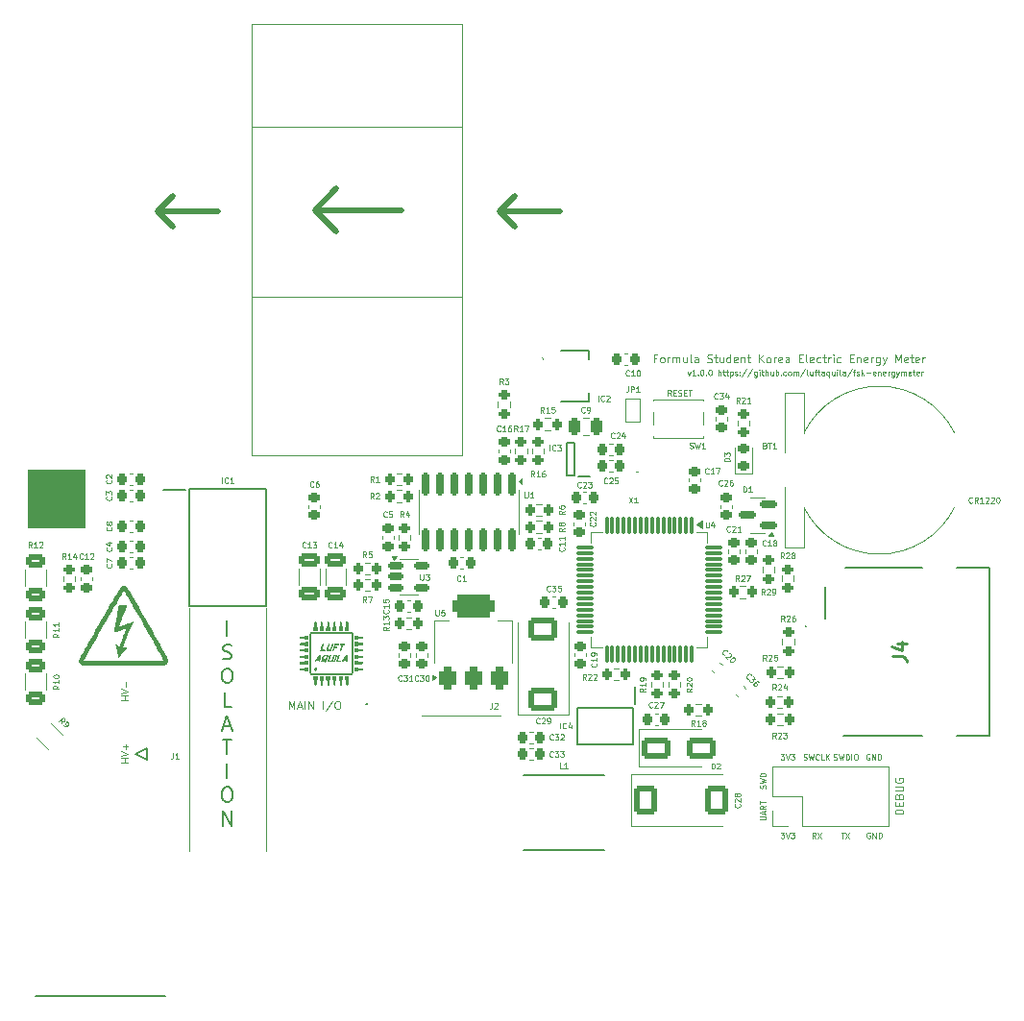
<source format=gbr>
%TF.GenerationSoftware,KiCad,Pcbnew,8.0.5*%
%TF.CreationDate,2024-10-10T02:04:09+09:00*%
%TF.ProjectId,fsk-energymeter,66736b2d-656e-4657-9267-796d65746572,v0.0.1*%
%TF.SameCoordinates,Original*%
%TF.FileFunction,Legend,Top*%
%TF.FilePolarity,Positive*%
%FSLAX46Y46*%
G04 Gerber Fmt 4.6, Leading zero omitted, Abs format (unit mm)*
G04 Created by KiCad (PCBNEW 8.0.5) date 2024-10-10 02:04:09*
%MOMM*%
%LPD*%
G01*
G04 APERTURE LIST*
G04 Aperture macros list*
%AMRoundRect*
0 Rectangle with rounded corners*
0 $1 Rounding radius*
0 $2 $3 $4 $5 $6 $7 $8 $9 X,Y pos of 4 corners*
0 Add a 4 corners polygon primitive as box body*
4,1,4,$2,$3,$4,$5,$6,$7,$8,$9,$2,$3,0*
0 Add four circle primitives for the rounded corners*
1,1,$1+$1,$2,$3*
1,1,$1+$1,$4,$5*
1,1,$1+$1,$6,$7*
1,1,$1+$1,$8,$9*
0 Add four rect primitives between the rounded corners*
20,1,$1+$1,$2,$3,$4,$5,0*
20,1,$1+$1,$4,$5,$6,$7,0*
20,1,$1+$1,$6,$7,$8,$9,0*
20,1,$1+$1,$8,$9,$2,$3,0*%
G04 Aperture macros list end*
%ADD10C,0.100000*%
%ADD11C,0.500000*%
%ADD12C,0.120000*%
%ADD13C,0.200000*%
%ADD14C,0.254000*%
%ADD15C,0.127000*%
%ADD16C,0.000000*%
%ADD17RoundRect,0.250000X0.625000X-0.312500X0.625000X0.312500X-0.625000X0.312500X-0.625000X-0.312500X0*%
%ADD18RoundRect,0.500000X1.400000X-0.500000X1.400000X0.500000X-1.400000X0.500000X-1.400000X-0.500000X0*%
%ADD19RoundRect,0.375000X0.375000X-0.625000X0.375000X0.625000X-0.375000X0.625000X-0.375000X-0.625000X0*%
%ADD20RoundRect,0.225000X-0.225000X-0.250000X0.225000X-0.250000X0.225000X0.250000X-0.225000X0.250000X0*%
%ADD21RoundRect,0.200000X0.200000X0.275000X-0.200000X0.275000X-0.200000X-0.275000X0.200000X-0.275000X0*%
%ADD22C,1.050000*%
%ADD23C,1.300000*%
%ADD24R,4.500000X2.300000*%
%ADD25RoundRect,0.150000X0.587500X0.150000X-0.587500X0.150000X-0.587500X-0.150000X0.587500X-0.150000X0*%
%ADD26RoundRect,0.200000X0.275000X-0.200000X0.275000X0.200000X-0.275000X0.200000X-0.275000X-0.200000X0*%
%ADD27RoundRect,0.250000X0.650000X-0.325000X0.650000X0.325000X-0.650000X0.325000X-0.650000X-0.325000X0*%
%ADD28RoundRect,0.218750X0.256250X-0.218750X0.256250X0.218750X-0.256250X0.218750X-0.256250X-0.218750X0*%
%ADD29C,3.400000*%
%ADD30C,6.000000*%
%ADD31RoundRect,0.225000X-0.250000X0.225000X-0.250000X-0.225000X0.250000X-0.225000X0.250000X0.225000X0*%
%ADD32RoundRect,0.250000X-0.787500X-1.025000X0.787500X-1.025000X0.787500X1.025000X-0.787500X1.025000X0*%
%ADD33RoundRect,0.250000X0.662913X0.220971X0.220971X0.662913X-0.662913X-0.220971X-0.220971X-0.662913X0*%
%ADD34C,2.350000*%
%ADD35C,2.850000*%
%ADD36C,2.025000*%
%ADD37R,1.950000X0.650000*%
%ADD38RoundRect,0.200000X-0.275000X0.200000X-0.275000X-0.200000X0.275000X-0.200000X0.275000X0.200000X0*%
%ADD39RoundRect,0.200000X-0.200000X-0.275000X0.200000X-0.275000X0.200000X0.275000X-0.200000X0.275000X0*%
%ADD40R,0.650000X1.528000*%
%ADD41RoundRect,0.225000X-0.335876X-0.017678X-0.017678X-0.335876X0.335876X0.017678X0.017678X0.335876X0*%
%ADD42R,1.050000X0.650000*%
%ADD43C,1.000000*%
%ADD44R,1.600000X0.700000*%
%ADD45R,1.500000X1.200000*%
%ADD46R,2.200000X1.200000*%
%ADD47R,1.500000X1.600000*%
%ADD48RoundRect,0.225000X0.250000X-0.225000X0.250000X0.225000X-0.250000X0.225000X-0.250000X-0.225000X0*%
%ADD49RoundRect,0.075000X-0.075000X0.700000X-0.075000X-0.700000X0.075000X-0.700000X0.075000X0.700000X0*%
%ADD50RoundRect,0.075000X-0.700000X0.075000X-0.700000X-0.075000X0.700000X-0.075000X0.700000X0.075000X0*%
%ADD51R,1.000000X0.600000*%
%ADD52R,2.150000X2.150000*%
%ADD53C,2.150000*%
%ADD54C,4.800000*%
%ADD55RoundRect,0.250000X1.025000X-0.787500X1.025000X0.787500X-1.025000X0.787500X-1.025000X-0.787500X0*%
%ADD56R,2.550000X3.050000*%
%ADD57R,1.400000X0.570000*%
%ADD58R,1.900000X0.650000*%
%ADD59R,2.450000X2.000000*%
%ADD60RoundRect,0.150000X-0.150000X0.825000X-0.150000X-0.825000X0.150000X-0.825000X0.150000X0.825000X0*%
%ADD61R,1.000000X0.900000*%
%ADD62RoundRect,0.150000X-0.512500X-0.150000X0.512500X-0.150000X0.512500X0.150000X-0.512500X0.150000X0*%
%ADD63RoundRect,0.250000X-1.000000X-0.650000X1.000000X-0.650000X1.000000X0.650000X-1.000000X0.650000X0*%
%ADD64R,1.700000X1.700000*%
%ADD65O,1.700000X1.700000*%
%ADD66C,2.000000*%
%ADD67C,1.524000*%
%ADD68RoundRect,0.225000X0.225000X0.250000X-0.225000X0.250000X-0.225000X-0.250000X0.225000X-0.250000X0*%
%ADD69RoundRect,0.250000X-0.250000X-0.475000X0.250000X-0.475000X0.250000X0.475000X-0.250000X0.475000X0*%
%ADD70R,1.000000X0.500000*%
G04 APERTURE END LIST*
D10*
X96450000Y-97050000D02*
X96450000Y-118500000D01*
X82200000Y-84900000D02*
X87200000Y-84900000D01*
X87200000Y-89900000D01*
X82200000Y-89900000D01*
X82200000Y-84900000D01*
G36*
X82200000Y-84900000D02*
G01*
X87200000Y-84900000D01*
X87200000Y-89900000D01*
X82200000Y-89900000D01*
X82200000Y-84900000D01*
G37*
X103250000Y-118500000D02*
X103250000Y-97050000D01*
X91071371Y-105141353D02*
X90471371Y-105141353D01*
X90757085Y-105141353D02*
X90757085Y-104798496D01*
X91071371Y-104798496D02*
X90471371Y-104798496D01*
X90471371Y-104598497D02*
X91071371Y-104398497D01*
X91071371Y-104398497D02*
X90471371Y-104198497D01*
X90842800Y-103998496D02*
X90842800Y-103541354D01*
X165470550Y-87735990D02*
X165446741Y-87759800D01*
X165446741Y-87759800D02*
X165375312Y-87783609D01*
X165375312Y-87783609D02*
X165327693Y-87783609D01*
X165327693Y-87783609D02*
X165256265Y-87759800D01*
X165256265Y-87759800D02*
X165208646Y-87712180D01*
X165208646Y-87712180D02*
X165184836Y-87664561D01*
X165184836Y-87664561D02*
X165161027Y-87569323D01*
X165161027Y-87569323D02*
X165161027Y-87497895D01*
X165161027Y-87497895D02*
X165184836Y-87402657D01*
X165184836Y-87402657D02*
X165208646Y-87355038D01*
X165208646Y-87355038D02*
X165256265Y-87307419D01*
X165256265Y-87307419D02*
X165327693Y-87283609D01*
X165327693Y-87283609D02*
X165375312Y-87283609D01*
X165375312Y-87283609D02*
X165446741Y-87307419D01*
X165446741Y-87307419D02*
X165470550Y-87331228D01*
X165970550Y-87783609D02*
X165803884Y-87545514D01*
X165684836Y-87783609D02*
X165684836Y-87283609D01*
X165684836Y-87283609D02*
X165875312Y-87283609D01*
X165875312Y-87283609D02*
X165922931Y-87307419D01*
X165922931Y-87307419D02*
X165946741Y-87331228D01*
X165946741Y-87331228D02*
X165970550Y-87378847D01*
X165970550Y-87378847D02*
X165970550Y-87450276D01*
X165970550Y-87450276D02*
X165946741Y-87497895D01*
X165946741Y-87497895D02*
X165922931Y-87521704D01*
X165922931Y-87521704D02*
X165875312Y-87545514D01*
X165875312Y-87545514D02*
X165684836Y-87545514D01*
X166446741Y-87783609D02*
X166161027Y-87783609D01*
X166303884Y-87783609D02*
X166303884Y-87283609D01*
X166303884Y-87283609D02*
X166256265Y-87355038D01*
X166256265Y-87355038D02*
X166208646Y-87402657D01*
X166208646Y-87402657D02*
X166161027Y-87426466D01*
X166637217Y-87331228D02*
X166661026Y-87307419D01*
X166661026Y-87307419D02*
X166708645Y-87283609D01*
X166708645Y-87283609D02*
X166827693Y-87283609D01*
X166827693Y-87283609D02*
X166875312Y-87307419D01*
X166875312Y-87307419D02*
X166899121Y-87331228D01*
X166899121Y-87331228D02*
X166922931Y-87378847D01*
X166922931Y-87378847D02*
X166922931Y-87426466D01*
X166922931Y-87426466D02*
X166899121Y-87497895D01*
X166899121Y-87497895D02*
X166613407Y-87783609D01*
X166613407Y-87783609D02*
X166922931Y-87783609D01*
X167113407Y-87331228D02*
X167137216Y-87307419D01*
X167137216Y-87307419D02*
X167184835Y-87283609D01*
X167184835Y-87283609D02*
X167303883Y-87283609D01*
X167303883Y-87283609D02*
X167351502Y-87307419D01*
X167351502Y-87307419D02*
X167375311Y-87331228D01*
X167375311Y-87331228D02*
X167399121Y-87378847D01*
X167399121Y-87378847D02*
X167399121Y-87426466D01*
X167399121Y-87426466D02*
X167375311Y-87497895D01*
X167375311Y-87497895D02*
X167089597Y-87783609D01*
X167089597Y-87783609D02*
X167399121Y-87783609D01*
X167708644Y-87283609D02*
X167756263Y-87283609D01*
X167756263Y-87283609D02*
X167803882Y-87307419D01*
X167803882Y-87307419D02*
X167827692Y-87331228D01*
X167827692Y-87331228D02*
X167851501Y-87378847D01*
X167851501Y-87378847D02*
X167875311Y-87474085D01*
X167875311Y-87474085D02*
X167875311Y-87593133D01*
X167875311Y-87593133D02*
X167851501Y-87688371D01*
X167851501Y-87688371D02*
X167827692Y-87735990D01*
X167827692Y-87735990D02*
X167803882Y-87759800D01*
X167803882Y-87759800D02*
X167756263Y-87783609D01*
X167756263Y-87783609D02*
X167708644Y-87783609D01*
X167708644Y-87783609D02*
X167661025Y-87759800D01*
X167661025Y-87759800D02*
X167637216Y-87735990D01*
X167637216Y-87735990D02*
X167613406Y-87688371D01*
X167613406Y-87688371D02*
X167589597Y-87593133D01*
X167589597Y-87593133D02*
X167589597Y-87474085D01*
X167589597Y-87474085D02*
X167613406Y-87378847D01*
X167613406Y-87378847D02*
X167637216Y-87331228D01*
X167637216Y-87331228D02*
X167661025Y-87307419D01*
X167661025Y-87307419D02*
X167708644Y-87283609D01*
X150611027Y-110409800D02*
X150682455Y-110433609D01*
X150682455Y-110433609D02*
X150801503Y-110433609D01*
X150801503Y-110433609D02*
X150849122Y-110409800D01*
X150849122Y-110409800D02*
X150872931Y-110385990D01*
X150872931Y-110385990D02*
X150896741Y-110338371D01*
X150896741Y-110338371D02*
X150896741Y-110290752D01*
X150896741Y-110290752D02*
X150872931Y-110243133D01*
X150872931Y-110243133D02*
X150849122Y-110219323D01*
X150849122Y-110219323D02*
X150801503Y-110195514D01*
X150801503Y-110195514D02*
X150706265Y-110171704D01*
X150706265Y-110171704D02*
X150658646Y-110147895D01*
X150658646Y-110147895D02*
X150634836Y-110124085D01*
X150634836Y-110124085D02*
X150611027Y-110076466D01*
X150611027Y-110076466D02*
X150611027Y-110028847D01*
X150611027Y-110028847D02*
X150634836Y-109981228D01*
X150634836Y-109981228D02*
X150658646Y-109957419D01*
X150658646Y-109957419D02*
X150706265Y-109933609D01*
X150706265Y-109933609D02*
X150825312Y-109933609D01*
X150825312Y-109933609D02*
X150896741Y-109957419D01*
X151063407Y-109933609D02*
X151182455Y-110433609D01*
X151182455Y-110433609D02*
X151277693Y-110076466D01*
X151277693Y-110076466D02*
X151372931Y-110433609D01*
X151372931Y-110433609D02*
X151491979Y-109933609D01*
X151968169Y-110385990D02*
X151944360Y-110409800D01*
X151944360Y-110409800D02*
X151872931Y-110433609D01*
X151872931Y-110433609D02*
X151825312Y-110433609D01*
X151825312Y-110433609D02*
X151753884Y-110409800D01*
X151753884Y-110409800D02*
X151706265Y-110362180D01*
X151706265Y-110362180D02*
X151682455Y-110314561D01*
X151682455Y-110314561D02*
X151658646Y-110219323D01*
X151658646Y-110219323D02*
X151658646Y-110147895D01*
X151658646Y-110147895D02*
X151682455Y-110052657D01*
X151682455Y-110052657D02*
X151706265Y-110005038D01*
X151706265Y-110005038D02*
X151753884Y-109957419D01*
X151753884Y-109957419D02*
X151825312Y-109933609D01*
X151825312Y-109933609D02*
X151872931Y-109933609D01*
X151872931Y-109933609D02*
X151944360Y-109957419D01*
X151944360Y-109957419D02*
X151968169Y-109981228D01*
X152420550Y-110433609D02*
X152182455Y-110433609D01*
X152182455Y-110433609D02*
X152182455Y-109933609D01*
X152587217Y-110433609D02*
X152587217Y-109933609D01*
X152872931Y-110433609D02*
X152658646Y-110147895D01*
X152872931Y-109933609D02*
X152587217Y-110219323D01*
X91071371Y-110641353D02*
X90471371Y-110641353D01*
X90757085Y-110641353D02*
X90757085Y-110298496D01*
X91071371Y-110298496D02*
X90471371Y-110298496D01*
X90471371Y-110098497D02*
X91071371Y-109898497D01*
X91071371Y-109898497D02*
X90471371Y-109698497D01*
X90842800Y-109498496D02*
X90842800Y-109041354D01*
X91071371Y-109269925D02*
X90614228Y-109269925D01*
D11*
X99028947Y-62100667D02*
X93695613Y-62100667D01*
X95028947Y-63434001D02*
X93695613Y-62100667D01*
X93695613Y-62100667D02*
X95028947Y-60767334D01*
D10*
X146783609Y-115715163D02*
X147188371Y-115715163D01*
X147188371Y-115715163D02*
X147235990Y-115691353D01*
X147235990Y-115691353D02*
X147259800Y-115667544D01*
X147259800Y-115667544D02*
X147283609Y-115619925D01*
X147283609Y-115619925D02*
X147283609Y-115524687D01*
X147283609Y-115524687D02*
X147259800Y-115477068D01*
X147259800Y-115477068D02*
X147235990Y-115453258D01*
X147235990Y-115453258D02*
X147188371Y-115429449D01*
X147188371Y-115429449D02*
X146783609Y-115429449D01*
X147140752Y-115215162D02*
X147140752Y-114977067D01*
X147283609Y-115262781D02*
X146783609Y-115096115D01*
X146783609Y-115096115D02*
X147283609Y-114929448D01*
X147283609Y-114477068D02*
X147045514Y-114643734D01*
X147283609Y-114762782D02*
X146783609Y-114762782D01*
X146783609Y-114762782D02*
X146783609Y-114572306D01*
X146783609Y-114572306D02*
X146807419Y-114524687D01*
X146807419Y-114524687D02*
X146831228Y-114500877D01*
X146831228Y-114500877D02*
X146878847Y-114477068D01*
X146878847Y-114477068D02*
X146950276Y-114477068D01*
X146950276Y-114477068D02*
X146997895Y-114500877D01*
X146997895Y-114500877D02*
X147021704Y-114524687D01*
X147021704Y-114524687D02*
X147045514Y-114572306D01*
X147045514Y-114572306D02*
X147045514Y-114762782D01*
X146783609Y-114334210D02*
X146783609Y-114048496D01*
X147283609Y-114191353D02*
X146783609Y-114191353D01*
D12*
X159358093Y-115204386D02*
X158658093Y-115204386D01*
X158658093Y-115204386D02*
X158658093Y-115037719D01*
X158658093Y-115037719D02*
X158691426Y-114937719D01*
X158691426Y-114937719D02*
X158758093Y-114871053D01*
X158758093Y-114871053D02*
X158824760Y-114837719D01*
X158824760Y-114837719D02*
X158958093Y-114804386D01*
X158958093Y-114804386D02*
X159058093Y-114804386D01*
X159058093Y-114804386D02*
X159191426Y-114837719D01*
X159191426Y-114837719D02*
X159258093Y-114871053D01*
X159258093Y-114871053D02*
X159324760Y-114937719D01*
X159324760Y-114937719D02*
X159358093Y-115037719D01*
X159358093Y-115037719D02*
X159358093Y-115204386D01*
X158991426Y-114504386D02*
X158991426Y-114271053D01*
X159358093Y-114171053D02*
X159358093Y-114504386D01*
X159358093Y-114504386D02*
X158658093Y-114504386D01*
X158658093Y-114504386D02*
X158658093Y-114171053D01*
X158991426Y-113637720D02*
X159024760Y-113537720D01*
X159024760Y-113537720D02*
X159058093Y-113504386D01*
X159058093Y-113504386D02*
X159124760Y-113471053D01*
X159124760Y-113471053D02*
X159224760Y-113471053D01*
X159224760Y-113471053D02*
X159291426Y-113504386D01*
X159291426Y-113504386D02*
X159324760Y-113537720D01*
X159324760Y-113537720D02*
X159358093Y-113604386D01*
X159358093Y-113604386D02*
X159358093Y-113871053D01*
X159358093Y-113871053D02*
X158658093Y-113871053D01*
X158658093Y-113871053D02*
X158658093Y-113637720D01*
X158658093Y-113637720D02*
X158691426Y-113571053D01*
X158691426Y-113571053D02*
X158724760Y-113537720D01*
X158724760Y-113537720D02*
X158791426Y-113504386D01*
X158791426Y-113504386D02*
X158858093Y-113504386D01*
X158858093Y-113504386D02*
X158924760Y-113537720D01*
X158924760Y-113537720D02*
X158958093Y-113571053D01*
X158958093Y-113571053D02*
X158991426Y-113637720D01*
X158991426Y-113637720D02*
X158991426Y-113871053D01*
X158658093Y-113171053D02*
X159224760Y-113171053D01*
X159224760Y-113171053D02*
X159291426Y-113137720D01*
X159291426Y-113137720D02*
X159324760Y-113104386D01*
X159324760Y-113104386D02*
X159358093Y-113037720D01*
X159358093Y-113037720D02*
X159358093Y-112904386D01*
X159358093Y-112904386D02*
X159324760Y-112837720D01*
X159324760Y-112837720D02*
X159291426Y-112804386D01*
X159291426Y-112804386D02*
X159224760Y-112771053D01*
X159224760Y-112771053D02*
X158658093Y-112771053D01*
X158691426Y-112071053D02*
X158658093Y-112137720D01*
X158658093Y-112137720D02*
X158658093Y-112237720D01*
X158658093Y-112237720D02*
X158691426Y-112337720D01*
X158691426Y-112337720D02*
X158758093Y-112404387D01*
X158758093Y-112404387D02*
X158824760Y-112437720D01*
X158824760Y-112437720D02*
X158958093Y-112471053D01*
X158958093Y-112471053D02*
X159058093Y-112471053D01*
X159058093Y-112471053D02*
X159191426Y-112437720D01*
X159191426Y-112437720D02*
X159258093Y-112404387D01*
X159258093Y-112404387D02*
X159324760Y-112337720D01*
X159324760Y-112337720D02*
X159358093Y-112237720D01*
X159358093Y-112237720D02*
X159358093Y-112171053D01*
X159358093Y-112171053D02*
X159324760Y-112071053D01*
X159324760Y-112071053D02*
X159291426Y-112037720D01*
X159291426Y-112037720D02*
X159058093Y-112037720D01*
X159058093Y-112037720D02*
X159058093Y-112171053D01*
D10*
X147259800Y-112938972D02*
X147283609Y-112867544D01*
X147283609Y-112867544D02*
X147283609Y-112748496D01*
X147283609Y-112748496D02*
X147259800Y-112700877D01*
X147259800Y-112700877D02*
X147235990Y-112677068D01*
X147235990Y-112677068D02*
X147188371Y-112653258D01*
X147188371Y-112653258D02*
X147140752Y-112653258D01*
X147140752Y-112653258D02*
X147093133Y-112677068D01*
X147093133Y-112677068D02*
X147069323Y-112700877D01*
X147069323Y-112700877D02*
X147045514Y-112748496D01*
X147045514Y-112748496D02*
X147021704Y-112843734D01*
X147021704Y-112843734D02*
X146997895Y-112891353D01*
X146997895Y-112891353D02*
X146974085Y-112915163D01*
X146974085Y-112915163D02*
X146926466Y-112938972D01*
X146926466Y-112938972D02*
X146878847Y-112938972D01*
X146878847Y-112938972D02*
X146831228Y-112915163D01*
X146831228Y-112915163D02*
X146807419Y-112891353D01*
X146807419Y-112891353D02*
X146783609Y-112843734D01*
X146783609Y-112843734D02*
X146783609Y-112724687D01*
X146783609Y-112724687D02*
X146807419Y-112653258D01*
X146783609Y-112486592D02*
X147283609Y-112367544D01*
X147283609Y-112367544D02*
X146926466Y-112272306D01*
X146926466Y-112272306D02*
X147283609Y-112177068D01*
X147283609Y-112177068D02*
X146783609Y-112058021D01*
X147283609Y-111867544D02*
X146783609Y-111867544D01*
X146783609Y-111867544D02*
X146783609Y-111748496D01*
X146783609Y-111748496D02*
X146807419Y-111677068D01*
X146807419Y-111677068D02*
X146855038Y-111629449D01*
X146855038Y-111629449D02*
X146902657Y-111605639D01*
X146902657Y-111605639D02*
X146997895Y-111581830D01*
X146997895Y-111581830D02*
X147069323Y-111581830D01*
X147069323Y-111581830D02*
X147164561Y-111605639D01*
X147164561Y-111605639D02*
X147212180Y-111629449D01*
X147212180Y-111629449D02*
X147259800Y-111677068D01*
X147259800Y-111677068D02*
X147283609Y-111748496D01*
X147283609Y-111748496D02*
X147283609Y-111867544D01*
X82333609Y-89672306D02*
X82690752Y-89672306D01*
X82690752Y-89672306D02*
X82762180Y-89696115D01*
X82762180Y-89696115D02*
X82809800Y-89743734D01*
X82809800Y-89743734D02*
X82833609Y-89815163D01*
X82833609Y-89815163D02*
X82833609Y-89862782D01*
X82833609Y-89196116D02*
X82833609Y-89434211D01*
X82833609Y-89434211D02*
X82333609Y-89434211D01*
X82785990Y-88743735D02*
X82809800Y-88767544D01*
X82809800Y-88767544D02*
X82833609Y-88838973D01*
X82833609Y-88838973D02*
X82833609Y-88886592D01*
X82833609Y-88886592D02*
X82809800Y-88958020D01*
X82809800Y-88958020D02*
X82762180Y-89005639D01*
X82762180Y-89005639D02*
X82714561Y-89029449D01*
X82714561Y-89029449D02*
X82619323Y-89053258D01*
X82619323Y-89053258D02*
X82547895Y-89053258D01*
X82547895Y-89053258D02*
X82452657Y-89029449D01*
X82452657Y-89029449D02*
X82405038Y-89005639D01*
X82405038Y-89005639D02*
X82357419Y-88958020D01*
X82357419Y-88958020D02*
X82333609Y-88886592D01*
X82333609Y-88886592D02*
X82333609Y-88838973D01*
X82333609Y-88838973D02*
X82357419Y-88767544D01*
X82357419Y-88767544D02*
X82381228Y-88743735D01*
X82333609Y-88386592D02*
X82690752Y-88386592D01*
X82690752Y-88386592D02*
X82762180Y-88410401D01*
X82762180Y-88410401D02*
X82809800Y-88458020D01*
X82809800Y-88458020D02*
X82833609Y-88529449D01*
X82833609Y-88529449D02*
X82833609Y-88577068D01*
X82833609Y-87910402D02*
X82833609Y-88148497D01*
X82833609Y-88148497D02*
X82333609Y-88148497D01*
X82785990Y-87458021D02*
X82809800Y-87481830D01*
X82809800Y-87481830D02*
X82833609Y-87553259D01*
X82833609Y-87553259D02*
X82833609Y-87600878D01*
X82833609Y-87600878D02*
X82809800Y-87672306D01*
X82809800Y-87672306D02*
X82762180Y-87719925D01*
X82762180Y-87719925D02*
X82714561Y-87743735D01*
X82714561Y-87743735D02*
X82619323Y-87767544D01*
X82619323Y-87767544D02*
X82547895Y-87767544D01*
X82547895Y-87767544D02*
X82452657Y-87743735D01*
X82452657Y-87743735D02*
X82405038Y-87719925D01*
X82405038Y-87719925D02*
X82357419Y-87672306D01*
X82357419Y-87672306D02*
X82333609Y-87600878D01*
X82333609Y-87600878D02*
X82333609Y-87553259D01*
X82333609Y-87553259D02*
X82357419Y-87481830D01*
X82357419Y-87481830D02*
X82381228Y-87458021D01*
X82333609Y-87100878D02*
X82690752Y-87100878D01*
X82690752Y-87100878D02*
X82762180Y-87124687D01*
X82762180Y-87124687D02*
X82809800Y-87172306D01*
X82809800Y-87172306D02*
X82833609Y-87243735D01*
X82833609Y-87243735D02*
X82833609Y-87291354D01*
X82833609Y-86624688D02*
X82833609Y-86862783D01*
X82833609Y-86862783D02*
X82333609Y-86862783D01*
X82785990Y-86172307D02*
X82809800Y-86196116D01*
X82809800Y-86196116D02*
X82833609Y-86267545D01*
X82833609Y-86267545D02*
X82833609Y-86315164D01*
X82833609Y-86315164D02*
X82809800Y-86386592D01*
X82809800Y-86386592D02*
X82762180Y-86434211D01*
X82762180Y-86434211D02*
X82714561Y-86458021D01*
X82714561Y-86458021D02*
X82619323Y-86481830D01*
X82619323Y-86481830D02*
X82547895Y-86481830D01*
X82547895Y-86481830D02*
X82452657Y-86458021D01*
X82452657Y-86458021D02*
X82405038Y-86434211D01*
X82405038Y-86434211D02*
X82357419Y-86386592D01*
X82357419Y-86386592D02*
X82333609Y-86315164D01*
X82333609Y-86315164D02*
X82333609Y-86267545D01*
X82333609Y-86267545D02*
X82357419Y-86196116D01*
X82357419Y-86196116D02*
X82381228Y-86172307D01*
X82333609Y-85815164D02*
X82690752Y-85815164D01*
X82690752Y-85815164D02*
X82762180Y-85838973D01*
X82762180Y-85838973D02*
X82809800Y-85886592D01*
X82809800Y-85886592D02*
X82833609Y-85958021D01*
X82833609Y-85958021D02*
X82833609Y-86005640D01*
X82833609Y-85338974D02*
X82833609Y-85577069D01*
X82833609Y-85577069D02*
X82333609Y-85577069D01*
X82785990Y-84886593D02*
X82809800Y-84910402D01*
X82809800Y-84910402D02*
X82833609Y-84981831D01*
X82833609Y-84981831D02*
X82833609Y-85029450D01*
X82833609Y-85029450D02*
X82809800Y-85100878D01*
X82809800Y-85100878D02*
X82762180Y-85148497D01*
X82762180Y-85148497D02*
X82714561Y-85172307D01*
X82714561Y-85172307D02*
X82619323Y-85196116D01*
X82619323Y-85196116D02*
X82547895Y-85196116D01*
X82547895Y-85196116D02*
X82452657Y-85172307D01*
X82452657Y-85172307D02*
X82405038Y-85148497D01*
X82405038Y-85148497D02*
X82357419Y-85100878D01*
X82357419Y-85100878D02*
X82333609Y-85029450D01*
X82333609Y-85029450D02*
X82333609Y-84981831D01*
X82333609Y-84981831D02*
X82357419Y-84910402D01*
X82357419Y-84910402D02*
X82381228Y-84886593D01*
D12*
X137628947Y-75041426D02*
X137395613Y-75041426D01*
X137395613Y-75408093D02*
X137395613Y-74708093D01*
X137395613Y-74708093D02*
X137728947Y-74708093D01*
X138095613Y-75408093D02*
X138028947Y-75374760D01*
X138028947Y-75374760D02*
X137995613Y-75341426D01*
X137995613Y-75341426D02*
X137962280Y-75274760D01*
X137962280Y-75274760D02*
X137962280Y-75074760D01*
X137962280Y-75074760D02*
X137995613Y-75008093D01*
X137995613Y-75008093D02*
X138028947Y-74974760D01*
X138028947Y-74974760D02*
X138095613Y-74941426D01*
X138095613Y-74941426D02*
X138195613Y-74941426D01*
X138195613Y-74941426D02*
X138262280Y-74974760D01*
X138262280Y-74974760D02*
X138295613Y-75008093D01*
X138295613Y-75008093D02*
X138328947Y-75074760D01*
X138328947Y-75074760D02*
X138328947Y-75274760D01*
X138328947Y-75274760D02*
X138295613Y-75341426D01*
X138295613Y-75341426D02*
X138262280Y-75374760D01*
X138262280Y-75374760D02*
X138195613Y-75408093D01*
X138195613Y-75408093D02*
X138095613Y-75408093D01*
X138628946Y-75408093D02*
X138628946Y-74941426D01*
X138628946Y-75074760D02*
X138662280Y-75008093D01*
X138662280Y-75008093D02*
X138695613Y-74974760D01*
X138695613Y-74974760D02*
X138762280Y-74941426D01*
X138762280Y-74941426D02*
X138828946Y-74941426D01*
X139062279Y-75408093D02*
X139062279Y-74941426D01*
X139062279Y-75008093D02*
X139095613Y-74974760D01*
X139095613Y-74974760D02*
X139162279Y-74941426D01*
X139162279Y-74941426D02*
X139262279Y-74941426D01*
X139262279Y-74941426D02*
X139328946Y-74974760D01*
X139328946Y-74974760D02*
X139362279Y-75041426D01*
X139362279Y-75041426D02*
X139362279Y-75408093D01*
X139362279Y-75041426D02*
X139395613Y-74974760D01*
X139395613Y-74974760D02*
X139462279Y-74941426D01*
X139462279Y-74941426D02*
X139562279Y-74941426D01*
X139562279Y-74941426D02*
X139628946Y-74974760D01*
X139628946Y-74974760D02*
X139662279Y-75041426D01*
X139662279Y-75041426D02*
X139662279Y-75408093D01*
X140295612Y-74941426D02*
X140295612Y-75408093D01*
X139995612Y-74941426D02*
X139995612Y-75308093D01*
X139995612Y-75308093D02*
X140028946Y-75374760D01*
X140028946Y-75374760D02*
X140095612Y-75408093D01*
X140095612Y-75408093D02*
X140195612Y-75408093D01*
X140195612Y-75408093D02*
X140262279Y-75374760D01*
X140262279Y-75374760D02*
X140295612Y-75341426D01*
X140728945Y-75408093D02*
X140662279Y-75374760D01*
X140662279Y-75374760D02*
X140628945Y-75308093D01*
X140628945Y-75308093D02*
X140628945Y-74708093D01*
X141295612Y-75408093D02*
X141295612Y-75041426D01*
X141295612Y-75041426D02*
X141262279Y-74974760D01*
X141262279Y-74974760D02*
X141195612Y-74941426D01*
X141195612Y-74941426D02*
X141062279Y-74941426D01*
X141062279Y-74941426D02*
X140995612Y-74974760D01*
X141295612Y-75374760D02*
X141228946Y-75408093D01*
X141228946Y-75408093D02*
X141062279Y-75408093D01*
X141062279Y-75408093D02*
X140995612Y-75374760D01*
X140995612Y-75374760D02*
X140962279Y-75308093D01*
X140962279Y-75308093D02*
X140962279Y-75241426D01*
X140962279Y-75241426D02*
X140995612Y-75174760D01*
X140995612Y-75174760D02*
X141062279Y-75141426D01*
X141062279Y-75141426D02*
X141228946Y-75141426D01*
X141228946Y-75141426D02*
X141295612Y-75108093D01*
X142128945Y-75374760D02*
X142228945Y-75408093D01*
X142228945Y-75408093D02*
X142395612Y-75408093D01*
X142395612Y-75408093D02*
X142462278Y-75374760D01*
X142462278Y-75374760D02*
X142495612Y-75341426D01*
X142495612Y-75341426D02*
X142528945Y-75274760D01*
X142528945Y-75274760D02*
X142528945Y-75208093D01*
X142528945Y-75208093D02*
X142495612Y-75141426D01*
X142495612Y-75141426D02*
X142462278Y-75108093D01*
X142462278Y-75108093D02*
X142395612Y-75074760D01*
X142395612Y-75074760D02*
X142262278Y-75041426D01*
X142262278Y-75041426D02*
X142195612Y-75008093D01*
X142195612Y-75008093D02*
X142162278Y-74974760D01*
X142162278Y-74974760D02*
X142128945Y-74908093D01*
X142128945Y-74908093D02*
X142128945Y-74841426D01*
X142128945Y-74841426D02*
X142162278Y-74774760D01*
X142162278Y-74774760D02*
X142195612Y-74741426D01*
X142195612Y-74741426D02*
X142262278Y-74708093D01*
X142262278Y-74708093D02*
X142428945Y-74708093D01*
X142428945Y-74708093D02*
X142528945Y-74741426D01*
X142728945Y-74941426D02*
X142995612Y-74941426D01*
X142828945Y-74708093D02*
X142828945Y-75308093D01*
X142828945Y-75308093D02*
X142862279Y-75374760D01*
X142862279Y-75374760D02*
X142928945Y-75408093D01*
X142928945Y-75408093D02*
X142995612Y-75408093D01*
X143528945Y-74941426D02*
X143528945Y-75408093D01*
X143228945Y-74941426D02*
X143228945Y-75308093D01*
X143228945Y-75308093D02*
X143262279Y-75374760D01*
X143262279Y-75374760D02*
X143328945Y-75408093D01*
X143328945Y-75408093D02*
X143428945Y-75408093D01*
X143428945Y-75408093D02*
X143495612Y-75374760D01*
X143495612Y-75374760D02*
X143528945Y-75341426D01*
X144162278Y-75408093D02*
X144162278Y-74708093D01*
X144162278Y-75374760D02*
X144095612Y-75408093D01*
X144095612Y-75408093D02*
X143962278Y-75408093D01*
X143962278Y-75408093D02*
X143895612Y-75374760D01*
X143895612Y-75374760D02*
X143862278Y-75341426D01*
X143862278Y-75341426D02*
X143828945Y-75274760D01*
X143828945Y-75274760D02*
X143828945Y-75074760D01*
X143828945Y-75074760D02*
X143862278Y-75008093D01*
X143862278Y-75008093D02*
X143895612Y-74974760D01*
X143895612Y-74974760D02*
X143962278Y-74941426D01*
X143962278Y-74941426D02*
X144095612Y-74941426D01*
X144095612Y-74941426D02*
X144162278Y-74974760D01*
X144762278Y-75374760D02*
X144695611Y-75408093D01*
X144695611Y-75408093D02*
X144562278Y-75408093D01*
X144562278Y-75408093D02*
X144495611Y-75374760D01*
X144495611Y-75374760D02*
X144462278Y-75308093D01*
X144462278Y-75308093D02*
X144462278Y-75041426D01*
X144462278Y-75041426D02*
X144495611Y-74974760D01*
X144495611Y-74974760D02*
X144562278Y-74941426D01*
X144562278Y-74941426D02*
X144695611Y-74941426D01*
X144695611Y-74941426D02*
X144762278Y-74974760D01*
X144762278Y-74974760D02*
X144795611Y-75041426D01*
X144795611Y-75041426D02*
X144795611Y-75108093D01*
X144795611Y-75108093D02*
X144462278Y-75174760D01*
X145095611Y-74941426D02*
X145095611Y-75408093D01*
X145095611Y-75008093D02*
X145128945Y-74974760D01*
X145128945Y-74974760D02*
X145195611Y-74941426D01*
X145195611Y-74941426D02*
X145295611Y-74941426D01*
X145295611Y-74941426D02*
X145362278Y-74974760D01*
X145362278Y-74974760D02*
X145395611Y-75041426D01*
X145395611Y-75041426D02*
X145395611Y-75408093D01*
X145628944Y-74941426D02*
X145895611Y-74941426D01*
X145728944Y-74708093D02*
X145728944Y-75308093D01*
X145728944Y-75308093D02*
X145762278Y-75374760D01*
X145762278Y-75374760D02*
X145828944Y-75408093D01*
X145828944Y-75408093D02*
X145895611Y-75408093D01*
X146662277Y-75408093D02*
X146662277Y-74708093D01*
X147062277Y-75408093D02*
X146762277Y-75008093D01*
X147062277Y-74708093D02*
X146662277Y-75108093D01*
X147462277Y-75408093D02*
X147395611Y-75374760D01*
X147395611Y-75374760D02*
X147362277Y-75341426D01*
X147362277Y-75341426D02*
X147328944Y-75274760D01*
X147328944Y-75274760D02*
X147328944Y-75074760D01*
X147328944Y-75074760D02*
X147362277Y-75008093D01*
X147362277Y-75008093D02*
X147395611Y-74974760D01*
X147395611Y-74974760D02*
X147462277Y-74941426D01*
X147462277Y-74941426D02*
X147562277Y-74941426D01*
X147562277Y-74941426D02*
X147628944Y-74974760D01*
X147628944Y-74974760D02*
X147662277Y-75008093D01*
X147662277Y-75008093D02*
X147695611Y-75074760D01*
X147695611Y-75074760D02*
X147695611Y-75274760D01*
X147695611Y-75274760D02*
X147662277Y-75341426D01*
X147662277Y-75341426D02*
X147628944Y-75374760D01*
X147628944Y-75374760D02*
X147562277Y-75408093D01*
X147562277Y-75408093D02*
X147462277Y-75408093D01*
X147995610Y-75408093D02*
X147995610Y-74941426D01*
X147995610Y-75074760D02*
X148028944Y-75008093D01*
X148028944Y-75008093D02*
X148062277Y-74974760D01*
X148062277Y-74974760D02*
X148128944Y-74941426D01*
X148128944Y-74941426D02*
X148195610Y-74941426D01*
X148695610Y-75374760D02*
X148628943Y-75408093D01*
X148628943Y-75408093D02*
X148495610Y-75408093D01*
X148495610Y-75408093D02*
X148428943Y-75374760D01*
X148428943Y-75374760D02*
X148395610Y-75308093D01*
X148395610Y-75308093D02*
X148395610Y-75041426D01*
X148395610Y-75041426D02*
X148428943Y-74974760D01*
X148428943Y-74974760D02*
X148495610Y-74941426D01*
X148495610Y-74941426D02*
X148628943Y-74941426D01*
X148628943Y-74941426D02*
X148695610Y-74974760D01*
X148695610Y-74974760D02*
X148728943Y-75041426D01*
X148728943Y-75041426D02*
X148728943Y-75108093D01*
X148728943Y-75108093D02*
X148395610Y-75174760D01*
X149328943Y-75408093D02*
X149328943Y-75041426D01*
X149328943Y-75041426D02*
X149295610Y-74974760D01*
X149295610Y-74974760D02*
X149228943Y-74941426D01*
X149228943Y-74941426D02*
X149095610Y-74941426D01*
X149095610Y-74941426D02*
X149028943Y-74974760D01*
X149328943Y-75374760D02*
X149262277Y-75408093D01*
X149262277Y-75408093D02*
X149095610Y-75408093D01*
X149095610Y-75408093D02*
X149028943Y-75374760D01*
X149028943Y-75374760D02*
X148995610Y-75308093D01*
X148995610Y-75308093D02*
X148995610Y-75241426D01*
X148995610Y-75241426D02*
X149028943Y-75174760D01*
X149028943Y-75174760D02*
X149095610Y-75141426D01*
X149095610Y-75141426D02*
X149262277Y-75141426D01*
X149262277Y-75141426D02*
X149328943Y-75108093D01*
X150195609Y-75041426D02*
X150428943Y-75041426D01*
X150528943Y-75408093D02*
X150195609Y-75408093D01*
X150195609Y-75408093D02*
X150195609Y-74708093D01*
X150195609Y-74708093D02*
X150528943Y-74708093D01*
X150928942Y-75408093D02*
X150862276Y-75374760D01*
X150862276Y-75374760D02*
X150828942Y-75308093D01*
X150828942Y-75308093D02*
X150828942Y-74708093D01*
X151462276Y-75374760D02*
X151395609Y-75408093D01*
X151395609Y-75408093D02*
X151262276Y-75408093D01*
X151262276Y-75408093D02*
X151195609Y-75374760D01*
X151195609Y-75374760D02*
X151162276Y-75308093D01*
X151162276Y-75308093D02*
X151162276Y-75041426D01*
X151162276Y-75041426D02*
X151195609Y-74974760D01*
X151195609Y-74974760D02*
X151262276Y-74941426D01*
X151262276Y-74941426D02*
X151395609Y-74941426D01*
X151395609Y-74941426D02*
X151462276Y-74974760D01*
X151462276Y-74974760D02*
X151495609Y-75041426D01*
X151495609Y-75041426D02*
X151495609Y-75108093D01*
X151495609Y-75108093D02*
X151162276Y-75174760D01*
X152095609Y-75374760D02*
X152028943Y-75408093D01*
X152028943Y-75408093D02*
X151895609Y-75408093D01*
X151895609Y-75408093D02*
X151828943Y-75374760D01*
X151828943Y-75374760D02*
X151795609Y-75341426D01*
X151795609Y-75341426D02*
X151762276Y-75274760D01*
X151762276Y-75274760D02*
X151762276Y-75074760D01*
X151762276Y-75074760D02*
X151795609Y-75008093D01*
X151795609Y-75008093D02*
X151828943Y-74974760D01*
X151828943Y-74974760D02*
X151895609Y-74941426D01*
X151895609Y-74941426D02*
X152028943Y-74941426D01*
X152028943Y-74941426D02*
X152095609Y-74974760D01*
X152295609Y-74941426D02*
X152562276Y-74941426D01*
X152395609Y-74708093D02*
X152395609Y-75308093D01*
X152395609Y-75308093D02*
X152428943Y-75374760D01*
X152428943Y-75374760D02*
X152495609Y-75408093D01*
X152495609Y-75408093D02*
X152562276Y-75408093D01*
X152795609Y-75408093D02*
X152795609Y-74941426D01*
X152795609Y-75074760D02*
X152828943Y-75008093D01*
X152828943Y-75008093D02*
X152862276Y-74974760D01*
X152862276Y-74974760D02*
X152928943Y-74941426D01*
X152928943Y-74941426D02*
X152995609Y-74941426D01*
X153228942Y-75408093D02*
X153228942Y-74941426D01*
X153228942Y-74708093D02*
X153195609Y-74741426D01*
X153195609Y-74741426D02*
X153228942Y-74774760D01*
X153228942Y-74774760D02*
X153262276Y-74741426D01*
X153262276Y-74741426D02*
X153228942Y-74708093D01*
X153228942Y-74708093D02*
X153228942Y-74774760D01*
X153862275Y-75374760D02*
X153795609Y-75408093D01*
X153795609Y-75408093D02*
X153662275Y-75408093D01*
X153662275Y-75408093D02*
X153595609Y-75374760D01*
X153595609Y-75374760D02*
X153562275Y-75341426D01*
X153562275Y-75341426D02*
X153528942Y-75274760D01*
X153528942Y-75274760D02*
X153528942Y-75074760D01*
X153528942Y-75074760D02*
X153562275Y-75008093D01*
X153562275Y-75008093D02*
X153595609Y-74974760D01*
X153595609Y-74974760D02*
X153662275Y-74941426D01*
X153662275Y-74941426D02*
X153795609Y-74941426D01*
X153795609Y-74941426D02*
X153862275Y-74974760D01*
X154695608Y-75041426D02*
X154928942Y-75041426D01*
X155028942Y-75408093D02*
X154695608Y-75408093D01*
X154695608Y-75408093D02*
X154695608Y-74708093D01*
X154695608Y-74708093D02*
X155028942Y-74708093D01*
X155328941Y-74941426D02*
X155328941Y-75408093D01*
X155328941Y-75008093D02*
X155362275Y-74974760D01*
X155362275Y-74974760D02*
X155428941Y-74941426D01*
X155428941Y-74941426D02*
X155528941Y-74941426D01*
X155528941Y-74941426D02*
X155595608Y-74974760D01*
X155595608Y-74974760D02*
X155628941Y-75041426D01*
X155628941Y-75041426D02*
X155628941Y-75408093D01*
X156228941Y-75374760D02*
X156162274Y-75408093D01*
X156162274Y-75408093D02*
X156028941Y-75408093D01*
X156028941Y-75408093D02*
X155962274Y-75374760D01*
X155962274Y-75374760D02*
X155928941Y-75308093D01*
X155928941Y-75308093D02*
X155928941Y-75041426D01*
X155928941Y-75041426D02*
X155962274Y-74974760D01*
X155962274Y-74974760D02*
X156028941Y-74941426D01*
X156028941Y-74941426D02*
X156162274Y-74941426D01*
X156162274Y-74941426D02*
X156228941Y-74974760D01*
X156228941Y-74974760D02*
X156262274Y-75041426D01*
X156262274Y-75041426D02*
X156262274Y-75108093D01*
X156262274Y-75108093D02*
X155928941Y-75174760D01*
X156562274Y-75408093D02*
X156562274Y-74941426D01*
X156562274Y-75074760D02*
X156595608Y-75008093D01*
X156595608Y-75008093D02*
X156628941Y-74974760D01*
X156628941Y-74974760D02*
X156695608Y-74941426D01*
X156695608Y-74941426D02*
X156762274Y-74941426D01*
X157295607Y-74941426D02*
X157295607Y-75508093D01*
X157295607Y-75508093D02*
X157262274Y-75574760D01*
X157262274Y-75574760D02*
X157228941Y-75608093D01*
X157228941Y-75608093D02*
X157162274Y-75641426D01*
X157162274Y-75641426D02*
X157062274Y-75641426D01*
X157062274Y-75641426D02*
X156995607Y-75608093D01*
X157295607Y-75374760D02*
X157228941Y-75408093D01*
X157228941Y-75408093D02*
X157095607Y-75408093D01*
X157095607Y-75408093D02*
X157028941Y-75374760D01*
X157028941Y-75374760D02*
X156995607Y-75341426D01*
X156995607Y-75341426D02*
X156962274Y-75274760D01*
X156962274Y-75274760D02*
X156962274Y-75074760D01*
X156962274Y-75074760D02*
X156995607Y-75008093D01*
X156995607Y-75008093D02*
X157028941Y-74974760D01*
X157028941Y-74974760D02*
X157095607Y-74941426D01*
X157095607Y-74941426D02*
X157228941Y-74941426D01*
X157228941Y-74941426D02*
X157295607Y-74974760D01*
X157562274Y-74941426D02*
X157728940Y-75408093D01*
X157895607Y-74941426D02*
X157728940Y-75408093D01*
X157728940Y-75408093D02*
X157662274Y-75574760D01*
X157662274Y-75574760D02*
X157628940Y-75608093D01*
X157628940Y-75608093D02*
X157562274Y-75641426D01*
X158695606Y-75408093D02*
X158695606Y-74708093D01*
X158695606Y-74708093D02*
X158928940Y-75208093D01*
X158928940Y-75208093D02*
X159162273Y-74708093D01*
X159162273Y-74708093D02*
X159162273Y-75408093D01*
X159762273Y-75374760D02*
X159695606Y-75408093D01*
X159695606Y-75408093D02*
X159562273Y-75408093D01*
X159562273Y-75408093D02*
X159495606Y-75374760D01*
X159495606Y-75374760D02*
X159462273Y-75308093D01*
X159462273Y-75308093D02*
X159462273Y-75041426D01*
X159462273Y-75041426D02*
X159495606Y-74974760D01*
X159495606Y-74974760D02*
X159562273Y-74941426D01*
X159562273Y-74941426D02*
X159695606Y-74941426D01*
X159695606Y-74941426D02*
X159762273Y-74974760D01*
X159762273Y-74974760D02*
X159795606Y-75041426D01*
X159795606Y-75041426D02*
X159795606Y-75108093D01*
X159795606Y-75108093D02*
X159462273Y-75174760D01*
X159995606Y-74941426D02*
X160262273Y-74941426D01*
X160095606Y-74708093D02*
X160095606Y-75308093D01*
X160095606Y-75308093D02*
X160128940Y-75374760D01*
X160128940Y-75374760D02*
X160195606Y-75408093D01*
X160195606Y-75408093D02*
X160262273Y-75408093D01*
X160762273Y-75374760D02*
X160695606Y-75408093D01*
X160695606Y-75408093D02*
X160562273Y-75408093D01*
X160562273Y-75408093D02*
X160495606Y-75374760D01*
X160495606Y-75374760D02*
X160462273Y-75308093D01*
X160462273Y-75308093D02*
X160462273Y-75041426D01*
X160462273Y-75041426D02*
X160495606Y-74974760D01*
X160495606Y-74974760D02*
X160562273Y-74941426D01*
X160562273Y-74941426D02*
X160695606Y-74941426D01*
X160695606Y-74941426D02*
X160762273Y-74974760D01*
X160762273Y-74974760D02*
X160795606Y-75041426D01*
X160795606Y-75041426D02*
X160795606Y-75108093D01*
X160795606Y-75108093D02*
X160462273Y-75174760D01*
X161095606Y-75408093D02*
X161095606Y-74941426D01*
X161095606Y-75074760D02*
X161128940Y-75008093D01*
X161128940Y-75008093D02*
X161162273Y-74974760D01*
X161162273Y-74974760D02*
X161228940Y-74941426D01*
X161228940Y-74941426D02*
X161295606Y-74941426D01*
D10*
X148587217Y-109933609D02*
X148896741Y-109933609D01*
X148896741Y-109933609D02*
X148730074Y-110124085D01*
X148730074Y-110124085D02*
X148801503Y-110124085D01*
X148801503Y-110124085D02*
X148849122Y-110147895D01*
X148849122Y-110147895D02*
X148872931Y-110171704D01*
X148872931Y-110171704D02*
X148896741Y-110219323D01*
X148896741Y-110219323D02*
X148896741Y-110338371D01*
X148896741Y-110338371D02*
X148872931Y-110385990D01*
X148872931Y-110385990D02*
X148849122Y-110409800D01*
X148849122Y-110409800D02*
X148801503Y-110433609D01*
X148801503Y-110433609D02*
X148658646Y-110433609D01*
X148658646Y-110433609D02*
X148611027Y-110409800D01*
X148611027Y-110409800D02*
X148587217Y-110385990D01*
X149039598Y-109933609D02*
X149206264Y-110433609D01*
X149206264Y-110433609D02*
X149372931Y-109933609D01*
X149491978Y-109933609D02*
X149801502Y-109933609D01*
X149801502Y-109933609D02*
X149634835Y-110124085D01*
X149634835Y-110124085D02*
X149706264Y-110124085D01*
X149706264Y-110124085D02*
X149753883Y-110147895D01*
X149753883Y-110147895D02*
X149777692Y-110171704D01*
X149777692Y-110171704D02*
X149801502Y-110219323D01*
X149801502Y-110219323D02*
X149801502Y-110338371D01*
X149801502Y-110338371D02*
X149777692Y-110385990D01*
X149777692Y-110385990D02*
X149753883Y-110409800D01*
X149753883Y-110409800D02*
X149706264Y-110433609D01*
X149706264Y-110433609D02*
X149563407Y-110433609D01*
X149563407Y-110433609D02*
X149515788Y-110409800D01*
X149515788Y-110409800D02*
X149491978Y-110385990D01*
X140387217Y-76200276D02*
X140506265Y-76533609D01*
X140506265Y-76533609D02*
X140625312Y-76200276D01*
X141077693Y-76533609D02*
X140791979Y-76533609D01*
X140934836Y-76533609D02*
X140934836Y-76033609D01*
X140934836Y-76033609D02*
X140887217Y-76105038D01*
X140887217Y-76105038D02*
X140839598Y-76152657D01*
X140839598Y-76152657D02*
X140791979Y-76176466D01*
X141291978Y-76485990D02*
X141315788Y-76509800D01*
X141315788Y-76509800D02*
X141291978Y-76533609D01*
X141291978Y-76533609D02*
X141268169Y-76509800D01*
X141268169Y-76509800D02*
X141291978Y-76485990D01*
X141291978Y-76485990D02*
X141291978Y-76533609D01*
X141625311Y-76033609D02*
X141672930Y-76033609D01*
X141672930Y-76033609D02*
X141720549Y-76057419D01*
X141720549Y-76057419D02*
X141744359Y-76081228D01*
X141744359Y-76081228D02*
X141768168Y-76128847D01*
X141768168Y-76128847D02*
X141791978Y-76224085D01*
X141791978Y-76224085D02*
X141791978Y-76343133D01*
X141791978Y-76343133D02*
X141768168Y-76438371D01*
X141768168Y-76438371D02*
X141744359Y-76485990D01*
X141744359Y-76485990D02*
X141720549Y-76509800D01*
X141720549Y-76509800D02*
X141672930Y-76533609D01*
X141672930Y-76533609D02*
X141625311Y-76533609D01*
X141625311Y-76533609D02*
X141577692Y-76509800D01*
X141577692Y-76509800D02*
X141553883Y-76485990D01*
X141553883Y-76485990D02*
X141530073Y-76438371D01*
X141530073Y-76438371D02*
X141506264Y-76343133D01*
X141506264Y-76343133D02*
X141506264Y-76224085D01*
X141506264Y-76224085D02*
X141530073Y-76128847D01*
X141530073Y-76128847D02*
X141553883Y-76081228D01*
X141553883Y-76081228D02*
X141577692Y-76057419D01*
X141577692Y-76057419D02*
X141625311Y-76033609D01*
X142006263Y-76485990D02*
X142030073Y-76509800D01*
X142030073Y-76509800D02*
X142006263Y-76533609D01*
X142006263Y-76533609D02*
X141982454Y-76509800D01*
X141982454Y-76509800D02*
X142006263Y-76485990D01*
X142006263Y-76485990D02*
X142006263Y-76533609D01*
X142339596Y-76033609D02*
X142387215Y-76033609D01*
X142387215Y-76033609D02*
X142434834Y-76057419D01*
X142434834Y-76057419D02*
X142458644Y-76081228D01*
X142458644Y-76081228D02*
X142482453Y-76128847D01*
X142482453Y-76128847D02*
X142506263Y-76224085D01*
X142506263Y-76224085D02*
X142506263Y-76343133D01*
X142506263Y-76343133D02*
X142482453Y-76438371D01*
X142482453Y-76438371D02*
X142458644Y-76485990D01*
X142458644Y-76485990D02*
X142434834Y-76509800D01*
X142434834Y-76509800D02*
X142387215Y-76533609D01*
X142387215Y-76533609D02*
X142339596Y-76533609D01*
X142339596Y-76533609D02*
X142291977Y-76509800D01*
X142291977Y-76509800D02*
X142268168Y-76485990D01*
X142268168Y-76485990D02*
X142244358Y-76438371D01*
X142244358Y-76438371D02*
X142220549Y-76343133D01*
X142220549Y-76343133D02*
X142220549Y-76224085D01*
X142220549Y-76224085D02*
X142244358Y-76128847D01*
X142244358Y-76128847D02*
X142268168Y-76081228D01*
X142268168Y-76081228D02*
X142291977Y-76057419D01*
X142291977Y-76057419D02*
X142339596Y-76033609D01*
X143101500Y-76533609D02*
X143101500Y-76033609D01*
X143315786Y-76533609D02*
X143315786Y-76271704D01*
X143315786Y-76271704D02*
X143291976Y-76224085D01*
X143291976Y-76224085D02*
X143244357Y-76200276D01*
X143244357Y-76200276D02*
X143172929Y-76200276D01*
X143172929Y-76200276D02*
X143125310Y-76224085D01*
X143125310Y-76224085D02*
X143101500Y-76247895D01*
X143482453Y-76200276D02*
X143672929Y-76200276D01*
X143553881Y-76033609D02*
X143553881Y-76462180D01*
X143553881Y-76462180D02*
X143577691Y-76509800D01*
X143577691Y-76509800D02*
X143625310Y-76533609D01*
X143625310Y-76533609D02*
X143672929Y-76533609D01*
X143768167Y-76200276D02*
X143958643Y-76200276D01*
X143839595Y-76033609D02*
X143839595Y-76462180D01*
X143839595Y-76462180D02*
X143863405Y-76509800D01*
X143863405Y-76509800D02*
X143911024Y-76533609D01*
X143911024Y-76533609D02*
X143958643Y-76533609D01*
X144125309Y-76200276D02*
X144125309Y-76700276D01*
X144125309Y-76224085D02*
X144172928Y-76200276D01*
X144172928Y-76200276D02*
X144268166Y-76200276D01*
X144268166Y-76200276D02*
X144315785Y-76224085D01*
X144315785Y-76224085D02*
X144339595Y-76247895D01*
X144339595Y-76247895D02*
X144363404Y-76295514D01*
X144363404Y-76295514D02*
X144363404Y-76438371D01*
X144363404Y-76438371D02*
X144339595Y-76485990D01*
X144339595Y-76485990D02*
X144315785Y-76509800D01*
X144315785Y-76509800D02*
X144268166Y-76533609D01*
X144268166Y-76533609D02*
X144172928Y-76533609D01*
X144172928Y-76533609D02*
X144125309Y-76509800D01*
X144553881Y-76509800D02*
X144601500Y-76533609D01*
X144601500Y-76533609D02*
X144696738Y-76533609D01*
X144696738Y-76533609D02*
X144744357Y-76509800D01*
X144744357Y-76509800D02*
X144768166Y-76462180D01*
X144768166Y-76462180D02*
X144768166Y-76438371D01*
X144768166Y-76438371D02*
X144744357Y-76390752D01*
X144744357Y-76390752D02*
X144696738Y-76366942D01*
X144696738Y-76366942D02*
X144625309Y-76366942D01*
X144625309Y-76366942D02*
X144577690Y-76343133D01*
X144577690Y-76343133D02*
X144553881Y-76295514D01*
X144553881Y-76295514D02*
X144553881Y-76271704D01*
X144553881Y-76271704D02*
X144577690Y-76224085D01*
X144577690Y-76224085D02*
X144625309Y-76200276D01*
X144625309Y-76200276D02*
X144696738Y-76200276D01*
X144696738Y-76200276D02*
X144744357Y-76224085D01*
X144982452Y-76485990D02*
X145006262Y-76509800D01*
X145006262Y-76509800D02*
X144982452Y-76533609D01*
X144982452Y-76533609D02*
X144958643Y-76509800D01*
X144958643Y-76509800D02*
X144982452Y-76485990D01*
X144982452Y-76485990D02*
X144982452Y-76533609D01*
X144982452Y-76224085D02*
X145006262Y-76247895D01*
X145006262Y-76247895D02*
X144982452Y-76271704D01*
X144982452Y-76271704D02*
X144958643Y-76247895D01*
X144958643Y-76247895D02*
X144982452Y-76224085D01*
X144982452Y-76224085D02*
X144982452Y-76271704D01*
X145577690Y-76009800D02*
X145149119Y-76652657D01*
X146101500Y-76009800D02*
X145672929Y-76652657D01*
X146482453Y-76200276D02*
X146482453Y-76605038D01*
X146482453Y-76605038D02*
X146458643Y-76652657D01*
X146458643Y-76652657D02*
X146434834Y-76676466D01*
X146434834Y-76676466D02*
X146387215Y-76700276D01*
X146387215Y-76700276D02*
X146315786Y-76700276D01*
X146315786Y-76700276D02*
X146268167Y-76676466D01*
X146482453Y-76509800D02*
X146434834Y-76533609D01*
X146434834Y-76533609D02*
X146339596Y-76533609D01*
X146339596Y-76533609D02*
X146291977Y-76509800D01*
X146291977Y-76509800D02*
X146268167Y-76485990D01*
X146268167Y-76485990D02*
X146244358Y-76438371D01*
X146244358Y-76438371D02*
X146244358Y-76295514D01*
X146244358Y-76295514D02*
X146268167Y-76247895D01*
X146268167Y-76247895D02*
X146291977Y-76224085D01*
X146291977Y-76224085D02*
X146339596Y-76200276D01*
X146339596Y-76200276D02*
X146434834Y-76200276D01*
X146434834Y-76200276D02*
X146482453Y-76224085D01*
X146720548Y-76533609D02*
X146720548Y-76200276D01*
X146720548Y-76033609D02*
X146696739Y-76057419D01*
X146696739Y-76057419D02*
X146720548Y-76081228D01*
X146720548Y-76081228D02*
X146744358Y-76057419D01*
X146744358Y-76057419D02*
X146720548Y-76033609D01*
X146720548Y-76033609D02*
X146720548Y-76081228D01*
X146887215Y-76200276D02*
X147077691Y-76200276D01*
X146958643Y-76033609D02*
X146958643Y-76462180D01*
X146958643Y-76462180D02*
X146982453Y-76509800D01*
X146982453Y-76509800D02*
X147030072Y-76533609D01*
X147030072Y-76533609D02*
X147077691Y-76533609D01*
X147244357Y-76533609D02*
X147244357Y-76033609D01*
X147458643Y-76533609D02*
X147458643Y-76271704D01*
X147458643Y-76271704D02*
X147434833Y-76224085D01*
X147434833Y-76224085D02*
X147387214Y-76200276D01*
X147387214Y-76200276D02*
X147315786Y-76200276D01*
X147315786Y-76200276D02*
X147268167Y-76224085D01*
X147268167Y-76224085D02*
X147244357Y-76247895D01*
X147911024Y-76200276D02*
X147911024Y-76533609D01*
X147696738Y-76200276D02*
X147696738Y-76462180D01*
X147696738Y-76462180D02*
X147720548Y-76509800D01*
X147720548Y-76509800D02*
X147768167Y-76533609D01*
X147768167Y-76533609D02*
X147839595Y-76533609D01*
X147839595Y-76533609D02*
X147887214Y-76509800D01*
X147887214Y-76509800D02*
X147911024Y-76485990D01*
X148149119Y-76533609D02*
X148149119Y-76033609D01*
X148149119Y-76224085D02*
X148196738Y-76200276D01*
X148196738Y-76200276D02*
X148291976Y-76200276D01*
X148291976Y-76200276D02*
X148339595Y-76224085D01*
X148339595Y-76224085D02*
X148363405Y-76247895D01*
X148363405Y-76247895D02*
X148387214Y-76295514D01*
X148387214Y-76295514D02*
X148387214Y-76438371D01*
X148387214Y-76438371D02*
X148363405Y-76485990D01*
X148363405Y-76485990D02*
X148339595Y-76509800D01*
X148339595Y-76509800D02*
X148291976Y-76533609D01*
X148291976Y-76533609D02*
X148196738Y-76533609D01*
X148196738Y-76533609D02*
X148149119Y-76509800D01*
X148601500Y-76485990D02*
X148625310Y-76509800D01*
X148625310Y-76509800D02*
X148601500Y-76533609D01*
X148601500Y-76533609D02*
X148577691Y-76509800D01*
X148577691Y-76509800D02*
X148601500Y-76485990D01*
X148601500Y-76485990D02*
X148601500Y-76533609D01*
X149053881Y-76509800D02*
X149006262Y-76533609D01*
X149006262Y-76533609D02*
X148911024Y-76533609D01*
X148911024Y-76533609D02*
X148863405Y-76509800D01*
X148863405Y-76509800D02*
X148839595Y-76485990D01*
X148839595Y-76485990D02*
X148815786Y-76438371D01*
X148815786Y-76438371D02*
X148815786Y-76295514D01*
X148815786Y-76295514D02*
X148839595Y-76247895D01*
X148839595Y-76247895D02*
X148863405Y-76224085D01*
X148863405Y-76224085D02*
X148911024Y-76200276D01*
X148911024Y-76200276D02*
X149006262Y-76200276D01*
X149006262Y-76200276D02*
X149053881Y-76224085D01*
X149339595Y-76533609D02*
X149291976Y-76509800D01*
X149291976Y-76509800D02*
X149268166Y-76485990D01*
X149268166Y-76485990D02*
X149244357Y-76438371D01*
X149244357Y-76438371D02*
X149244357Y-76295514D01*
X149244357Y-76295514D02*
X149268166Y-76247895D01*
X149268166Y-76247895D02*
X149291976Y-76224085D01*
X149291976Y-76224085D02*
X149339595Y-76200276D01*
X149339595Y-76200276D02*
X149411023Y-76200276D01*
X149411023Y-76200276D02*
X149458642Y-76224085D01*
X149458642Y-76224085D02*
X149482452Y-76247895D01*
X149482452Y-76247895D02*
X149506261Y-76295514D01*
X149506261Y-76295514D02*
X149506261Y-76438371D01*
X149506261Y-76438371D02*
X149482452Y-76485990D01*
X149482452Y-76485990D02*
X149458642Y-76509800D01*
X149458642Y-76509800D02*
X149411023Y-76533609D01*
X149411023Y-76533609D02*
X149339595Y-76533609D01*
X149720547Y-76533609D02*
X149720547Y-76200276D01*
X149720547Y-76247895D02*
X149744357Y-76224085D01*
X149744357Y-76224085D02*
X149791976Y-76200276D01*
X149791976Y-76200276D02*
X149863404Y-76200276D01*
X149863404Y-76200276D02*
X149911023Y-76224085D01*
X149911023Y-76224085D02*
X149934833Y-76271704D01*
X149934833Y-76271704D02*
X149934833Y-76533609D01*
X149934833Y-76271704D02*
X149958642Y-76224085D01*
X149958642Y-76224085D02*
X150006261Y-76200276D01*
X150006261Y-76200276D02*
X150077690Y-76200276D01*
X150077690Y-76200276D02*
X150125309Y-76224085D01*
X150125309Y-76224085D02*
X150149119Y-76271704D01*
X150149119Y-76271704D02*
X150149119Y-76533609D01*
X150744357Y-76009800D02*
X150315786Y-76652657D01*
X150982453Y-76533609D02*
X150934834Y-76509800D01*
X150934834Y-76509800D02*
X150911024Y-76462180D01*
X150911024Y-76462180D02*
X150911024Y-76033609D01*
X151387215Y-76200276D02*
X151387215Y-76533609D01*
X151172929Y-76200276D02*
X151172929Y-76462180D01*
X151172929Y-76462180D02*
X151196739Y-76509800D01*
X151196739Y-76509800D02*
X151244358Y-76533609D01*
X151244358Y-76533609D02*
X151315786Y-76533609D01*
X151315786Y-76533609D02*
X151363405Y-76509800D01*
X151363405Y-76509800D02*
X151387215Y-76485990D01*
X151553882Y-76200276D02*
X151744358Y-76200276D01*
X151625310Y-76533609D02*
X151625310Y-76105038D01*
X151625310Y-76105038D02*
X151649120Y-76057419D01*
X151649120Y-76057419D02*
X151696739Y-76033609D01*
X151696739Y-76033609D02*
X151744358Y-76033609D01*
X151839596Y-76200276D02*
X152030072Y-76200276D01*
X151911024Y-76033609D02*
X151911024Y-76462180D01*
X151911024Y-76462180D02*
X151934834Y-76509800D01*
X151934834Y-76509800D02*
X151982453Y-76533609D01*
X151982453Y-76533609D02*
X152030072Y-76533609D01*
X152411024Y-76533609D02*
X152411024Y-76271704D01*
X152411024Y-76271704D02*
X152387214Y-76224085D01*
X152387214Y-76224085D02*
X152339595Y-76200276D01*
X152339595Y-76200276D02*
X152244357Y-76200276D01*
X152244357Y-76200276D02*
X152196738Y-76224085D01*
X152411024Y-76509800D02*
X152363405Y-76533609D01*
X152363405Y-76533609D02*
X152244357Y-76533609D01*
X152244357Y-76533609D02*
X152196738Y-76509800D01*
X152196738Y-76509800D02*
X152172929Y-76462180D01*
X152172929Y-76462180D02*
X152172929Y-76414561D01*
X152172929Y-76414561D02*
X152196738Y-76366942D01*
X152196738Y-76366942D02*
X152244357Y-76343133D01*
X152244357Y-76343133D02*
X152363405Y-76343133D01*
X152363405Y-76343133D02*
X152411024Y-76319323D01*
X152863405Y-76200276D02*
X152863405Y-76700276D01*
X152863405Y-76509800D02*
X152815786Y-76533609D01*
X152815786Y-76533609D02*
X152720548Y-76533609D01*
X152720548Y-76533609D02*
X152672929Y-76509800D01*
X152672929Y-76509800D02*
X152649119Y-76485990D01*
X152649119Y-76485990D02*
X152625310Y-76438371D01*
X152625310Y-76438371D02*
X152625310Y-76295514D01*
X152625310Y-76295514D02*
X152649119Y-76247895D01*
X152649119Y-76247895D02*
X152672929Y-76224085D01*
X152672929Y-76224085D02*
X152720548Y-76200276D01*
X152720548Y-76200276D02*
X152815786Y-76200276D01*
X152815786Y-76200276D02*
X152863405Y-76224085D01*
X153315786Y-76200276D02*
X153315786Y-76533609D01*
X153101500Y-76200276D02*
X153101500Y-76462180D01*
X153101500Y-76462180D02*
X153125310Y-76509800D01*
X153125310Y-76509800D02*
X153172929Y-76533609D01*
X153172929Y-76533609D02*
X153244357Y-76533609D01*
X153244357Y-76533609D02*
X153291976Y-76509800D01*
X153291976Y-76509800D02*
X153315786Y-76485990D01*
X153553881Y-76533609D02*
X153553881Y-76200276D01*
X153553881Y-76033609D02*
X153530072Y-76057419D01*
X153530072Y-76057419D02*
X153553881Y-76081228D01*
X153553881Y-76081228D02*
X153577691Y-76057419D01*
X153577691Y-76057419D02*
X153553881Y-76033609D01*
X153553881Y-76033609D02*
X153553881Y-76081228D01*
X153863405Y-76533609D02*
X153815786Y-76509800D01*
X153815786Y-76509800D02*
X153791976Y-76462180D01*
X153791976Y-76462180D02*
X153791976Y-76033609D01*
X154268167Y-76533609D02*
X154268167Y-76271704D01*
X154268167Y-76271704D02*
X154244357Y-76224085D01*
X154244357Y-76224085D02*
X154196738Y-76200276D01*
X154196738Y-76200276D02*
X154101500Y-76200276D01*
X154101500Y-76200276D02*
X154053881Y-76224085D01*
X154268167Y-76509800D02*
X154220548Y-76533609D01*
X154220548Y-76533609D02*
X154101500Y-76533609D01*
X154101500Y-76533609D02*
X154053881Y-76509800D01*
X154053881Y-76509800D02*
X154030072Y-76462180D01*
X154030072Y-76462180D02*
X154030072Y-76414561D01*
X154030072Y-76414561D02*
X154053881Y-76366942D01*
X154053881Y-76366942D02*
X154101500Y-76343133D01*
X154101500Y-76343133D02*
X154220548Y-76343133D01*
X154220548Y-76343133D02*
X154268167Y-76319323D01*
X154863405Y-76009800D02*
X154434834Y-76652657D01*
X154958644Y-76200276D02*
X155149120Y-76200276D01*
X155030072Y-76533609D02*
X155030072Y-76105038D01*
X155030072Y-76105038D02*
X155053882Y-76057419D01*
X155053882Y-76057419D02*
X155101501Y-76033609D01*
X155101501Y-76033609D02*
X155149120Y-76033609D01*
X155291977Y-76509800D02*
X155339596Y-76533609D01*
X155339596Y-76533609D02*
X155434834Y-76533609D01*
X155434834Y-76533609D02*
X155482453Y-76509800D01*
X155482453Y-76509800D02*
X155506262Y-76462180D01*
X155506262Y-76462180D02*
X155506262Y-76438371D01*
X155506262Y-76438371D02*
X155482453Y-76390752D01*
X155482453Y-76390752D02*
X155434834Y-76366942D01*
X155434834Y-76366942D02*
X155363405Y-76366942D01*
X155363405Y-76366942D02*
X155315786Y-76343133D01*
X155315786Y-76343133D02*
X155291977Y-76295514D01*
X155291977Y-76295514D02*
X155291977Y-76271704D01*
X155291977Y-76271704D02*
X155315786Y-76224085D01*
X155315786Y-76224085D02*
X155363405Y-76200276D01*
X155363405Y-76200276D02*
X155434834Y-76200276D01*
X155434834Y-76200276D02*
X155482453Y-76224085D01*
X155720548Y-76533609D02*
X155720548Y-76033609D01*
X155768167Y-76343133D02*
X155911024Y-76533609D01*
X155911024Y-76200276D02*
X155720548Y-76390752D01*
X156125310Y-76343133D02*
X156506263Y-76343133D01*
X156934834Y-76509800D02*
X156887215Y-76533609D01*
X156887215Y-76533609D02*
X156791977Y-76533609D01*
X156791977Y-76533609D02*
X156744358Y-76509800D01*
X156744358Y-76509800D02*
X156720549Y-76462180D01*
X156720549Y-76462180D02*
X156720549Y-76271704D01*
X156720549Y-76271704D02*
X156744358Y-76224085D01*
X156744358Y-76224085D02*
X156791977Y-76200276D01*
X156791977Y-76200276D02*
X156887215Y-76200276D01*
X156887215Y-76200276D02*
X156934834Y-76224085D01*
X156934834Y-76224085D02*
X156958644Y-76271704D01*
X156958644Y-76271704D02*
X156958644Y-76319323D01*
X156958644Y-76319323D02*
X156720549Y-76366942D01*
X157172929Y-76200276D02*
X157172929Y-76533609D01*
X157172929Y-76247895D02*
X157196739Y-76224085D01*
X157196739Y-76224085D02*
X157244358Y-76200276D01*
X157244358Y-76200276D02*
X157315786Y-76200276D01*
X157315786Y-76200276D02*
X157363405Y-76224085D01*
X157363405Y-76224085D02*
X157387215Y-76271704D01*
X157387215Y-76271704D02*
X157387215Y-76533609D01*
X157815786Y-76509800D02*
X157768167Y-76533609D01*
X157768167Y-76533609D02*
X157672929Y-76533609D01*
X157672929Y-76533609D02*
X157625310Y-76509800D01*
X157625310Y-76509800D02*
X157601501Y-76462180D01*
X157601501Y-76462180D02*
X157601501Y-76271704D01*
X157601501Y-76271704D02*
X157625310Y-76224085D01*
X157625310Y-76224085D02*
X157672929Y-76200276D01*
X157672929Y-76200276D02*
X157768167Y-76200276D01*
X157768167Y-76200276D02*
X157815786Y-76224085D01*
X157815786Y-76224085D02*
X157839596Y-76271704D01*
X157839596Y-76271704D02*
X157839596Y-76319323D01*
X157839596Y-76319323D02*
X157601501Y-76366942D01*
X158053881Y-76533609D02*
X158053881Y-76200276D01*
X158053881Y-76295514D02*
X158077691Y-76247895D01*
X158077691Y-76247895D02*
X158101500Y-76224085D01*
X158101500Y-76224085D02*
X158149119Y-76200276D01*
X158149119Y-76200276D02*
X158196738Y-76200276D01*
X158577691Y-76200276D02*
X158577691Y-76605038D01*
X158577691Y-76605038D02*
X158553881Y-76652657D01*
X158553881Y-76652657D02*
X158530072Y-76676466D01*
X158530072Y-76676466D02*
X158482453Y-76700276D01*
X158482453Y-76700276D02*
X158411024Y-76700276D01*
X158411024Y-76700276D02*
X158363405Y-76676466D01*
X158577691Y-76509800D02*
X158530072Y-76533609D01*
X158530072Y-76533609D02*
X158434834Y-76533609D01*
X158434834Y-76533609D02*
X158387215Y-76509800D01*
X158387215Y-76509800D02*
X158363405Y-76485990D01*
X158363405Y-76485990D02*
X158339596Y-76438371D01*
X158339596Y-76438371D02*
X158339596Y-76295514D01*
X158339596Y-76295514D02*
X158363405Y-76247895D01*
X158363405Y-76247895D02*
X158387215Y-76224085D01*
X158387215Y-76224085D02*
X158434834Y-76200276D01*
X158434834Y-76200276D02*
X158530072Y-76200276D01*
X158530072Y-76200276D02*
X158577691Y-76224085D01*
X158768167Y-76200276D02*
X158887215Y-76533609D01*
X159006262Y-76200276D02*
X158887215Y-76533609D01*
X158887215Y-76533609D02*
X158839596Y-76652657D01*
X158839596Y-76652657D02*
X158815786Y-76676466D01*
X158815786Y-76676466D02*
X158768167Y-76700276D01*
X159196738Y-76533609D02*
X159196738Y-76200276D01*
X159196738Y-76247895D02*
X159220548Y-76224085D01*
X159220548Y-76224085D02*
X159268167Y-76200276D01*
X159268167Y-76200276D02*
X159339595Y-76200276D01*
X159339595Y-76200276D02*
X159387214Y-76224085D01*
X159387214Y-76224085D02*
X159411024Y-76271704D01*
X159411024Y-76271704D02*
X159411024Y-76533609D01*
X159411024Y-76271704D02*
X159434833Y-76224085D01*
X159434833Y-76224085D02*
X159482452Y-76200276D01*
X159482452Y-76200276D02*
X159553881Y-76200276D01*
X159553881Y-76200276D02*
X159601500Y-76224085D01*
X159601500Y-76224085D02*
X159625310Y-76271704D01*
X159625310Y-76271704D02*
X159625310Y-76533609D01*
X160053881Y-76509800D02*
X160006262Y-76533609D01*
X160006262Y-76533609D02*
X159911024Y-76533609D01*
X159911024Y-76533609D02*
X159863405Y-76509800D01*
X159863405Y-76509800D02*
X159839596Y-76462180D01*
X159839596Y-76462180D02*
X159839596Y-76271704D01*
X159839596Y-76271704D02*
X159863405Y-76224085D01*
X159863405Y-76224085D02*
X159911024Y-76200276D01*
X159911024Y-76200276D02*
X160006262Y-76200276D01*
X160006262Y-76200276D02*
X160053881Y-76224085D01*
X160053881Y-76224085D02*
X160077691Y-76271704D01*
X160077691Y-76271704D02*
X160077691Y-76319323D01*
X160077691Y-76319323D02*
X159839596Y-76366942D01*
X160220548Y-76200276D02*
X160411024Y-76200276D01*
X160291976Y-76033609D02*
X160291976Y-76462180D01*
X160291976Y-76462180D02*
X160315786Y-76509800D01*
X160315786Y-76509800D02*
X160363405Y-76533609D01*
X160363405Y-76533609D02*
X160411024Y-76533609D01*
X160768166Y-76509800D02*
X160720547Y-76533609D01*
X160720547Y-76533609D02*
X160625309Y-76533609D01*
X160625309Y-76533609D02*
X160577690Y-76509800D01*
X160577690Y-76509800D02*
X160553881Y-76462180D01*
X160553881Y-76462180D02*
X160553881Y-76271704D01*
X160553881Y-76271704D02*
X160577690Y-76224085D01*
X160577690Y-76224085D02*
X160625309Y-76200276D01*
X160625309Y-76200276D02*
X160720547Y-76200276D01*
X160720547Y-76200276D02*
X160768166Y-76224085D01*
X160768166Y-76224085D02*
X160791976Y-76271704D01*
X160791976Y-76271704D02*
X160791976Y-76319323D01*
X160791976Y-76319323D02*
X160553881Y-76366942D01*
X161006261Y-76533609D02*
X161006261Y-76200276D01*
X161006261Y-76295514D02*
X161030071Y-76247895D01*
X161030071Y-76247895D02*
X161053880Y-76224085D01*
X161053880Y-76224085D02*
X161101499Y-76200276D01*
X161101499Y-76200276D02*
X161149118Y-76200276D01*
X138920550Y-78333609D02*
X138753884Y-78095514D01*
X138634836Y-78333609D02*
X138634836Y-77833609D01*
X138634836Y-77833609D02*
X138825312Y-77833609D01*
X138825312Y-77833609D02*
X138872931Y-77857419D01*
X138872931Y-77857419D02*
X138896741Y-77881228D01*
X138896741Y-77881228D02*
X138920550Y-77928847D01*
X138920550Y-77928847D02*
X138920550Y-78000276D01*
X138920550Y-78000276D02*
X138896741Y-78047895D01*
X138896741Y-78047895D02*
X138872931Y-78071704D01*
X138872931Y-78071704D02*
X138825312Y-78095514D01*
X138825312Y-78095514D02*
X138634836Y-78095514D01*
X139134836Y-78071704D02*
X139301503Y-78071704D01*
X139372931Y-78333609D02*
X139134836Y-78333609D01*
X139134836Y-78333609D02*
X139134836Y-77833609D01*
X139134836Y-77833609D02*
X139372931Y-77833609D01*
X139563408Y-78309800D02*
X139634836Y-78333609D01*
X139634836Y-78333609D02*
X139753884Y-78333609D01*
X139753884Y-78333609D02*
X139801503Y-78309800D01*
X139801503Y-78309800D02*
X139825312Y-78285990D01*
X139825312Y-78285990D02*
X139849122Y-78238371D01*
X139849122Y-78238371D02*
X139849122Y-78190752D01*
X139849122Y-78190752D02*
X139825312Y-78143133D01*
X139825312Y-78143133D02*
X139801503Y-78119323D01*
X139801503Y-78119323D02*
X139753884Y-78095514D01*
X139753884Y-78095514D02*
X139658646Y-78071704D01*
X139658646Y-78071704D02*
X139611027Y-78047895D01*
X139611027Y-78047895D02*
X139587217Y-78024085D01*
X139587217Y-78024085D02*
X139563408Y-77976466D01*
X139563408Y-77976466D02*
X139563408Y-77928847D01*
X139563408Y-77928847D02*
X139587217Y-77881228D01*
X139587217Y-77881228D02*
X139611027Y-77857419D01*
X139611027Y-77857419D02*
X139658646Y-77833609D01*
X139658646Y-77833609D02*
X139777693Y-77833609D01*
X139777693Y-77833609D02*
X139849122Y-77857419D01*
X140063407Y-78071704D02*
X140230074Y-78071704D01*
X140301502Y-78333609D02*
X140063407Y-78333609D01*
X140063407Y-78333609D02*
X140063407Y-77833609D01*
X140063407Y-77833609D02*
X140301502Y-77833609D01*
X140444360Y-77833609D02*
X140730074Y-77833609D01*
X140587217Y-78333609D02*
X140587217Y-77833609D01*
D13*
X99799999Y-99487088D02*
X99799999Y-98187088D01*
X99428572Y-101518111D02*
X99614286Y-101580015D01*
X99614286Y-101580015D02*
X99923810Y-101580015D01*
X99923810Y-101580015D02*
X100047619Y-101518111D01*
X100047619Y-101518111D02*
X100109524Y-101456206D01*
X100109524Y-101456206D02*
X100171429Y-101332396D01*
X100171429Y-101332396D02*
X100171429Y-101208587D01*
X100171429Y-101208587D02*
X100109524Y-101084777D01*
X100109524Y-101084777D02*
X100047619Y-101022872D01*
X100047619Y-101022872D02*
X99923810Y-100960968D01*
X99923810Y-100960968D02*
X99676191Y-100899063D01*
X99676191Y-100899063D02*
X99552381Y-100837158D01*
X99552381Y-100837158D02*
X99490476Y-100775253D01*
X99490476Y-100775253D02*
X99428572Y-100651444D01*
X99428572Y-100651444D02*
X99428572Y-100527634D01*
X99428572Y-100527634D02*
X99490476Y-100403825D01*
X99490476Y-100403825D02*
X99552381Y-100341920D01*
X99552381Y-100341920D02*
X99676191Y-100280015D01*
X99676191Y-100280015D02*
X99985714Y-100280015D01*
X99985714Y-100280015D02*
X100171429Y-100341920D01*
X99676190Y-102372942D02*
X99923809Y-102372942D01*
X99923809Y-102372942D02*
X100047619Y-102434847D01*
X100047619Y-102434847D02*
X100171428Y-102558657D01*
X100171428Y-102558657D02*
X100233333Y-102806276D01*
X100233333Y-102806276D02*
X100233333Y-103239609D01*
X100233333Y-103239609D02*
X100171428Y-103487228D01*
X100171428Y-103487228D02*
X100047619Y-103611038D01*
X100047619Y-103611038D02*
X99923809Y-103672942D01*
X99923809Y-103672942D02*
X99676190Y-103672942D01*
X99676190Y-103672942D02*
X99552381Y-103611038D01*
X99552381Y-103611038D02*
X99428571Y-103487228D01*
X99428571Y-103487228D02*
X99366667Y-103239609D01*
X99366667Y-103239609D02*
X99366667Y-102806276D01*
X99366667Y-102806276D02*
X99428571Y-102558657D01*
X99428571Y-102558657D02*
X99552381Y-102434847D01*
X99552381Y-102434847D02*
X99676190Y-102372942D01*
X100202381Y-105765869D02*
X99583333Y-105765869D01*
X99583333Y-105765869D02*
X99583333Y-104465869D01*
X99490476Y-107487368D02*
X100109523Y-107487368D01*
X99366666Y-107858796D02*
X99799999Y-106558796D01*
X99799999Y-106558796D02*
X100233333Y-107858796D01*
X99428571Y-108651723D02*
X100171428Y-108651723D01*
X99800000Y-109951723D02*
X99800000Y-108651723D01*
X99799999Y-112044650D02*
X99799999Y-110744650D01*
X99676190Y-112837577D02*
X99923809Y-112837577D01*
X99923809Y-112837577D02*
X100047619Y-112899482D01*
X100047619Y-112899482D02*
X100171428Y-113023292D01*
X100171428Y-113023292D02*
X100233333Y-113270911D01*
X100233333Y-113270911D02*
X100233333Y-113704244D01*
X100233333Y-113704244D02*
X100171428Y-113951863D01*
X100171428Y-113951863D02*
X100047619Y-114075673D01*
X100047619Y-114075673D02*
X99923809Y-114137577D01*
X99923809Y-114137577D02*
X99676190Y-114137577D01*
X99676190Y-114137577D02*
X99552381Y-114075673D01*
X99552381Y-114075673D02*
X99428571Y-113951863D01*
X99428571Y-113951863D02*
X99366667Y-113704244D01*
X99366667Y-113704244D02*
X99366667Y-113270911D01*
X99366667Y-113270911D02*
X99428571Y-113023292D01*
X99428571Y-113023292D02*
X99552381Y-112899482D01*
X99552381Y-112899482D02*
X99676190Y-112837577D01*
X99428571Y-116230504D02*
X99428571Y-114930504D01*
X99428571Y-114930504D02*
X100171428Y-116230504D01*
X100171428Y-116230504D02*
X100171428Y-114930504D01*
D10*
X151670550Y-117333609D02*
X151503884Y-117095514D01*
X151384836Y-117333609D02*
X151384836Y-116833609D01*
X151384836Y-116833609D02*
X151575312Y-116833609D01*
X151575312Y-116833609D02*
X151622931Y-116857419D01*
X151622931Y-116857419D02*
X151646741Y-116881228D01*
X151646741Y-116881228D02*
X151670550Y-116928847D01*
X151670550Y-116928847D02*
X151670550Y-117000276D01*
X151670550Y-117000276D02*
X151646741Y-117047895D01*
X151646741Y-117047895D02*
X151622931Y-117071704D01*
X151622931Y-117071704D02*
X151575312Y-117095514D01*
X151575312Y-117095514D02*
X151384836Y-117095514D01*
X151837217Y-116833609D02*
X152170550Y-117333609D01*
X152170550Y-116833609D02*
X151837217Y-117333609D01*
D11*
X129178947Y-62100667D02*
X123845613Y-62100667D01*
X125178947Y-63434001D02*
X123845613Y-62100667D01*
X123845613Y-62100667D02*
X125178947Y-60767334D01*
D10*
X153261027Y-110409800D02*
X153332455Y-110433609D01*
X153332455Y-110433609D02*
X153451503Y-110433609D01*
X153451503Y-110433609D02*
X153499122Y-110409800D01*
X153499122Y-110409800D02*
X153522931Y-110385990D01*
X153522931Y-110385990D02*
X153546741Y-110338371D01*
X153546741Y-110338371D02*
X153546741Y-110290752D01*
X153546741Y-110290752D02*
X153522931Y-110243133D01*
X153522931Y-110243133D02*
X153499122Y-110219323D01*
X153499122Y-110219323D02*
X153451503Y-110195514D01*
X153451503Y-110195514D02*
X153356265Y-110171704D01*
X153356265Y-110171704D02*
X153308646Y-110147895D01*
X153308646Y-110147895D02*
X153284836Y-110124085D01*
X153284836Y-110124085D02*
X153261027Y-110076466D01*
X153261027Y-110076466D02*
X153261027Y-110028847D01*
X153261027Y-110028847D02*
X153284836Y-109981228D01*
X153284836Y-109981228D02*
X153308646Y-109957419D01*
X153308646Y-109957419D02*
X153356265Y-109933609D01*
X153356265Y-109933609D02*
X153475312Y-109933609D01*
X153475312Y-109933609D02*
X153546741Y-109957419D01*
X153713407Y-109933609D02*
X153832455Y-110433609D01*
X153832455Y-110433609D02*
X153927693Y-110076466D01*
X153927693Y-110076466D02*
X154022931Y-110433609D01*
X154022931Y-110433609D02*
X154141979Y-109933609D01*
X154332455Y-110433609D02*
X154332455Y-109933609D01*
X154332455Y-109933609D02*
X154451503Y-109933609D01*
X154451503Y-109933609D02*
X154522931Y-109957419D01*
X154522931Y-109957419D02*
X154570550Y-110005038D01*
X154570550Y-110005038D02*
X154594360Y-110052657D01*
X154594360Y-110052657D02*
X154618169Y-110147895D01*
X154618169Y-110147895D02*
X154618169Y-110219323D01*
X154618169Y-110219323D02*
X154594360Y-110314561D01*
X154594360Y-110314561D02*
X154570550Y-110362180D01*
X154570550Y-110362180D02*
X154522931Y-110409800D01*
X154522931Y-110409800D02*
X154451503Y-110433609D01*
X154451503Y-110433609D02*
X154332455Y-110433609D01*
X154832455Y-110433609D02*
X154832455Y-109933609D01*
X155165788Y-109933609D02*
X155261026Y-109933609D01*
X155261026Y-109933609D02*
X155308645Y-109957419D01*
X155308645Y-109957419D02*
X155356264Y-110005038D01*
X155356264Y-110005038D02*
X155380074Y-110100276D01*
X155380074Y-110100276D02*
X155380074Y-110266942D01*
X155380074Y-110266942D02*
X155356264Y-110362180D01*
X155356264Y-110362180D02*
X155308645Y-110409800D01*
X155308645Y-110409800D02*
X155261026Y-110433609D01*
X155261026Y-110433609D02*
X155165788Y-110433609D01*
X155165788Y-110433609D02*
X155118169Y-110409800D01*
X155118169Y-110409800D02*
X155070550Y-110362180D01*
X155070550Y-110362180D02*
X155046741Y-110266942D01*
X155046741Y-110266942D02*
X155046741Y-110100276D01*
X155046741Y-110100276D02*
X155070550Y-110005038D01*
X155070550Y-110005038D02*
X155118169Y-109957419D01*
X155118169Y-109957419D02*
X155165788Y-109933609D01*
X156396741Y-109957419D02*
X156349122Y-109933609D01*
X156349122Y-109933609D02*
X156277693Y-109933609D01*
X156277693Y-109933609D02*
X156206265Y-109957419D01*
X156206265Y-109957419D02*
X156158646Y-110005038D01*
X156158646Y-110005038D02*
X156134836Y-110052657D01*
X156134836Y-110052657D02*
X156111027Y-110147895D01*
X156111027Y-110147895D02*
X156111027Y-110219323D01*
X156111027Y-110219323D02*
X156134836Y-110314561D01*
X156134836Y-110314561D02*
X156158646Y-110362180D01*
X156158646Y-110362180D02*
X156206265Y-110409800D01*
X156206265Y-110409800D02*
X156277693Y-110433609D01*
X156277693Y-110433609D02*
X156325312Y-110433609D01*
X156325312Y-110433609D02*
X156396741Y-110409800D01*
X156396741Y-110409800D02*
X156420550Y-110385990D01*
X156420550Y-110385990D02*
X156420550Y-110219323D01*
X156420550Y-110219323D02*
X156325312Y-110219323D01*
X156634836Y-110433609D02*
X156634836Y-109933609D01*
X156634836Y-109933609D02*
X156920550Y-110433609D01*
X156920550Y-110433609D02*
X156920550Y-109933609D01*
X157158646Y-110433609D02*
X157158646Y-109933609D01*
X157158646Y-109933609D02*
X157277694Y-109933609D01*
X157277694Y-109933609D02*
X157349122Y-109957419D01*
X157349122Y-109957419D02*
X157396741Y-110005038D01*
X157396741Y-110005038D02*
X157420551Y-110052657D01*
X157420551Y-110052657D02*
X157444360Y-110147895D01*
X157444360Y-110147895D02*
X157444360Y-110219323D01*
X157444360Y-110219323D02*
X157420551Y-110314561D01*
X157420551Y-110314561D02*
X157396741Y-110362180D01*
X157396741Y-110362180D02*
X157349122Y-110409800D01*
X157349122Y-110409800D02*
X157277694Y-110433609D01*
X157277694Y-110433609D02*
X157158646Y-110433609D01*
X156446741Y-116857419D02*
X156399122Y-116833609D01*
X156399122Y-116833609D02*
X156327693Y-116833609D01*
X156327693Y-116833609D02*
X156256265Y-116857419D01*
X156256265Y-116857419D02*
X156208646Y-116905038D01*
X156208646Y-116905038D02*
X156184836Y-116952657D01*
X156184836Y-116952657D02*
X156161027Y-117047895D01*
X156161027Y-117047895D02*
X156161027Y-117119323D01*
X156161027Y-117119323D02*
X156184836Y-117214561D01*
X156184836Y-117214561D02*
X156208646Y-117262180D01*
X156208646Y-117262180D02*
X156256265Y-117309800D01*
X156256265Y-117309800D02*
X156327693Y-117333609D01*
X156327693Y-117333609D02*
X156375312Y-117333609D01*
X156375312Y-117333609D02*
X156446741Y-117309800D01*
X156446741Y-117309800D02*
X156470550Y-117285990D01*
X156470550Y-117285990D02*
X156470550Y-117119323D01*
X156470550Y-117119323D02*
X156375312Y-117119323D01*
X156684836Y-117333609D02*
X156684836Y-116833609D01*
X156684836Y-116833609D02*
X156970550Y-117333609D01*
X156970550Y-117333609D02*
X156970550Y-116833609D01*
X157208646Y-117333609D02*
X157208646Y-116833609D01*
X157208646Y-116833609D02*
X157327694Y-116833609D01*
X157327694Y-116833609D02*
X157399122Y-116857419D01*
X157399122Y-116857419D02*
X157446741Y-116905038D01*
X157446741Y-116905038D02*
X157470551Y-116952657D01*
X157470551Y-116952657D02*
X157494360Y-117047895D01*
X157494360Y-117047895D02*
X157494360Y-117119323D01*
X157494360Y-117119323D02*
X157470551Y-117214561D01*
X157470551Y-117214561D02*
X157446741Y-117262180D01*
X157446741Y-117262180D02*
X157399122Y-117309800D01*
X157399122Y-117309800D02*
X157327694Y-117333609D01*
X157327694Y-117333609D02*
X157208646Y-117333609D01*
D12*
X105245613Y-105958093D02*
X105245613Y-105258093D01*
X105245613Y-105258093D02*
X105478947Y-105758093D01*
X105478947Y-105758093D02*
X105712280Y-105258093D01*
X105712280Y-105258093D02*
X105712280Y-105958093D01*
X106012280Y-105758093D02*
X106345613Y-105758093D01*
X105945613Y-105958093D02*
X106178947Y-105258093D01*
X106178947Y-105258093D02*
X106412280Y-105958093D01*
X106645613Y-105958093D02*
X106645613Y-105258093D01*
X106978946Y-105958093D02*
X106978946Y-105258093D01*
X106978946Y-105258093D02*
X107378946Y-105958093D01*
X107378946Y-105958093D02*
X107378946Y-105258093D01*
X108245612Y-105958093D02*
X108245612Y-105258093D01*
X109078945Y-105224760D02*
X108478945Y-106124760D01*
X109445612Y-105258093D02*
X109578945Y-105258093D01*
X109578945Y-105258093D02*
X109645612Y-105291426D01*
X109645612Y-105291426D02*
X109712278Y-105358093D01*
X109712278Y-105358093D02*
X109745612Y-105491426D01*
X109745612Y-105491426D02*
X109745612Y-105724760D01*
X109745612Y-105724760D02*
X109712278Y-105858093D01*
X109712278Y-105858093D02*
X109645612Y-105924760D01*
X109645612Y-105924760D02*
X109578945Y-105958093D01*
X109578945Y-105958093D02*
X109445612Y-105958093D01*
X109445612Y-105958093D02*
X109378945Y-105924760D01*
X109378945Y-105924760D02*
X109312278Y-105858093D01*
X109312278Y-105858093D02*
X109278945Y-105724760D01*
X109278945Y-105724760D02*
X109278945Y-105491426D01*
X109278945Y-105491426D02*
X109312278Y-105358093D01*
X109312278Y-105358093D02*
X109378945Y-105291426D01*
X109378945Y-105291426D02*
X109445612Y-105258093D01*
D10*
X153913408Y-116833609D02*
X154199122Y-116833609D01*
X154056265Y-117333609D02*
X154056265Y-116833609D01*
X154318169Y-116833609D02*
X154651502Y-117333609D01*
X154651502Y-116833609D02*
X154318169Y-117333609D01*
X148587217Y-116833609D02*
X148896741Y-116833609D01*
X148896741Y-116833609D02*
X148730074Y-117024085D01*
X148730074Y-117024085D02*
X148801503Y-117024085D01*
X148801503Y-117024085D02*
X148849122Y-117047895D01*
X148849122Y-117047895D02*
X148872931Y-117071704D01*
X148872931Y-117071704D02*
X148896741Y-117119323D01*
X148896741Y-117119323D02*
X148896741Y-117238371D01*
X148896741Y-117238371D02*
X148872931Y-117285990D01*
X148872931Y-117285990D02*
X148849122Y-117309800D01*
X148849122Y-117309800D02*
X148801503Y-117333609D01*
X148801503Y-117333609D02*
X148658646Y-117333609D01*
X148658646Y-117333609D02*
X148611027Y-117309800D01*
X148611027Y-117309800D02*
X148587217Y-117285990D01*
X149039598Y-116833609D02*
X149206264Y-117333609D01*
X149206264Y-117333609D02*
X149372931Y-116833609D01*
X149491978Y-116833609D02*
X149801502Y-116833609D01*
X149801502Y-116833609D02*
X149634835Y-117024085D01*
X149634835Y-117024085D02*
X149706264Y-117024085D01*
X149706264Y-117024085D02*
X149753883Y-117047895D01*
X149753883Y-117047895D02*
X149777692Y-117071704D01*
X149777692Y-117071704D02*
X149801502Y-117119323D01*
X149801502Y-117119323D02*
X149801502Y-117238371D01*
X149801502Y-117238371D02*
X149777692Y-117285990D01*
X149777692Y-117285990D02*
X149753883Y-117309800D01*
X149753883Y-117309800D02*
X149706264Y-117333609D01*
X149706264Y-117333609D02*
X149563407Y-117333609D01*
X149563407Y-117333609D02*
X149515788Y-117309800D01*
X149515788Y-117309800D02*
X149491978Y-117285990D01*
X84976109Y-103883928D02*
X84738014Y-104050594D01*
X84976109Y-104169642D02*
X84476109Y-104169642D01*
X84476109Y-104169642D02*
X84476109Y-103979166D01*
X84476109Y-103979166D02*
X84499919Y-103931547D01*
X84499919Y-103931547D02*
X84523728Y-103907737D01*
X84523728Y-103907737D02*
X84571347Y-103883928D01*
X84571347Y-103883928D02*
X84642776Y-103883928D01*
X84642776Y-103883928D02*
X84690395Y-103907737D01*
X84690395Y-103907737D02*
X84714204Y-103931547D01*
X84714204Y-103931547D02*
X84738014Y-103979166D01*
X84738014Y-103979166D02*
X84738014Y-104169642D01*
X84976109Y-103407737D02*
X84976109Y-103693451D01*
X84976109Y-103550594D02*
X84476109Y-103550594D01*
X84476109Y-103550594D02*
X84547538Y-103598213D01*
X84547538Y-103598213D02*
X84595157Y-103645832D01*
X84595157Y-103645832D02*
X84618966Y-103693451D01*
X84476109Y-103098214D02*
X84476109Y-103050595D01*
X84476109Y-103050595D02*
X84499919Y-103002976D01*
X84499919Y-103002976D02*
X84523728Y-102979166D01*
X84523728Y-102979166D02*
X84571347Y-102955357D01*
X84571347Y-102955357D02*
X84666585Y-102931547D01*
X84666585Y-102931547D02*
X84785633Y-102931547D01*
X84785633Y-102931547D02*
X84880871Y-102955357D01*
X84880871Y-102955357D02*
X84928490Y-102979166D01*
X84928490Y-102979166D02*
X84952300Y-103002976D01*
X84952300Y-103002976D02*
X84976109Y-103050595D01*
X84976109Y-103050595D02*
X84976109Y-103098214D01*
X84976109Y-103098214D02*
X84952300Y-103145833D01*
X84952300Y-103145833D02*
X84928490Y-103169642D01*
X84928490Y-103169642D02*
X84880871Y-103193452D01*
X84880871Y-103193452D02*
X84785633Y-103217261D01*
X84785633Y-103217261D02*
X84666585Y-103217261D01*
X84666585Y-103217261D02*
X84571347Y-103193452D01*
X84571347Y-103193452D02*
X84523728Y-103169642D01*
X84523728Y-103169642D02*
X84499919Y-103145833D01*
X84499919Y-103145833D02*
X84476109Y-103098214D01*
X118169047Y-97226109D02*
X118169047Y-97630871D01*
X118169047Y-97630871D02*
X118192857Y-97678490D01*
X118192857Y-97678490D02*
X118216666Y-97702300D01*
X118216666Y-97702300D02*
X118264285Y-97726109D01*
X118264285Y-97726109D02*
X118359523Y-97726109D01*
X118359523Y-97726109D02*
X118407142Y-97702300D01*
X118407142Y-97702300D02*
X118430952Y-97678490D01*
X118430952Y-97678490D02*
X118454761Y-97630871D01*
X118454761Y-97630871D02*
X118454761Y-97226109D01*
X118930952Y-97226109D02*
X118692857Y-97226109D01*
X118692857Y-97226109D02*
X118669048Y-97464204D01*
X118669048Y-97464204D02*
X118692857Y-97440395D01*
X118692857Y-97440395D02*
X118740476Y-97416585D01*
X118740476Y-97416585D02*
X118859524Y-97416585D01*
X118859524Y-97416585D02*
X118907143Y-97440395D01*
X118907143Y-97440395D02*
X118930952Y-97464204D01*
X118930952Y-97464204D02*
X118954762Y-97511823D01*
X118954762Y-97511823D02*
X118954762Y-97630871D01*
X118954762Y-97630871D02*
X118930952Y-97678490D01*
X118930952Y-97678490D02*
X118907143Y-97702300D01*
X118907143Y-97702300D02*
X118859524Y-97726109D01*
X118859524Y-97726109D02*
X118740476Y-97726109D01*
X118740476Y-97726109D02*
X118692857Y-97702300D01*
X118692857Y-97702300D02*
X118669048Y-97678490D01*
X89588490Y-91723333D02*
X89612300Y-91747142D01*
X89612300Y-91747142D02*
X89636109Y-91818571D01*
X89636109Y-91818571D02*
X89636109Y-91866190D01*
X89636109Y-91866190D02*
X89612300Y-91937618D01*
X89612300Y-91937618D02*
X89564680Y-91985237D01*
X89564680Y-91985237D02*
X89517061Y-92009047D01*
X89517061Y-92009047D02*
X89421823Y-92032856D01*
X89421823Y-92032856D02*
X89350395Y-92032856D01*
X89350395Y-92032856D02*
X89255157Y-92009047D01*
X89255157Y-92009047D02*
X89207538Y-91985237D01*
X89207538Y-91985237D02*
X89159919Y-91937618D01*
X89159919Y-91937618D02*
X89136109Y-91866190D01*
X89136109Y-91866190D02*
X89136109Y-91818571D01*
X89136109Y-91818571D02*
X89159919Y-91747142D01*
X89159919Y-91747142D02*
X89183728Y-91723333D01*
X89302776Y-91294761D02*
X89636109Y-91294761D01*
X89112300Y-91413809D02*
X89469442Y-91532856D01*
X89469442Y-91532856D02*
X89469442Y-91223333D01*
X141028571Y-107426109D02*
X140861905Y-107188014D01*
X140742857Y-107426109D02*
X140742857Y-106926109D01*
X140742857Y-106926109D02*
X140933333Y-106926109D01*
X140933333Y-106926109D02*
X140980952Y-106949919D01*
X140980952Y-106949919D02*
X141004762Y-106973728D01*
X141004762Y-106973728D02*
X141028571Y-107021347D01*
X141028571Y-107021347D02*
X141028571Y-107092776D01*
X141028571Y-107092776D02*
X141004762Y-107140395D01*
X141004762Y-107140395D02*
X140980952Y-107164204D01*
X140980952Y-107164204D02*
X140933333Y-107188014D01*
X140933333Y-107188014D02*
X140742857Y-107188014D01*
X141504762Y-107426109D02*
X141219048Y-107426109D01*
X141361905Y-107426109D02*
X141361905Y-106926109D01*
X141361905Y-106926109D02*
X141314286Y-106997538D01*
X141314286Y-106997538D02*
X141266667Y-107045157D01*
X141266667Y-107045157D02*
X141219048Y-107068966D01*
X141790476Y-107140395D02*
X141742857Y-107116585D01*
X141742857Y-107116585D02*
X141719047Y-107092776D01*
X141719047Y-107092776D02*
X141695238Y-107045157D01*
X141695238Y-107045157D02*
X141695238Y-107021347D01*
X141695238Y-107021347D02*
X141719047Y-106973728D01*
X141719047Y-106973728D02*
X141742857Y-106949919D01*
X141742857Y-106949919D02*
X141790476Y-106926109D01*
X141790476Y-106926109D02*
X141885714Y-106926109D01*
X141885714Y-106926109D02*
X141933333Y-106949919D01*
X141933333Y-106949919D02*
X141957142Y-106973728D01*
X141957142Y-106973728D02*
X141980952Y-107021347D01*
X141980952Y-107021347D02*
X141980952Y-107045157D01*
X141980952Y-107045157D02*
X141957142Y-107092776D01*
X141957142Y-107092776D02*
X141933333Y-107116585D01*
X141933333Y-107116585D02*
X141885714Y-107140395D01*
X141885714Y-107140395D02*
X141790476Y-107140395D01*
X141790476Y-107140395D02*
X141742857Y-107164204D01*
X141742857Y-107164204D02*
X141719047Y-107188014D01*
X141719047Y-107188014D02*
X141695238Y-107235633D01*
X141695238Y-107235633D02*
X141695238Y-107330871D01*
X141695238Y-107330871D02*
X141719047Y-107378490D01*
X141719047Y-107378490D02*
X141742857Y-107402300D01*
X141742857Y-107402300D02*
X141790476Y-107426109D01*
X141790476Y-107426109D02*
X141885714Y-107426109D01*
X141885714Y-107426109D02*
X141933333Y-107402300D01*
X141933333Y-107402300D02*
X141957142Y-107378490D01*
X141957142Y-107378490D02*
X141980952Y-107330871D01*
X141980952Y-107330871D02*
X141980952Y-107235633D01*
X141980952Y-107235633D02*
X141957142Y-107188014D01*
X141957142Y-107188014D02*
X141933333Y-107164204D01*
X141933333Y-107164204D02*
X141885714Y-107140395D01*
X147207143Y-82714204D02*
X147278571Y-82738014D01*
X147278571Y-82738014D02*
X147302381Y-82761823D01*
X147302381Y-82761823D02*
X147326190Y-82809442D01*
X147326190Y-82809442D02*
X147326190Y-82880871D01*
X147326190Y-82880871D02*
X147302381Y-82928490D01*
X147302381Y-82928490D02*
X147278571Y-82952300D01*
X147278571Y-82952300D02*
X147230952Y-82976109D01*
X147230952Y-82976109D02*
X147040476Y-82976109D01*
X147040476Y-82976109D02*
X147040476Y-82476109D01*
X147040476Y-82476109D02*
X147207143Y-82476109D01*
X147207143Y-82476109D02*
X147254762Y-82499919D01*
X147254762Y-82499919D02*
X147278571Y-82523728D01*
X147278571Y-82523728D02*
X147302381Y-82571347D01*
X147302381Y-82571347D02*
X147302381Y-82618966D01*
X147302381Y-82618966D02*
X147278571Y-82666585D01*
X147278571Y-82666585D02*
X147254762Y-82690395D01*
X147254762Y-82690395D02*
X147207143Y-82714204D01*
X147207143Y-82714204D02*
X147040476Y-82714204D01*
X147469048Y-82476109D02*
X147754762Y-82476109D01*
X147611905Y-82976109D02*
X147611905Y-82476109D01*
X148183333Y-82976109D02*
X147897619Y-82976109D01*
X148040476Y-82976109D02*
X148040476Y-82476109D01*
X148040476Y-82476109D02*
X147992857Y-82547538D01*
X147992857Y-82547538D02*
X147945238Y-82595157D01*
X147945238Y-82595157D02*
X147897619Y-82618966D01*
X128528571Y-110128490D02*
X128504762Y-110152300D01*
X128504762Y-110152300D02*
X128433333Y-110176109D01*
X128433333Y-110176109D02*
X128385714Y-110176109D01*
X128385714Y-110176109D02*
X128314286Y-110152300D01*
X128314286Y-110152300D02*
X128266667Y-110104680D01*
X128266667Y-110104680D02*
X128242857Y-110057061D01*
X128242857Y-110057061D02*
X128219048Y-109961823D01*
X128219048Y-109961823D02*
X128219048Y-109890395D01*
X128219048Y-109890395D02*
X128242857Y-109795157D01*
X128242857Y-109795157D02*
X128266667Y-109747538D01*
X128266667Y-109747538D02*
X128314286Y-109699919D01*
X128314286Y-109699919D02*
X128385714Y-109676109D01*
X128385714Y-109676109D02*
X128433333Y-109676109D01*
X128433333Y-109676109D02*
X128504762Y-109699919D01*
X128504762Y-109699919D02*
X128528571Y-109723728D01*
X128695238Y-109676109D02*
X129004762Y-109676109D01*
X129004762Y-109676109D02*
X128838095Y-109866585D01*
X128838095Y-109866585D02*
X128909524Y-109866585D01*
X128909524Y-109866585D02*
X128957143Y-109890395D01*
X128957143Y-109890395D02*
X128980952Y-109914204D01*
X128980952Y-109914204D02*
X129004762Y-109961823D01*
X129004762Y-109961823D02*
X129004762Y-110080871D01*
X129004762Y-110080871D02*
X128980952Y-110128490D01*
X128980952Y-110128490D02*
X128957143Y-110152300D01*
X128957143Y-110152300D02*
X128909524Y-110176109D01*
X128909524Y-110176109D02*
X128766667Y-110176109D01*
X128766667Y-110176109D02*
X128719048Y-110152300D01*
X128719048Y-110152300D02*
X128695238Y-110128490D01*
X129171428Y-109676109D02*
X129480952Y-109676109D01*
X129480952Y-109676109D02*
X129314285Y-109866585D01*
X129314285Y-109866585D02*
X129385714Y-109866585D01*
X129385714Y-109866585D02*
X129433333Y-109890395D01*
X129433333Y-109890395D02*
X129457142Y-109914204D01*
X129457142Y-109914204D02*
X129480952Y-109961823D01*
X129480952Y-109961823D02*
X129480952Y-110080871D01*
X129480952Y-110080871D02*
X129457142Y-110128490D01*
X129457142Y-110128490D02*
X129433333Y-110152300D01*
X129433333Y-110152300D02*
X129385714Y-110176109D01*
X129385714Y-110176109D02*
X129242857Y-110176109D01*
X129242857Y-110176109D02*
X129195238Y-110152300D01*
X129195238Y-110152300D02*
X129171428Y-110128490D01*
X145280952Y-86826109D02*
X145280952Y-86326109D01*
X145280952Y-86326109D02*
X145400000Y-86326109D01*
X145400000Y-86326109D02*
X145471428Y-86349919D01*
X145471428Y-86349919D02*
X145519047Y-86397538D01*
X145519047Y-86397538D02*
X145542857Y-86445157D01*
X145542857Y-86445157D02*
X145566666Y-86540395D01*
X145566666Y-86540395D02*
X145566666Y-86611823D01*
X145566666Y-86611823D02*
X145542857Y-86707061D01*
X145542857Y-86707061D02*
X145519047Y-86754680D01*
X145519047Y-86754680D02*
X145471428Y-86802300D01*
X145471428Y-86802300D02*
X145400000Y-86826109D01*
X145400000Y-86826109D02*
X145280952Y-86826109D01*
X146042857Y-86826109D02*
X145757143Y-86826109D01*
X145900000Y-86826109D02*
X145900000Y-86326109D01*
X145900000Y-86326109D02*
X145852381Y-86397538D01*
X145852381Y-86397538D02*
X145804762Y-86445157D01*
X145804762Y-86445157D02*
X145757143Y-86468966D01*
X140776109Y-104121428D02*
X140538014Y-104288094D01*
X140776109Y-104407142D02*
X140276109Y-104407142D01*
X140276109Y-104407142D02*
X140276109Y-104216666D01*
X140276109Y-104216666D02*
X140299919Y-104169047D01*
X140299919Y-104169047D02*
X140323728Y-104145237D01*
X140323728Y-104145237D02*
X140371347Y-104121428D01*
X140371347Y-104121428D02*
X140442776Y-104121428D01*
X140442776Y-104121428D02*
X140490395Y-104145237D01*
X140490395Y-104145237D02*
X140514204Y-104169047D01*
X140514204Y-104169047D02*
X140538014Y-104216666D01*
X140538014Y-104216666D02*
X140538014Y-104407142D01*
X140323728Y-103930951D02*
X140299919Y-103907142D01*
X140299919Y-103907142D02*
X140276109Y-103859523D01*
X140276109Y-103859523D02*
X140276109Y-103740475D01*
X140276109Y-103740475D02*
X140299919Y-103692856D01*
X140299919Y-103692856D02*
X140323728Y-103669047D01*
X140323728Y-103669047D02*
X140371347Y-103645237D01*
X140371347Y-103645237D02*
X140418966Y-103645237D01*
X140418966Y-103645237D02*
X140490395Y-103669047D01*
X140490395Y-103669047D02*
X140776109Y-103954761D01*
X140776109Y-103954761D02*
X140776109Y-103645237D01*
X140276109Y-103335714D02*
X140276109Y-103288095D01*
X140276109Y-103288095D02*
X140299919Y-103240476D01*
X140299919Y-103240476D02*
X140323728Y-103216666D01*
X140323728Y-103216666D02*
X140371347Y-103192857D01*
X140371347Y-103192857D02*
X140466585Y-103169047D01*
X140466585Y-103169047D02*
X140585633Y-103169047D01*
X140585633Y-103169047D02*
X140680871Y-103192857D01*
X140680871Y-103192857D02*
X140728490Y-103216666D01*
X140728490Y-103216666D02*
X140752300Y-103240476D01*
X140752300Y-103240476D02*
X140776109Y-103288095D01*
X140776109Y-103288095D02*
X140776109Y-103335714D01*
X140776109Y-103335714D02*
X140752300Y-103383333D01*
X140752300Y-103383333D02*
X140728490Y-103407142D01*
X140728490Y-103407142D02*
X140680871Y-103430952D01*
X140680871Y-103430952D02*
X140585633Y-103454761D01*
X140585633Y-103454761D02*
X140466585Y-103454761D01*
X140466585Y-103454761D02*
X140371347Y-103430952D01*
X140371347Y-103430952D02*
X140323728Y-103407142D01*
X140323728Y-103407142D02*
X140299919Y-103383333D01*
X140299919Y-103383333D02*
X140276109Y-103335714D01*
X109028571Y-91683490D02*
X109004762Y-91707300D01*
X109004762Y-91707300D02*
X108933333Y-91731109D01*
X108933333Y-91731109D02*
X108885714Y-91731109D01*
X108885714Y-91731109D02*
X108814286Y-91707300D01*
X108814286Y-91707300D02*
X108766667Y-91659680D01*
X108766667Y-91659680D02*
X108742857Y-91612061D01*
X108742857Y-91612061D02*
X108719048Y-91516823D01*
X108719048Y-91516823D02*
X108719048Y-91445395D01*
X108719048Y-91445395D02*
X108742857Y-91350157D01*
X108742857Y-91350157D02*
X108766667Y-91302538D01*
X108766667Y-91302538D02*
X108814286Y-91254919D01*
X108814286Y-91254919D02*
X108885714Y-91231109D01*
X108885714Y-91231109D02*
X108933333Y-91231109D01*
X108933333Y-91231109D02*
X109004762Y-91254919D01*
X109004762Y-91254919D02*
X109028571Y-91278728D01*
X109504762Y-91731109D02*
X109219048Y-91731109D01*
X109361905Y-91731109D02*
X109361905Y-91231109D01*
X109361905Y-91231109D02*
X109314286Y-91302538D01*
X109314286Y-91302538D02*
X109266667Y-91350157D01*
X109266667Y-91350157D02*
X109219048Y-91373966D01*
X109933333Y-91397776D02*
X109933333Y-91731109D01*
X109814285Y-91207300D02*
X109695238Y-91564442D01*
X109695238Y-91564442D02*
X110004761Y-91564442D01*
X129478490Y-91721428D02*
X129502300Y-91745237D01*
X129502300Y-91745237D02*
X129526109Y-91816666D01*
X129526109Y-91816666D02*
X129526109Y-91864285D01*
X129526109Y-91864285D02*
X129502300Y-91935713D01*
X129502300Y-91935713D02*
X129454680Y-91983332D01*
X129454680Y-91983332D02*
X129407061Y-92007142D01*
X129407061Y-92007142D02*
X129311823Y-92030951D01*
X129311823Y-92030951D02*
X129240395Y-92030951D01*
X129240395Y-92030951D02*
X129145157Y-92007142D01*
X129145157Y-92007142D02*
X129097538Y-91983332D01*
X129097538Y-91983332D02*
X129049919Y-91935713D01*
X129049919Y-91935713D02*
X129026109Y-91864285D01*
X129026109Y-91864285D02*
X129026109Y-91816666D01*
X129026109Y-91816666D02*
X129049919Y-91745237D01*
X129049919Y-91745237D02*
X129073728Y-91721428D01*
X129526109Y-91245237D02*
X129526109Y-91530951D01*
X129526109Y-91388094D02*
X129026109Y-91388094D01*
X129026109Y-91388094D02*
X129097538Y-91435713D01*
X129097538Y-91435713D02*
X129145157Y-91483332D01*
X129145157Y-91483332D02*
X129168966Y-91530951D01*
X129526109Y-90769047D02*
X129526109Y-91054761D01*
X129526109Y-90911904D02*
X129026109Y-90911904D01*
X129026109Y-90911904D02*
X129097538Y-90959523D01*
X129097538Y-90959523D02*
X129145157Y-91007142D01*
X129145157Y-91007142D02*
X129168966Y-91054761D01*
X144096109Y-84119047D02*
X143596109Y-84119047D01*
X143596109Y-84119047D02*
X143596109Y-83999999D01*
X143596109Y-83999999D02*
X143619919Y-83928571D01*
X143619919Y-83928571D02*
X143667538Y-83880952D01*
X143667538Y-83880952D02*
X143715157Y-83857142D01*
X143715157Y-83857142D02*
X143810395Y-83833333D01*
X143810395Y-83833333D02*
X143881823Y-83833333D01*
X143881823Y-83833333D02*
X143977061Y-83857142D01*
X143977061Y-83857142D02*
X144024680Y-83880952D01*
X144024680Y-83880952D02*
X144072300Y-83928571D01*
X144072300Y-83928571D02*
X144096109Y-83999999D01*
X144096109Y-83999999D02*
X144096109Y-84119047D01*
X143596109Y-83666666D02*
X143596109Y-83357142D01*
X143596109Y-83357142D02*
X143786585Y-83523809D01*
X143786585Y-83523809D02*
X143786585Y-83452380D01*
X143786585Y-83452380D02*
X143810395Y-83404761D01*
X143810395Y-83404761D02*
X143834204Y-83380952D01*
X143834204Y-83380952D02*
X143881823Y-83357142D01*
X143881823Y-83357142D02*
X144000871Y-83357142D01*
X144000871Y-83357142D02*
X144048490Y-83380952D01*
X144048490Y-83380952D02*
X144072300Y-83404761D01*
X144072300Y-83404761D02*
X144096109Y-83452380D01*
X144096109Y-83452380D02*
X144096109Y-83595237D01*
X144096109Y-83595237D02*
X144072300Y-83642856D01*
X144072300Y-83642856D02*
X144048490Y-83666666D01*
X116628571Y-103428490D02*
X116604762Y-103452300D01*
X116604762Y-103452300D02*
X116533333Y-103476109D01*
X116533333Y-103476109D02*
X116485714Y-103476109D01*
X116485714Y-103476109D02*
X116414286Y-103452300D01*
X116414286Y-103452300D02*
X116366667Y-103404680D01*
X116366667Y-103404680D02*
X116342857Y-103357061D01*
X116342857Y-103357061D02*
X116319048Y-103261823D01*
X116319048Y-103261823D02*
X116319048Y-103190395D01*
X116319048Y-103190395D02*
X116342857Y-103095157D01*
X116342857Y-103095157D02*
X116366667Y-103047538D01*
X116366667Y-103047538D02*
X116414286Y-102999919D01*
X116414286Y-102999919D02*
X116485714Y-102976109D01*
X116485714Y-102976109D02*
X116533333Y-102976109D01*
X116533333Y-102976109D02*
X116604762Y-102999919D01*
X116604762Y-102999919D02*
X116628571Y-103023728D01*
X116795238Y-102976109D02*
X117104762Y-102976109D01*
X117104762Y-102976109D02*
X116938095Y-103166585D01*
X116938095Y-103166585D02*
X117009524Y-103166585D01*
X117009524Y-103166585D02*
X117057143Y-103190395D01*
X117057143Y-103190395D02*
X117080952Y-103214204D01*
X117080952Y-103214204D02*
X117104762Y-103261823D01*
X117104762Y-103261823D02*
X117104762Y-103380871D01*
X117104762Y-103380871D02*
X117080952Y-103428490D01*
X117080952Y-103428490D02*
X117057143Y-103452300D01*
X117057143Y-103452300D02*
X117009524Y-103476109D01*
X117009524Y-103476109D02*
X116866667Y-103476109D01*
X116866667Y-103476109D02*
X116819048Y-103452300D01*
X116819048Y-103452300D02*
X116795238Y-103428490D01*
X117414285Y-102976109D02*
X117461904Y-102976109D01*
X117461904Y-102976109D02*
X117509523Y-102999919D01*
X117509523Y-102999919D02*
X117533333Y-103023728D01*
X117533333Y-103023728D02*
X117557142Y-103071347D01*
X117557142Y-103071347D02*
X117580952Y-103166585D01*
X117580952Y-103166585D02*
X117580952Y-103285633D01*
X117580952Y-103285633D02*
X117557142Y-103380871D01*
X117557142Y-103380871D02*
X117533333Y-103428490D01*
X117533333Y-103428490D02*
X117509523Y-103452300D01*
X117509523Y-103452300D02*
X117461904Y-103476109D01*
X117461904Y-103476109D02*
X117414285Y-103476109D01*
X117414285Y-103476109D02*
X117366666Y-103452300D01*
X117366666Y-103452300D02*
X117342857Y-103428490D01*
X117342857Y-103428490D02*
X117319047Y-103380871D01*
X117319047Y-103380871D02*
X117295238Y-103285633D01*
X117295238Y-103285633D02*
X117295238Y-103166585D01*
X117295238Y-103166585D02*
X117319047Y-103071347D01*
X117319047Y-103071347D02*
X117342857Y-103023728D01*
X117342857Y-103023728D02*
X117366666Y-102999919D01*
X117366666Y-102999919D02*
X117414285Y-102976109D01*
X144978490Y-114321428D02*
X145002300Y-114345237D01*
X145002300Y-114345237D02*
X145026109Y-114416666D01*
X145026109Y-114416666D02*
X145026109Y-114464285D01*
X145026109Y-114464285D02*
X145002300Y-114535713D01*
X145002300Y-114535713D02*
X144954680Y-114583332D01*
X144954680Y-114583332D02*
X144907061Y-114607142D01*
X144907061Y-114607142D02*
X144811823Y-114630951D01*
X144811823Y-114630951D02*
X144740395Y-114630951D01*
X144740395Y-114630951D02*
X144645157Y-114607142D01*
X144645157Y-114607142D02*
X144597538Y-114583332D01*
X144597538Y-114583332D02*
X144549919Y-114535713D01*
X144549919Y-114535713D02*
X144526109Y-114464285D01*
X144526109Y-114464285D02*
X144526109Y-114416666D01*
X144526109Y-114416666D02*
X144549919Y-114345237D01*
X144549919Y-114345237D02*
X144573728Y-114321428D01*
X144573728Y-114130951D02*
X144549919Y-114107142D01*
X144549919Y-114107142D02*
X144526109Y-114059523D01*
X144526109Y-114059523D02*
X144526109Y-113940475D01*
X144526109Y-113940475D02*
X144549919Y-113892856D01*
X144549919Y-113892856D02*
X144573728Y-113869047D01*
X144573728Y-113869047D02*
X144621347Y-113845237D01*
X144621347Y-113845237D02*
X144668966Y-113845237D01*
X144668966Y-113845237D02*
X144740395Y-113869047D01*
X144740395Y-113869047D02*
X145026109Y-114154761D01*
X145026109Y-114154761D02*
X145026109Y-113845237D01*
X144740395Y-113559523D02*
X144716585Y-113607142D01*
X144716585Y-113607142D02*
X144692776Y-113630952D01*
X144692776Y-113630952D02*
X144645157Y-113654761D01*
X144645157Y-113654761D02*
X144621347Y-113654761D01*
X144621347Y-113654761D02*
X144573728Y-113630952D01*
X144573728Y-113630952D02*
X144549919Y-113607142D01*
X144549919Y-113607142D02*
X144526109Y-113559523D01*
X144526109Y-113559523D02*
X144526109Y-113464285D01*
X144526109Y-113464285D02*
X144549919Y-113416666D01*
X144549919Y-113416666D02*
X144573728Y-113392857D01*
X144573728Y-113392857D02*
X144621347Y-113369047D01*
X144621347Y-113369047D02*
X144645157Y-113369047D01*
X144645157Y-113369047D02*
X144692776Y-113392857D01*
X144692776Y-113392857D02*
X144716585Y-113416666D01*
X144716585Y-113416666D02*
X144740395Y-113464285D01*
X144740395Y-113464285D02*
X144740395Y-113559523D01*
X144740395Y-113559523D02*
X144764204Y-113607142D01*
X144764204Y-113607142D02*
X144788014Y-113630952D01*
X144788014Y-113630952D02*
X144835633Y-113654761D01*
X144835633Y-113654761D02*
X144930871Y-113654761D01*
X144930871Y-113654761D02*
X144978490Y-113630952D01*
X144978490Y-113630952D02*
X145002300Y-113607142D01*
X145002300Y-113607142D02*
X145026109Y-113559523D01*
X145026109Y-113559523D02*
X145026109Y-113464285D01*
X145026109Y-113464285D02*
X145002300Y-113416666D01*
X145002300Y-113416666D02*
X144978490Y-113392857D01*
X144978490Y-113392857D02*
X144930871Y-113369047D01*
X144930871Y-113369047D02*
X144835633Y-113369047D01*
X144835633Y-113369047D02*
X144788014Y-113392857D01*
X144788014Y-113392857D02*
X144764204Y-113416666D01*
X144764204Y-113416666D02*
X144740395Y-113464285D01*
X127728571Y-79826109D02*
X127561905Y-79588014D01*
X127442857Y-79826109D02*
X127442857Y-79326109D01*
X127442857Y-79326109D02*
X127633333Y-79326109D01*
X127633333Y-79326109D02*
X127680952Y-79349919D01*
X127680952Y-79349919D02*
X127704762Y-79373728D01*
X127704762Y-79373728D02*
X127728571Y-79421347D01*
X127728571Y-79421347D02*
X127728571Y-79492776D01*
X127728571Y-79492776D02*
X127704762Y-79540395D01*
X127704762Y-79540395D02*
X127680952Y-79564204D01*
X127680952Y-79564204D02*
X127633333Y-79588014D01*
X127633333Y-79588014D02*
X127442857Y-79588014D01*
X128204762Y-79826109D02*
X127919048Y-79826109D01*
X128061905Y-79826109D02*
X128061905Y-79326109D01*
X128061905Y-79326109D02*
X128014286Y-79397538D01*
X128014286Y-79397538D02*
X127966667Y-79445157D01*
X127966667Y-79445157D02*
X127919048Y-79468966D01*
X128657142Y-79326109D02*
X128419047Y-79326109D01*
X128419047Y-79326109D02*
X128395238Y-79564204D01*
X128395238Y-79564204D02*
X128419047Y-79540395D01*
X128419047Y-79540395D02*
X128466666Y-79516585D01*
X128466666Y-79516585D02*
X128585714Y-79516585D01*
X128585714Y-79516585D02*
X128633333Y-79540395D01*
X128633333Y-79540395D02*
X128657142Y-79564204D01*
X128657142Y-79564204D02*
X128680952Y-79611823D01*
X128680952Y-79611823D02*
X128680952Y-79730871D01*
X128680952Y-79730871D02*
X128657142Y-79778490D01*
X128657142Y-79778490D02*
X128633333Y-79802300D01*
X128633333Y-79802300D02*
X128585714Y-79826109D01*
X128585714Y-79826109D02*
X128466666Y-79826109D01*
X128466666Y-79826109D02*
X128419047Y-79802300D01*
X128419047Y-79802300D02*
X128395238Y-79778490D01*
X144128571Y-90278490D02*
X144104762Y-90302300D01*
X144104762Y-90302300D02*
X144033333Y-90326109D01*
X144033333Y-90326109D02*
X143985714Y-90326109D01*
X143985714Y-90326109D02*
X143914286Y-90302300D01*
X143914286Y-90302300D02*
X143866667Y-90254680D01*
X143866667Y-90254680D02*
X143842857Y-90207061D01*
X143842857Y-90207061D02*
X143819048Y-90111823D01*
X143819048Y-90111823D02*
X143819048Y-90040395D01*
X143819048Y-90040395D02*
X143842857Y-89945157D01*
X143842857Y-89945157D02*
X143866667Y-89897538D01*
X143866667Y-89897538D02*
X143914286Y-89849919D01*
X143914286Y-89849919D02*
X143985714Y-89826109D01*
X143985714Y-89826109D02*
X144033333Y-89826109D01*
X144033333Y-89826109D02*
X144104762Y-89849919D01*
X144104762Y-89849919D02*
X144128571Y-89873728D01*
X144319048Y-89873728D02*
X144342857Y-89849919D01*
X144342857Y-89849919D02*
X144390476Y-89826109D01*
X144390476Y-89826109D02*
X144509524Y-89826109D01*
X144509524Y-89826109D02*
X144557143Y-89849919D01*
X144557143Y-89849919D02*
X144580952Y-89873728D01*
X144580952Y-89873728D02*
X144604762Y-89921347D01*
X144604762Y-89921347D02*
X144604762Y-89968966D01*
X144604762Y-89968966D02*
X144580952Y-90040395D01*
X144580952Y-90040395D02*
X144295238Y-90326109D01*
X144295238Y-90326109D02*
X144604762Y-90326109D01*
X145080952Y-90326109D02*
X144795238Y-90326109D01*
X144938095Y-90326109D02*
X144938095Y-89826109D01*
X144938095Y-89826109D02*
X144890476Y-89897538D01*
X144890476Y-89897538D02*
X144842857Y-89945157D01*
X144842857Y-89945157D02*
X144795238Y-89968966D01*
X85181192Y-107250958D02*
X85231699Y-106964748D01*
X84979161Y-107048927D02*
X85332714Y-106695374D01*
X85332714Y-106695374D02*
X85467401Y-106830061D01*
X85467401Y-106830061D02*
X85484237Y-106880568D01*
X85484237Y-106880568D02*
X85484237Y-106914240D01*
X85484237Y-106914240D02*
X85467401Y-106964748D01*
X85467401Y-106964748D02*
X85416894Y-107015255D01*
X85416894Y-107015255D02*
X85366386Y-107032091D01*
X85366386Y-107032091D02*
X85332714Y-107032091D01*
X85332714Y-107032091D02*
X85282207Y-107015255D01*
X85282207Y-107015255D02*
X85147520Y-106880568D01*
X85349550Y-107419316D02*
X85416894Y-107486660D01*
X85416894Y-107486660D02*
X85467401Y-107503496D01*
X85467401Y-107503496D02*
X85501073Y-107503496D01*
X85501073Y-107503496D02*
X85585253Y-107486660D01*
X85585253Y-107486660D02*
X85669432Y-107436152D01*
X85669432Y-107436152D02*
X85804119Y-107301465D01*
X85804119Y-107301465D02*
X85820955Y-107250958D01*
X85820955Y-107250958D02*
X85820955Y-107217286D01*
X85820955Y-107217286D02*
X85804119Y-107166778D01*
X85804119Y-107166778D02*
X85736775Y-107099435D01*
X85736775Y-107099435D02*
X85686268Y-107082599D01*
X85686268Y-107082599D02*
X85652596Y-107082599D01*
X85652596Y-107082599D02*
X85602088Y-107099435D01*
X85602088Y-107099435D02*
X85517909Y-107183614D01*
X85517909Y-107183614D02*
X85501073Y-107234122D01*
X85501073Y-107234122D02*
X85501073Y-107267794D01*
X85501073Y-107267794D02*
X85517909Y-107318301D01*
X85517909Y-107318301D02*
X85585253Y-107385645D01*
X85585253Y-107385645D02*
X85635760Y-107402481D01*
X85635760Y-107402481D02*
X85669432Y-107402481D01*
X85669432Y-107402481D02*
X85719940Y-107385645D01*
X123133333Y-105426109D02*
X123133333Y-105783252D01*
X123133333Y-105783252D02*
X123109524Y-105854680D01*
X123109524Y-105854680D02*
X123061905Y-105902300D01*
X123061905Y-105902300D02*
X122990476Y-105926109D01*
X122990476Y-105926109D02*
X122942857Y-105926109D01*
X123347619Y-105473728D02*
X123371428Y-105449919D01*
X123371428Y-105449919D02*
X123419047Y-105426109D01*
X123419047Y-105426109D02*
X123538095Y-105426109D01*
X123538095Y-105426109D02*
X123585714Y-105449919D01*
X123585714Y-105449919D02*
X123609523Y-105473728D01*
X123609523Y-105473728D02*
X123633333Y-105521347D01*
X123633333Y-105521347D02*
X123633333Y-105568966D01*
X123633333Y-105568966D02*
X123609523Y-105640395D01*
X123609523Y-105640395D02*
X123323809Y-105926109D01*
X123323809Y-105926109D02*
X123633333Y-105926109D01*
X112716666Y-85926109D02*
X112550000Y-85688014D01*
X112430952Y-85926109D02*
X112430952Y-85426109D01*
X112430952Y-85426109D02*
X112621428Y-85426109D01*
X112621428Y-85426109D02*
X112669047Y-85449919D01*
X112669047Y-85449919D02*
X112692857Y-85473728D01*
X112692857Y-85473728D02*
X112716666Y-85521347D01*
X112716666Y-85521347D02*
X112716666Y-85592776D01*
X112716666Y-85592776D02*
X112692857Y-85640395D01*
X112692857Y-85640395D02*
X112669047Y-85664204D01*
X112669047Y-85664204D02*
X112621428Y-85688014D01*
X112621428Y-85688014D02*
X112430952Y-85688014D01*
X113192857Y-85926109D02*
X112907143Y-85926109D01*
X113050000Y-85926109D02*
X113050000Y-85426109D01*
X113050000Y-85426109D02*
X113002381Y-85497538D01*
X113002381Y-85497538D02*
X112954762Y-85545157D01*
X112954762Y-85545157D02*
X112907143Y-85568966D01*
X99361905Y-86036109D02*
X99361905Y-85536109D01*
X99885714Y-85988490D02*
X99861905Y-86012300D01*
X99861905Y-86012300D02*
X99790476Y-86036109D01*
X99790476Y-86036109D02*
X99742857Y-86036109D01*
X99742857Y-86036109D02*
X99671429Y-86012300D01*
X99671429Y-86012300D02*
X99623810Y-85964680D01*
X99623810Y-85964680D02*
X99600000Y-85917061D01*
X99600000Y-85917061D02*
X99576191Y-85821823D01*
X99576191Y-85821823D02*
X99576191Y-85750395D01*
X99576191Y-85750395D02*
X99600000Y-85655157D01*
X99600000Y-85655157D02*
X99623810Y-85607538D01*
X99623810Y-85607538D02*
X99671429Y-85559919D01*
X99671429Y-85559919D02*
X99742857Y-85536109D01*
X99742857Y-85536109D02*
X99790476Y-85536109D01*
X99790476Y-85536109D02*
X99861905Y-85559919D01*
X99861905Y-85559919D02*
X99885714Y-85583728D01*
X100361905Y-86036109D02*
X100076191Y-86036109D01*
X100219048Y-86036109D02*
X100219048Y-85536109D01*
X100219048Y-85536109D02*
X100171429Y-85607538D01*
X100171429Y-85607538D02*
X100123810Y-85655157D01*
X100123810Y-85655157D02*
X100076191Y-85678966D01*
X133303571Y-86028490D02*
X133279762Y-86052300D01*
X133279762Y-86052300D02*
X133208333Y-86076109D01*
X133208333Y-86076109D02*
X133160714Y-86076109D01*
X133160714Y-86076109D02*
X133089286Y-86052300D01*
X133089286Y-86052300D02*
X133041667Y-86004680D01*
X133041667Y-86004680D02*
X133017857Y-85957061D01*
X133017857Y-85957061D02*
X132994048Y-85861823D01*
X132994048Y-85861823D02*
X132994048Y-85790395D01*
X132994048Y-85790395D02*
X133017857Y-85695157D01*
X133017857Y-85695157D02*
X133041667Y-85647538D01*
X133041667Y-85647538D02*
X133089286Y-85599919D01*
X133089286Y-85599919D02*
X133160714Y-85576109D01*
X133160714Y-85576109D02*
X133208333Y-85576109D01*
X133208333Y-85576109D02*
X133279762Y-85599919D01*
X133279762Y-85599919D02*
X133303571Y-85623728D01*
X133494048Y-85623728D02*
X133517857Y-85599919D01*
X133517857Y-85599919D02*
X133565476Y-85576109D01*
X133565476Y-85576109D02*
X133684524Y-85576109D01*
X133684524Y-85576109D02*
X133732143Y-85599919D01*
X133732143Y-85599919D02*
X133755952Y-85623728D01*
X133755952Y-85623728D02*
X133779762Y-85671347D01*
X133779762Y-85671347D02*
X133779762Y-85718966D01*
X133779762Y-85718966D02*
X133755952Y-85790395D01*
X133755952Y-85790395D02*
X133470238Y-86076109D01*
X133470238Y-86076109D02*
X133779762Y-86076109D01*
X134232142Y-85576109D02*
X133994047Y-85576109D01*
X133994047Y-85576109D02*
X133970238Y-85814204D01*
X133970238Y-85814204D02*
X133994047Y-85790395D01*
X133994047Y-85790395D02*
X134041666Y-85766585D01*
X134041666Y-85766585D02*
X134160714Y-85766585D01*
X134160714Y-85766585D02*
X134208333Y-85790395D01*
X134208333Y-85790395D02*
X134232142Y-85814204D01*
X134232142Y-85814204D02*
X134255952Y-85861823D01*
X134255952Y-85861823D02*
X134255952Y-85980871D01*
X134255952Y-85980871D02*
X134232142Y-86028490D01*
X134232142Y-86028490D02*
X134208333Y-86052300D01*
X134208333Y-86052300D02*
X134160714Y-86076109D01*
X134160714Y-86076109D02*
X134041666Y-86076109D01*
X134041666Y-86076109D02*
X133994047Y-86052300D01*
X133994047Y-86052300D02*
X133970238Y-86028490D01*
X142228571Y-85178490D02*
X142204762Y-85202300D01*
X142204762Y-85202300D02*
X142133333Y-85226109D01*
X142133333Y-85226109D02*
X142085714Y-85226109D01*
X142085714Y-85226109D02*
X142014286Y-85202300D01*
X142014286Y-85202300D02*
X141966667Y-85154680D01*
X141966667Y-85154680D02*
X141942857Y-85107061D01*
X141942857Y-85107061D02*
X141919048Y-85011823D01*
X141919048Y-85011823D02*
X141919048Y-84940395D01*
X141919048Y-84940395D02*
X141942857Y-84845157D01*
X141942857Y-84845157D02*
X141966667Y-84797538D01*
X141966667Y-84797538D02*
X142014286Y-84749919D01*
X142014286Y-84749919D02*
X142085714Y-84726109D01*
X142085714Y-84726109D02*
X142133333Y-84726109D01*
X142133333Y-84726109D02*
X142204762Y-84749919D01*
X142204762Y-84749919D02*
X142228571Y-84773728D01*
X142704762Y-85226109D02*
X142419048Y-85226109D01*
X142561905Y-85226109D02*
X142561905Y-84726109D01*
X142561905Y-84726109D02*
X142514286Y-84797538D01*
X142514286Y-84797538D02*
X142466667Y-84845157D01*
X142466667Y-84845157D02*
X142419048Y-84868966D01*
X142871428Y-84726109D02*
X143204761Y-84726109D01*
X143204761Y-84726109D02*
X142990476Y-85226109D01*
X85578571Y-92726109D02*
X85411905Y-92488014D01*
X85292857Y-92726109D02*
X85292857Y-92226109D01*
X85292857Y-92226109D02*
X85483333Y-92226109D01*
X85483333Y-92226109D02*
X85530952Y-92249919D01*
X85530952Y-92249919D02*
X85554762Y-92273728D01*
X85554762Y-92273728D02*
X85578571Y-92321347D01*
X85578571Y-92321347D02*
X85578571Y-92392776D01*
X85578571Y-92392776D02*
X85554762Y-92440395D01*
X85554762Y-92440395D02*
X85530952Y-92464204D01*
X85530952Y-92464204D02*
X85483333Y-92488014D01*
X85483333Y-92488014D02*
X85292857Y-92488014D01*
X86054762Y-92726109D02*
X85769048Y-92726109D01*
X85911905Y-92726109D02*
X85911905Y-92226109D01*
X85911905Y-92226109D02*
X85864286Y-92297538D01*
X85864286Y-92297538D02*
X85816667Y-92345157D01*
X85816667Y-92345157D02*
X85769048Y-92368966D01*
X86483333Y-92392776D02*
X86483333Y-92726109D01*
X86364285Y-92202300D02*
X86245238Y-92559442D01*
X86245238Y-92559442D02*
X86554761Y-92559442D01*
X89588490Y-89923333D02*
X89612300Y-89947142D01*
X89612300Y-89947142D02*
X89636109Y-90018571D01*
X89636109Y-90018571D02*
X89636109Y-90066190D01*
X89636109Y-90066190D02*
X89612300Y-90137618D01*
X89612300Y-90137618D02*
X89564680Y-90185237D01*
X89564680Y-90185237D02*
X89517061Y-90209047D01*
X89517061Y-90209047D02*
X89421823Y-90232856D01*
X89421823Y-90232856D02*
X89350395Y-90232856D01*
X89350395Y-90232856D02*
X89255157Y-90209047D01*
X89255157Y-90209047D02*
X89207538Y-90185237D01*
X89207538Y-90185237D02*
X89159919Y-90137618D01*
X89159919Y-90137618D02*
X89136109Y-90066190D01*
X89136109Y-90066190D02*
X89136109Y-90018571D01*
X89136109Y-90018571D02*
X89159919Y-89947142D01*
X89159919Y-89947142D02*
X89183728Y-89923333D01*
X89350395Y-89637618D02*
X89326585Y-89685237D01*
X89326585Y-89685237D02*
X89302776Y-89709047D01*
X89302776Y-89709047D02*
X89255157Y-89732856D01*
X89255157Y-89732856D02*
X89231347Y-89732856D01*
X89231347Y-89732856D02*
X89183728Y-89709047D01*
X89183728Y-89709047D02*
X89159919Y-89685237D01*
X89159919Y-89685237D02*
X89136109Y-89637618D01*
X89136109Y-89637618D02*
X89136109Y-89542380D01*
X89136109Y-89542380D02*
X89159919Y-89494761D01*
X89159919Y-89494761D02*
X89183728Y-89470952D01*
X89183728Y-89470952D02*
X89231347Y-89447142D01*
X89231347Y-89447142D02*
X89255157Y-89447142D01*
X89255157Y-89447142D02*
X89302776Y-89470952D01*
X89302776Y-89470952D02*
X89326585Y-89494761D01*
X89326585Y-89494761D02*
X89350395Y-89542380D01*
X89350395Y-89542380D02*
X89350395Y-89637618D01*
X89350395Y-89637618D02*
X89374204Y-89685237D01*
X89374204Y-89685237D02*
X89398014Y-89709047D01*
X89398014Y-89709047D02*
X89445633Y-89732856D01*
X89445633Y-89732856D02*
X89540871Y-89732856D01*
X89540871Y-89732856D02*
X89588490Y-89709047D01*
X89588490Y-89709047D02*
X89612300Y-89685237D01*
X89612300Y-89685237D02*
X89636109Y-89637618D01*
X89636109Y-89637618D02*
X89636109Y-89542380D01*
X89636109Y-89542380D02*
X89612300Y-89494761D01*
X89612300Y-89494761D02*
X89588490Y-89470952D01*
X89588490Y-89470952D02*
X89540871Y-89447142D01*
X89540871Y-89447142D02*
X89445633Y-89447142D01*
X89445633Y-89447142D02*
X89398014Y-89470952D01*
X89398014Y-89470952D02*
X89374204Y-89494761D01*
X89374204Y-89494761D02*
X89350395Y-89542380D01*
X135228571Y-76528490D02*
X135204762Y-76552300D01*
X135204762Y-76552300D02*
X135133333Y-76576109D01*
X135133333Y-76576109D02*
X135085714Y-76576109D01*
X135085714Y-76576109D02*
X135014286Y-76552300D01*
X135014286Y-76552300D02*
X134966667Y-76504680D01*
X134966667Y-76504680D02*
X134942857Y-76457061D01*
X134942857Y-76457061D02*
X134919048Y-76361823D01*
X134919048Y-76361823D02*
X134919048Y-76290395D01*
X134919048Y-76290395D02*
X134942857Y-76195157D01*
X134942857Y-76195157D02*
X134966667Y-76147538D01*
X134966667Y-76147538D02*
X135014286Y-76099919D01*
X135014286Y-76099919D02*
X135085714Y-76076109D01*
X135085714Y-76076109D02*
X135133333Y-76076109D01*
X135133333Y-76076109D02*
X135204762Y-76099919D01*
X135204762Y-76099919D02*
X135228571Y-76123728D01*
X135704762Y-76576109D02*
X135419048Y-76576109D01*
X135561905Y-76576109D02*
X135561905Y-76076109D01*
X135561905Y-76076109D02*
X135514286Y-76147538D01*
X135514286Y-76147538D02*
X135466667Y-76195157D01*
X135466667Y-76195157D02*
X135419048Y-76218966D01*
X136014285Y-76076109D02*
X136061904Y-76076109D01*
X136061904Y-76076109D02*
X136109523Y-76099919D01*
X136109523Y-76099919D02*
X136133333Y-76123728D01*
X136133333Y-76123728D02*
X136157142Y-76171347D01*
X136157142Y-76171347D02*
X136180952Y-76266585D01*
X136180952Y-76266585D02*
X136180952Y-76385633D01*
X136180952Y-76385633D02*
X136157142Y-76480871D01*
X136157142Y-76480871D02*
X136133333Y-76528490D01*
X136133333Y-76528490D02*
X136109523Y-76552300D01*
X136109523Y-76552300D02*
X136061904Y-76576109D01*
X136061904Y-76576109D02*
X136014285Y-76576109D01*
X136014285Y-76576109D02*
X135966666Y-76552300D01*
X135966666Y-76552300D02*
X135942857Y-76528490D01*
X135942857Y-76528490D02*
X135919047Y-76480871D01*
X135919047Y-76480871D02*
X135895238Y-76385633D01*
X135895238Y-76385633D02*
X135895238Y-76266585D01*
X135895238Y-76266585D02*
X135919047Y-76171347D01*
X135919047Y-76171347D02*
X135942857Y-76123728D01*
X135942857Y-76123728D02*
X135966666Y-76099919D01*
X135966666Y-76099919D02*
X136014285Y-76076109D01*
X128278571Y-95528490D02*
X128254762Y-95552300D01*
X128254762Y-95552300D02*
X128183333Y-95576109D01*
X128183333Y-95576109D02*
X128135714Y-95576109D01*
X128135714Y-95576109D02*
X128064286Y-95552300D01*
X128064286Y-95552300D02*
X128016667Y-95504680D01*
X128016667Y-95504680D02*
X127992857Y-95457061D01*
X127992857Y-95457061D02*
X127969048Y-95361823D01*
X127969048Y-95361823D02*
X127969048Y-95290395D01*
X127969048Y-95290395D02*
X127992857Y-95195157D01*
X127992857Y-95195157D02*
X128016667Y-95147538D01*
X128016667Y-95147538D02*
X128064286Y-95099919D01*
X128064286Y-95099919D02*
X128135714Y-95076109D01*
X128135714Y-95076109D02*
X128183333Y-95076109D01*
X128183333Y-95076109D02*
X128254762Y-95099919D01*
X128254762Y-95099919D02*
X128278571Y-95123728D01*
X128445238Y-95076109D02*
X128754762Y-95076109D01*
X128754762Y-95076109D02*
X128588095Y-95266585D01*
X128588095Y-95266585D02*
X128659524Y-95266585D01*
X128659524Y-95266585D02*
X128707143Y-95290395D01*
X128707143Y-95290395D02*
X128730952Y-95314204D01*
X128730952Y-95314204D02*
X128754762Y-95361823D01*
X128754762Y-95361823D02*
X128754762Y-95480871D01*
X128754762Y-95480871D02*
X128730952Y-95528490D01*
X128730952Y-95528490D02*
X128707143Y-95552300D01*
X128707143Y-95552300D02*
X128659524Y-95576109D01*
X128659524Y-95576109D02*
X128516667Y-95576109D01*
X128516667Y-95576109D02*
X128469048Y-95552300D01*
X128469048Y-95552300D02*
X128445238Y-95528490D01*
X129207142Y-95076109D02*
X128969047Y-95076109D01*
X128969047Y-95076109D02*
X128945238Y-95314204D01*
X128945238Y-95314204D02*
X128969047Y-95290395D01*
X128969047Y-95290395D02*
X129016666Y-95266585D01*
X129016666Y-95266585D02*
X129135714Y-95266585D01*
X129135714Y-95266585D02*
X129183333Y-95290395D01*
X129183333Y-95290395D02*
X129207142Y-95314204D01*
X129207142Y-95314204D02*
X129230952Y-95361823D01*
X129230952Y-95361823D02*
X129230952Y-95480871D01*
X129230952Y-95480871D02*
X129207142Y-95528490D01*
X129207142Y-95528490D02*
X129183333Y-95552300D01*
X129183333Y-95552300D02*
X129135714Y-95576109D01*
X129135714Y-95576109D02*
X129016666Y-95576109D01*
X129016666Y-95576109D02*
X128969047Y-95552300D01*
X128969047Y-95552300D02*
X128945238Y-95528490D01*
X148178571Y-108526109D02*
X148011905Y-108288014D01*
X147892857Y-108526109D02*
X147892857Y-108026109D01*
X147892857Y-108026109D02*
X148083333Y-108026109D01*
X148083333Y-108026109D02*
X148130952Y-108049919D01*
X148130952Y-108049919D02*
X148154762Y-108073728D01*
X148154762Y-108073728D02*
X148178571Y-108121347D01*
X148178571Y-108121347D02*
X148178571Y-108192776D01*
X148178571Y-108192776D02*
X148154762Y-108240395D01*
X148154762Y-108240395D02*
X148130952Y-108264204D01*
X148130952Y-108264204D02*
X148083333Y-108288014D01*
X148083333Y-108288014D02*
X147892857Y-108288014D01*
X148369048Y-108073728D02*
X148392857Y-108049919D01*
X148392857Y-108049919D02*
X148440476Y-108026109D01*
X148440476Y-108026109D02*
X148559524Y-108026109D01*
X148559524Y-108026109D02*
X148607143Y-108049919D01*
X148607143Y-108049919D02*
X148630952Y-108073728D01*
X148630952Y-108073728D02*
X148654762Y-108121347D01*
X148654762Y-108121347D02*
X148654762Y-108168966D01*
X148654762Y-108168966D02*
X148630952Y-108240395D01*
X148630952Y-108240395D02*
X148345238Y-108526109D01*
X148345238Y-108526109D02*
X148654762Y-108526109D01*
X148821428Y-108026109D02*
X149130952Y-108026109D01*
X149130952Y-108026109D02*
X148964285Y-108216585D01*
X148964285Y-108216585D02*
X149035714Y-108216585D01*
X149035714Y-108216585D02*
X149083333Y-108240395D01*
X149083333Y-108240395D02*
X149107142Y-108264204D01*
X149107142Y-108264204D02*
X149130952Y-108311823D01*
X149130952Y-108311823D02*
X149130952Y-108430871D01*
X149130952Y-108430871D02*
X149107142Y-108478490D01*
X149107142Y-108478490D02*
X149083333Y-108502300D01*
X149083333Y-108502300D02*
X149035714Y-108526109D01*
X149035714Y-108526109D02*
X148892857Y-108526109D01*
X148892857Y-108526109D02*
X148845238Y-108502300D01*
X148845238Y-108502300D02*
X148821428Y-108478490D01*
X115178571Y-103428490D02*
X115154762Y-103452300D01*
X115154762Y-103452300D02*
X115083333Y-103476109D01*
X115083333Y-103476109D02*
X115035714Y-103476109D01*
X115035714Y-103476109D02*
X114964286Y-103452300D01*
X114964286Y-103452300D02*
X114916667Y-103404680D01*
X114916667Y-103404680D02*
X114892857Y-103357061D01*
X114892857Y-103357061D02*
X114869048Y-103261823D01*
X114869048Y-103261823D02*
X114869048Y-103190395D01*
X114869048Y-103190395D02*
X114892857Y-103095157D01*
X114892857Y-103095157D02*
X114916667Y-103047538D01*
X114916667Y-103047538D02*
X114964286Y-102999919D01*
X114964286Y-102999919D02*
X115035714Y-102976109D01*
X115035714Y-102976109D02*
X115083333Y-102976109D01*
X115083333Y-102976109D02*
X115154762Y-102999919D01*
X115154762Y-102999919D02*
X115178571Y-103023728D01*
X115345238Y-102976109D02*
X115654762Y-102976109D01*
X115654762Y-102976109D02*
X115488095Y-103166585D01*
X115488095Y-103166585D02*
X115559524Y-103166585D01*
X115559524Y-103166585D02*
X115607143Y-103190395D01*
X115607143Y-103190395D02*
X115630952Y-103214204D01*
X115630952Y-103214204D02*
X115654762Y-103261823D01*
X115654762Y-103261823D02*
X115654762Y-103380871D01*
X115654762Y-103380871D02*
X115630952Y-103428490D01*
X115630952Y-103428490D02*
X115607143Y-103452300D01*
X115607143Y-103452300D02*
X115559524Y-103476109D01*
X115559524Y-103476109D02*
X115416667Y-103476109D01*
X115416667Y-103476109D02*
X115369048Y-103452300D01*
X115369048Y-103452300D02*
X115345238Y-103428490D01*
X116130952Y-103476109D02*
X115845238Y-103476109D01*
X115988095Y-103476109D02*
X115988095Y-102976109D01*
X115988095Y-102976109D02*
X115940476Y-103047538D01*
X115940476Y-103047538D02*
X115892857Y-103095157D01*
X115892857Y-103095157D02*
X115845238Y-103118966D01*
X129161905Y-107676109D02*
X129161905Y-107176109D01*
X129685714Y-107628490D02*
X129661905Y-107652300D01*
X129661905Y-107652300D02*
X129590476Y-107676109D01*
X129590476Y-107676109D02*
X129542857Y-107676109D01*
X129542857Y-107676109D02*
X129471429Y-107652300D01*
X129471429Y-107652300D02*
X129423810Y-107604680D01*
X129423810Y-107604680D02*
X129400000Y-107557061D01*
X129400000Y-107557061D02*
X129376191Y-107461823D01*
X129376191Y-107461823D02*
X129376191Y-107390395D01*
X129376191Y-107390395D02*
X129400000Y-107295157D01*
X129400000Y-107295157D02*
X129423810Y-107247538D01*
X129423810Y-107247538D02*
X129471429Y-107199919D01*
X129471429Y-107199919D02*
X129542857Y-107176109D01*
X129542857Y-107176109D02*
X129590476Y-107176109D01*
X129590476Y-107176109D02*
X129661905Y-107199919D01*
X129661905Y-107199919D02*
X129685714Y-107223728D01*
X130114286Y-107342776D02*
X130114286Y-107676109D01*
X129995238Y-107152300D02*
X129876191Y-107509442D01*
X129876191Y-107509442D02*
X130185714Y-107509442D01*
X143609659Y-101189756D02*
X143575987Y-101189756D01*
X143575987Y-101189756D02*
X143508643Y-101156085D01*
X143508643Y-101156085D02*
X143474972Y-101122413D01*
X143474972Y-101122413D02*
X143441300Y-101055069D01*
X143441300Y-101055069D02*
X143441300Y-100987726D01*
X143441300Y-100987726D02*
X143458136Y-100937218D01*
X143458136Y-100937218D02*
X143508643Y-100853039D01*
X143508643Y-100853039D02*
X143559151Y-100802531D01*
X143559151Y-100802531D02*
X143643330Y-100752024D01*
X143643330Y-100752024D02*
X143693838Y-100735188D01*
X143693838Y-100735188D02*
X143761182Y-100735188D01*
X143761182Y-100735188D02*
X143828525Y-100768859D01*
X143828525Y-100768859D02*
X143862197Y-100802531D01*
X143862197Y-100802531D02*
X143895869Y-100869875D01*
X143895869Y-100869875D02*
X143895869Y-100903546D01*
X144030556Y-101038233D02*
X144064227Y-101038233D01*
X144064227Y-101038233D02*
X144114735Y-101055069D01*
X144114735Y-101055069D02*
X144198914Y-101139249D01*
X144198914Y-101139249D02*
X144215750Y-101189756D01*
X144215750Y-101189756D02*
X144215750Y-101223428D01*
X144215750Y-101223428D02*
X144198914Y-101273936D01*
X144198914Y-101273936D02*
X144165243Y-101307607D01*
X144165243Y-101307607D02*
X144097899Y-101341279D01*
X144097899Y-101341279D02*
X143693838Y-101341279D01*
X143693838Y-101341279D02*
X143912704Y-101560146D01*
X144485124Y-101425458D02*
X144518796Y-101459130D01*
X144518796Y-101459130D02*
X144535632Y-101509638D01*
X144535632Y-101509638D02*
X144535632Y-101543309D01*
X144535632Y-101543309D02*
X144518796Y-101593817D01*
X144518796Y-101593817D02*
X144468288Y-101677996D01*
X144468288Y-101677996D02*
X144384109Y-101762176D01*
X144384109Y-101762176D02*
X144299929Y-101812683D01*
X144299929Y-101812683D02*
X144249422Y-101829519D01*
X144249422Y-101829519D02*
X144215750Y-101829519D01*
X144215750Y-101829519D02*
X144165242Y-101812683D01*
X144165242Y-101812683D02*
X144131570Y-101779012D01*
X144131570Y-101779012D02*
X144114735Y-101728504D01*
X144114735Y-101728504D02*
X144114735Y-101694832D01*
X144114735Y-101694832D02*
X144131570Y-101644325D01*
X144131570Y-101644325D02*
X144182078Y-101560145D01*
X144182078Y-101560145D02*
X144266258Y-101475966D01*
X144266258Y-101475966D02*
X144350437Y-101425458D01*
X144350437Y-101425458D02*
X144400945Y-101408622D01*
X144400945Y-101408622D02*
X144434616Y-101408622D01*
X144434616Y-101408622D02*
X144485124Y-101425458D01*
X147328571Y-101676109D02*
X147161905Y-101438014D01*
X147042857Y-101676109D02*
X147042857Y-101176109D01*
X147042857Y-101176109D02*
X147233333Y-101176109D01*
X147233333Y-101176109D02*
X147280952Y-101199919D01*
X147280952Y-101199919D02*
X147304762Y-101223728D01*
X147304762Y-101223728D02*
X147328571Y-101271347D01*
X147328571Y-101271347D02*
X147328571Y-101342776D01*
X147328571Y-101342776D02*
X147304762Y-101390395D01*
X147304762Y-101390395D02*
X147280952Y-101414204D01*
X147280952Y-101414204D02*
X147233333Y-101438014D01*
X147233333Y-101438014D02*
X147042857Y-101438014D01*
X147519048Y-101223728D02*
X147542857Y-101199919D01*
X147542857Y-101199919D02*
X147590476Y-101176109D01*
X147590476Y-101176109D02*
X147709524Y-101176109D01*
X147709524Y-101176109D02*
X147757143Y-101199919D01*
X147757143Y-101199919D02*
X147780952Y-101223728D01*
X147780952Y-101223728D02*
X147804762Y-101271347D01*
X147804762Y-101271347D02*
X147804762Y-101318966D01*
X147804762Y-101318966D02*
X147780952Y-101390395D01*
X147780952Y-101390395D02*
X147495238Y-101676109D01*
X147495238Y-101676109D02*
X147804762Y-101676109D01*
X148257142Y-101176109D02*
X148019047Y-101176109D01*
X148019047Y-101176109D02*
X147995238Y-101414204D01*
X147995238Y-101414204D02*
X148019047Y-101390395D01*
X148019047Y-101390395D02*
X148066666Y-101366585D01*
X148066666Y-101366585D02*
X148185714Y-101366585D01*
X148185714Y-101366585D02*
X148233333Y-101390395D01*
X148233333Y-101390395D02*
X148257142Y-101414204D01*
X148257142Y-101414204D02*
X148280952Y-101461823D01*
X148280952Y-101461823D02*
X148280952Y-101580871D01*
X148280952Y-101580871D02*
X148257142Y-101628490D01*
X148257142Y-101628490D02*
X148233333Y-101652300D01*
X148233333Y-101652300D02*
X148185714Y-101676109D01*
X148185714Y-101676109D02*
X148066666Y-101676109D01*
X148066666Y-101676109D02*
X148019047Y-101652300D01*
X148019047Y-101652300D02*
X147995238Y-101628490D01*
X148928571Y-98226109D02*
X148761905Y-97988014D01*
X148642857Y-98226109D02*
X148642857Y-97726109D01*
X148642857Y-97726109D02*
X148833333Y-97726109D01*
X148833333Y-97726109D02*
X148880952Y-97749919D01*
X148880952Y-97749919D02*
X148904762Y-97773728D01*
X148904762Y-97773728D02*
X148928571Y-97821347D01*
X148928571Y-97821347D02*
X148928571Y-97892776D01*
X148928571Y-97892776D02*
X148904762Y-97940395D01*
X148904762Y-97940395D02*
X148880952Y-97964204D01*
X148880952Y-97964204D02*
X148833333Y-97988014D01*
X148833333Y-97988014D02*
X148642857Y-97988014D01*
X149119048Y-97773728D02*
X149142857Y-97749919D01*
X149142857Y-97749919D02*
X149190476Y-97726109D01*
X149190476Y-97726109D02*
X149309524Y-97726109D01*
X149309524Y-97726109D02*
X149357143Y-97749919D01*
X149357143Y-97749919D02*
X149380952Y-97773728D01*
X149380952Y-97773728D02*
X149404762Y-97821347D01*
X149404762Y-97821347D02*
X149404762Y-97868966D01*
X149404762Y-97868966D02*
X149380952Y-97940395D01*
X149380952Y-97940395D02*
X149095238Y-98226109D01*
X149095238Y-98226109D02*
X149404762Y-98226109D01*
X149833333Y-97726109D02*
X149738095Y-97726109D01*
X149738095Y-97726109D02*
X149690476Y-97749919D01*
X149690476Y-97749919D02*
X149666666Y-97773728D01*
X149666666Y-97773728D02*
X149619047Y-97845157D01*
X149619047Y-97845157D02*
X149595238Y-97940395D01*
X149595238Y-97940395D02*
X149595238Y-98130871D01*
X149595238Y-98130871D02*
X149619047Y-98178490D01*
X149619047Y-98178490D02*
X149642857Y-98202300D01*
X149642857Y-98202300D02*
X149690476Y-98226109D01*
X149690476Y-98226109D02*
X149785714Y-98226109D01*
X149785714Y-98226109D02*
X149833333Y-98202300D01*
X149833333Y-98202300D02*
X149857142Y-98178490D01*
X149857142Y-98178490D02*
X149880952Y-98130871D01*
X149880952Y-98130871D02*
X149880952Y-98011823D01*
X149880952Y-98011823D02*
X149857142Y-97964204D01*
X149857142Y-97964204D02*
X149833333Y-97940395D01*
X149833333Y-97940395D02*
X149785714Y-97916585D01*
X149785714Y-97916585D02*
X149690476Y-97916585D01*
X149690476Y-97916585D02*
X149642857Y-97940395D01*
X149642857Y-97940395D02*
X149619047Y-97964204D01*
X149619047Y-97964204D02*
X149595238Y-98011823D01*
X129526109Y-88483333D02*
X129288014Y-88649999D01*
X129526109Y-88769047D02*
X129026109Y-88769047D01*
X129026109Y-88769047D02*
X129026109Y-88578571D01*
X129026109Y-88578571D02*
X129049919Y-88530952D01*
X129049919Y-88530952D02*
X129073728Y-88507142D01*
X129073728Y-88507142D02*
X129121347Y-88483333D01*
X129121347Y-88483333D02*
X129192776Y-88483333D01*
X129192776Y-88483333D02*
X129240395Y-88507142D01*
X129240395Y-88507142D02*
X129264204Y-88530952D01*
X129264204Y-88530952D02*
X129288014Y-88578571D01*
X129288014Y-88578571D02*
X129288014Y-88769047D01*
X129026109Y-88054761D02*
X129026109Y-88149999D01*
X129026109Y-88149999D02*
X129049919Y-88197618D01*
X129049919Y-88197618D02*
X129073728Y-88221428D01*
X129073728Y-88221428D02*
X129145157Y-88269047D01*
X129145157Y-88269047D02*
X129240395Y-88292856D01*
X129240395Y-88292856D02*
X129430871Y-88292856D01*
X129430871Y-88292856D02*
X129478490Y-88269047D01*
X129478490Y-88269047D02*
X129502300Y-88245237D01*
X129502300Y-88245237D02*
X129526109Y-88197618D01*
X129526109Y-88197618D02*
X129526109Y-88102380D01*
X129526109Y-88102380D02*
X129502300Y-88054761D01*
X129502300Y-88054761D02*
X129478490Y-88030952D01*
X129478490Y-88030952D02*
X129430871Y-88007142D01*
X129430871Y-88007142D02*
X129311823Y-88007142D01*
X129311823Y-88007142D02*
X129264204Y-88030952D01*
X129264204Y-88030952D02*
X129240395Y-88054761D01*
X129240395Y-88054761D02*
X129216585Y-88102380D01*
X129216585Y-88102380D02*
X129216585Y-88197618D01*
X129216585Y-88197618D02*
X129240395Y-88245237D01*
X129240395Y-88245237D02*
X129264204Y-88269047D01*
X129264204Y-88269047D02*
X129311823Y-88292856D01*
X114038609Y-98721428D02*
X113800514Y-98888094D01*
X114038609Y-99007142D02*
X113538609Y-99007142D01*
X113538609Y-99007142D02*
X113538609Y-98816666D01*
X113538609Y-98816666D02*
X113562419Y-98769047D01*
X113562419Y-98769047D02*
X113586228Y-98745237D01*
X113586228Y-98745237D02*
X113633847Y-98721428D01*
X113633847Y-98721428D02*
X113705276Y-98721428D01*
X113705276Y-98721428D02*
X113752895Y-98745237D01*
X113752895Y-98745237D02*
X113776704Y-98769047D01*
X113776704Y-98769047D02*
X113800514Y-98816666D01*
X113800514Y-98816666D02*
X113800514Y-99007142D01*
X114038609Y-98245237D02*
X114038609Y-98530951D01*
X114038609Y-98388094D02*
X113538609Y-98388094D01*
X113538609Y-98388094D02*
X113610038Y-98435713D01*
X113610038Y-98435713D02*
X113657657Y-98483332D01*
X113657657Y-98483332D02*
X113681466Y-98530951D01*
X113538609Y-98078571D02*
X113538609Y-97769047D01*
X113538609Y-97769047D02*
X113729085Y-97935714D01*
X113729085Y-97935714D02*
X113729085Y-97864285D01*
X113729085Y-97864285D02*
X113752895Y-97816666D01*
X113752895Y-97816666D02*
X113776704Y-97792857D01*
X113776704Y-97792857D02*
X113824323Y-97769047D01*
X113824323Y-97769047D02*
X113943371Y-97769047D01*
X113943371Y-97769047D02*
X113990990Y-97792857D01*
X113990990Y-97792857D02*
X114014800Y-97816666D01*
X114014800Y-97816666D02*
X114038609Y-97864285D01*
X114038609Y-97864285D02*
X114038609Y-98007142D01*
X114038609Y-98007142D02*
X114014800Y-98054761D01*
X114014800Y-98054761D02*
X113990990Y-98078571D01*
X148178571Y-104276109D02*
X148011905Y-104038014D01*
X147892857Y-104276109D02*
X147892857Y-103776109D01*
X147892857Y-103776109D02*
X148083333Y-103776109D01*
X148083333Y-103776109D02*
X148130952Y-103799919D01*
X148130952Y-103799919D02*
X148154762Y-103823728D01*
X148154762Y-103823728D02*
X148178571Y-103871347D01*
X148178571Y-103871347D02*
X148178571Y-103942776D01*
X148178571Y-103942776D02*
X148154762Y-103990395D01*
X148154762Y-103990395D02*
X148130952Y-104014204D01*
X148130952Y-104014204D02*
X148083333Y-104038014D01*
X148083333Y-104038014D02*
X147892857Y-104038014D01*
X148369048Y-103823728D02*
X148392857Y-103799919D01*
X148392857Y-103799919D02*
X148440476Y-103776109D01*
X148440476Y-103776109D02*
X148559524Y-103776109D01*
X148559524Y-103776109D02*
X148607143Y-103799919D01*
X148607143Y-103799919D02*
X148630952Y-103823728D01*
X148630952Y-103823728D02*
X148654762Y-103871347D01*
X148654762Y-103871347D02*
X148654762Y-103918966D01*
X148654762Y-103918966D02*
X148630952Y-103990395D01*
X148630952Y-103990395D02*
X148345238Y-104276109D01*
X148345238Y-104276109D02*
X148654762Y-104276109D01*
X149083333Y-103942776D02*
X149083333Y-104276109D01*
X148964285Y-103752300D02*
X148845238Y-104109442D01*
X148845238Y-104109442D02*
X149154761Y-104109442D01*
X140583334Y-82952300D02*
X140654762Y-82976109D01*
X140654762Y-82976109D02*
X140773810Y-82976109D01*
X140773810Y-82976109D02*
X140821429Y-82952300D01*
X140821429Y-82952300D02*
X140845238Y-82928490D01*
X140845238Y-82928490D02*
X140869048Y-82880871D01*
X140869048Y-82880871D02*
X140869048Y-82833252D01*
X140869048Y-82833252D02*
X140845238Y-82785633D01*
X140845238Y-82785633D02*
X140821429Y-82761823D01*
X140821429Y-82761823D02*
X140773810Y-82738014D01*
X140773810Y-82738014D02*
X140678572Y-82714204D01*
X140678572Y-82714204D02*
X140630953Y-82690395D01*
X140630953Y-82690395D02*
X140607143Y-82666585D01*
X140607143Y-82666585D02*
X140583334Y-82618966D01*
X140583334Y-82618966D02*
X140583334Y-82571347D01*
X140583334Y-82571347D02*
X140607143Y-82523728D01*
X140607143Y-82523728D02*
X140630953Y-82499919D01*
X140630953Y-82499919D02*
X140678572Y-82476109D01*
X140678572Y-82476109D02*
X140797619Y-82476109D01*
X140797619Y-82476109D02*
X140869048Y-82499919D01*
X141035714Y-82476109D02*
X141154762Y-82976109D01*
X141154762Y-82976109D02*
X141250000Y-82618966D01*
X141250000Y-82618966D02*
X141345238Y-82976109D01*
X141345238Y-82976109D02*
X141464286Y-82476109D01*
X141916667Y-82976109D02*
X141630953Y-82976109D01*
X141773810Y-82976109D02*
X141773810Y-82476109D01*
X141773810Y-82476109D02*
X141726191Y-82547538D01*
X141726191Y-82547538D02*
X141678572Y-82595157D01*
X141678572Y-82595157D02*
X141630953Y-82618966D01*
D14*
X158404318Y-101323332D02*
X159311461Y-101323332D01*
X159311461Y-101323332D02*
X159492889Y-101383809D01*
X159492889Y-101383809D02*
X159613842Y-101504761D01*
X159613842Y-101504761D02*
X159674318Y-101686190D01*
X159674318Y-101686190D02*
X159674318Y-101807142D01*
X158827651Y-100174285D02*
X159674318Y-100174285D01*
X158343842Y-100476666D02*
X159250984Y-100779047D01*
X159250984Y-100779047D02*
X159250984Y-99992856D01*
D10*
X113866666Y-88978490D02*
X113842857Y-89002300D01*
X113842857Y-89002300D02*
X113771428Y-89026109D01*
X113771428Y-89026109D02*
X113723809Y-89026109D01*
X113723809Y-89026109D02*
X113652381Y-89002300D01*
X113652381Y-89002300D02*
X113604762Y-88954680D01*
X113604762Y-88954680D02*
X113580952Y-88907061D01*
X113580952Y-88907061D02*
X113557143Y-88811823D01*
X113557143Y-88811823D02*
X113557143Y-88740395D01*
X113557143Y-88740395D02*
X113580952Y-88645157D01*
X113580952Y-88645157D02*
X113604762Y-88597538D01*
X113604762Y-88597538D02*
X113652381Y-88549919D01*
X113652381Y-88549919D02*
X113723809Y-88526109D01*
X113723809Y-88526109D02*
X113771428Y-88526109D01*
X113771428Y-88526109D02*
X113842857Y-88549919D01*
X113842857Y-88549919D02*
X113866666Y-88573728D01*
X114319047Y-88526109D02*
X114080952Y-88526109D01*
X114080952Y-88526109D02*
X114057143Y-88764204D01*
X114057143Y-88764204D02*
X114080952Y-88740395D01*
X114080952Y-88740395D02*
X114128571Y-88716585D01*
X114128571Y-88716585D02*
X114247619Y-88716585D01*
X114247619Y-88716585D02*
X114295238Y-88740395D01*
X114295238Y-88740395D02*
X114319047Y-88764204D01*
X114319047Y-88764204D02*
X114342857Y-88811823D01*
X114342857Y-88811823D02*
X114342857Y-88930871D01*
X114342857Y-88930871D02*
X114319047Y-88978490D01*
X114319047Y-88978490D02*
X114295238Y-89002300D01*
X114295238Y-89002300D02*
X114247619Y-89026109D01*
X114247619Y-89026109D02*
X114128571Y-89026109D01*
X114128571Y-89026109D02*
X114080952Y-89002300D01*
X114080952Y-89002300D02*
X114057143Y-88978490D01*
X132228490Y-89521428D02*
X132252300Y-89545237D01*
X132252300Y-89545237D02*
X132276109Y-89616666D01*
X132276109Y-89616666D02*
X132276109Y-89664285D01*
X132276109Y-89664285D02*
X132252300Y-89735713D01*
X132252300Y-89735713D02*
X132204680Y-89783332D01*
X132204680Y-89783332D02*
X132157061Y-89807142D01*
X132157061Y-89807142D02*
X132061823Y-89830951D01*
X132061823Y-89830951D02*
X131990395Y-89830951D01*
X131990395Y-89830951D02*
X131895157Y-89807142D01*
X131895157Y-89807142D02*
X131847538Y-89783332D01*
X131847538Y-89783332D02*
X131799919Y-89735713D01*
X131799919Y-89735713D02*
X131776109Y-89664285D01*
X131776109Y-89664285D02*
X131776109Y-89616666D01*
X131776109Y-89616666D02*
X131799919Y-89545237D01*
X131799919Y-89545237D02*
X131823728Y-89521428D01*
X131823728Y-89330951D02*
X131799919Y-89307142D01*
X131799919Y-89307142D02*
X131776109Y-89259523D01*
X131776109Y-89259523D02*
X131776109Y-89140475D01*
X131776109Y-89140475D02*
X131799919Y-89092856D01*
X131799919Y-89092856D02*
X131823728Y-89069047D01*
X131823728Y-89069047D02*
X131871347Y-89045237D01*
X131871347Y-89045237D02*
X131918966Y-89045237D01*
X131918966Y-89045237D02*
X131990395Y-89069047D01*
X131990395Y-89069047D02*
X132276109Y-89354761D01*
X132276109Y-89354761D02*
X132276109Y-89045237D01*
X131823728Y-88854761D02*
X131799919Y-88830952D01*
X131799919Y-88830952D02*
X131776109Y-88783333D01*
X131776109Y-88783333D02*
X131776109Y-88664285D01*
X131776109Y-88664285D02*
X131799919Y-88616666D01*
X131799919Y-88616666D02*
X131823728Y-88592857D01*
X131823728Y-88592857D02*
X131871347Y-88569047D01*
X131871347Y-88569047D02*
X131918966Y-88569047D01*
X131918966Y-88569047D02*
X131990395Y-88592857D01*
X131990395Y-88592857D02*
X132276109Y-88878571D01*
X132276109Y-88878571D02*
X132276109Y-88569047D01*
X120366666Y-94628490D02*
X120342857Y-94652300D01*
X120342857Y-94652300D02*
X120271428Y-94676109D01*
X120271428Y-94676109D02*
X120223809Y-94676109D01*
X120223809Y-94676109D02*
X120152381Y-94652300D01*
X120152381Y-94652300D02*
X120104762Y-94604680D01*
X120104762Y-94604680D02*
X120080952Y-94557061D01*
X120080952Y-94557061D02*
X120057143Y-94461823D01*
X120057143Y-94461823D02*
X120057143Y-94390395D01*
X120057143Y-94390395D02*
X120080952Y-94295157D01*
X120080952Y-94295157D02*
X120104762Y-94247538D01*
X120104762Y-94247538D02*
X120152381Y-94199919D01*
X120152381Y-94199919D02*
X120223809Y-94176109D01*
X120223809Y-94176109D02*
X120271428Y-94176109D01*
X120271428Y-94176109D02*
X120342857Y-94199919D01*
X120342857Y-94199919D02*
X120366666Y-94223728D01*
X120842857Y-94676109D02*
X120557143Y-94676109D01*
X120700000Y-94676109D02*
X120700000Y-94176109D01*
X120700000Y-94176109D02*
X120652381Y-94247538D01*
X120652381Y-94247538D02*
X120604762Y-94295157D01*
X120604762Y-94295157D02*
X120557143Y-94318966D01*
X84976109Y-99308928D02*
X84738014Y-99475594D01*
X84976109Y-99594642D02*
X84476109Y-99594642D01*
X84476109Y-99594642D02*
X84476109Y-99404166D01*
X84476109Y-99404166D02*
X84499919Y-99356547D01*
X84499919Y-99356547D02*
X84523728Y-99332737D01*
X84523728Y-99332737D02*
X84571347Y-99308928D01*
X84571347Y-99308928D02*
X84642776Y-99308928D01*
X84642776Y-99308928D02*
X84690395Y-99332737D01*
X84690395Y-99332737D02*
X84714204Y-99356547D01*
X84714204Y-99356547D02*
X84738014Y-99404166D01*
X84738014Y-99404166D02*
X84738014Y-99594642D01*
X84976109Y-98832737D02*
X84976109Y-99118451D01*
X84976109Y-98975594D02*
X84476109Y-98975594D01*
X84476109Y-98975594D02*
X84547538Y-99023213D01*
X84547538Y-99023213D02*
X84595157Y-99070832D01*
X84595157Y-99070832D02*
X84618966Y-99118451D01*
X84976109Y-98356547D02*
X84976109Y-98642261D01*
X84976109Y-98499404D02*
X84476109Y-98499404D01*
X84476109Y-98499404D02*
X84547538Y-98547023D01*
X84547538Y-98547023D02*
X84595157Y-98594642D01*
X84595157Y-98594642D02*
X84618966Y-98642261D01*
X144978571Y-78976109D02*
X144811905Y-78738014D01*
X144692857Y-78976109D02*
X144692857Y-78476109D01*
X144692857Y-78476109D02*
X144883333Y-78476109D01*
X144883333Y-78476109D02*
X144930952Y-78499919D01*
X144930952Y-78499919D02*
X144954762Y-78523728D01*
X144954762Y-78523728D02*
X144978571Y-78571347D01*
X144978571Y-78571347D02*
X144978571Y-78642776D01*
X144978571Y-78642776D02*
X144954762Y-78690395D01*
X144954762Y-78690395D02*
X144930952Y-78714204D01*
X144930952Y-78714204D02*
X144883333Y-78738014D01*
X144883333Y-78738014D02*
X144692857Y-78738014D01*
X145169048Y-78523728D02*
X145192857Y-78499919D01*
X145192857Y-78499919D02*
X145240476Y-78476109D01*
X145240476Y-78476109D02*
X145359524Y-78476109D01*
X145359524Y-78476109D02*
X145407143Y-78499919D01*
X145407143Y-78499919D02*
X145430952Y-78523728D01*
X145430952Y-78523728D02*
X145454762Y-78571347D01*
X145454762Y-78571347D02*
X145454762Y-78618966D01*
X145454762Y-78618966D02*
X145430952Y-78690395D01*
X145430952Y-78690395D02*
X145145238Y-78976109D01*
X145145238Y-78976109D02*
X145454762Y-78976109D01*
X145930952Y-78976109D02*
X145645238Y-78976109D01*
X145788095Y-78976109D02*
X145788095Y-78476109D01*
X145788095Y-78476109D02*
X145740476Y-78547538D01*
X145740476Y-78547538D02*
X145692857Y-78595157D01*
X145692857Y-78595157D02*
X145645238Y-78618966D01*
X143028571Y-78578490D02*
X143004762Y-78602300D01*
X143004762Y-78602300D02*
X142933333Y-78626109D01*
X142933333Y-78626109D02*
X142885714Y-78626109D01*
X142885714Y-78626109D02*
X142814286Y-78602300D01*
X142814286Y-78602300D02*
X142766667Y-78554680D01*
X142766667Y-78554680D02*
X142742857Y-78507061D01*
X142742857Y-78507061D02*
X142719048Y-78411823D01*
X142719048Y-78411823D02*
X142719048Y-78340395D01*
X142719048Y-78340395D02*
X142742857Y-78245157D01*
X142742857Y-78245157D02*
X142766667Y-78197538D01*
X142766667Y-78197538D02*
X142814286Y-78149919D01*
X142814286Y-78149919D02*
X142885714Y-78126109D01*
X142885714Y-78126109D02*
X142933333Y-78126109D01*
X142933333Y-78126109D02*
X143004762Y-78149919D01*
X143004762Y-78149919D02*
X143028571Y-78173728D01*
X143195238Y-78126109D02*
X143504762Y-78126109D01*
X143504762Y-78126109D02*
X143338095Y-78316585D01*
X143338095Y-78316585D02*
X143409524Y-78316585D01*
X143409524Y-78316585D02*
X143457143Y-78340395D01*
X143457143Y-78340395D02*
X143480952Y-78364204D01*
X143480952Y-78364204D02*
X143504762Y-78411823D01*
X143504762Y-78411823D02*
X143504762Y-78530871D01*
X143504762Y-78530871D02*
X143480952Y-78578490D01*
X143480952Y-78578490D02*
X143457143Y-78602300D01*
X143457143Y-78602300D02*
X143409524Y-78626109D01*
X143409524Y-78626109D02*
X143266667Y-78626109D01*
X143266667Y-78626109D02*
X143219048Y-78602300D01*
X143219048Y-78602300D02*
X143195238Y-78578490D01*
X143933333Y-78292776D02*
X143933333Y-78626109D01*
X143814285Y-78102300D02*
X143695238Y-78459442D01*
X143695238Y-78459442D02*
X144004761Y-78459442D01*
X115366666Y-89026109D02*
X115200000Y-88788014D01*
X115080952Y-89026109D02*
X115080952Y-88526109D01*
X115080952Y-88526109D02*
X115271428Y-88526109D01*
X115271428Y-88526109D02*
X115319047Y-88549919D01*
X115319047Y-88549919D02*
X115342857Y-88573728D01*
X115342857Y-88573728D02*
X115366666Y-88621347D01*
X115366666Y-88621347D02*
X115366666Y-88692776D01*
X115366666Y-88692776D02*
X115342857Y-88740395D01*
X115342857Y-88740395D02*
X115319047Y-88764204D01*
X115319047Y-88764204D02*
X115271428Y-88788014D01*
X115271428Y-88788014D02*
X115080952Y-88788014D01*
X115795238Y-88692776D02*
X115795238Y-89026109D01*
X115676190Y-88502300D02*
X115557143Y-88859442D01*
X115557143Y-88859442D02*
X115866666Y-88859442D01*
X141969047Y-89476109D02*
X141969047Y-89880871D01*
X141969047Y-89880871D02*
X141992857Y-89928490D01*
X141992857Y-89928490D02*
X142016666Y-89952300D01*
X142016666Y-89952300D02*
X142064285Y-89976109D01*
X142064285Y-89976109D02*
X142159523Y-89976109D01*
X142159523Y-89976109D02*
X142207142Y-89952300D01*
X142207142Y-89952300D02*
X142230952Y-89928490D01*
X142230952Y-89928490D02*
X142254761Y-89880871D01*
X142254761Y-89880871D02*
X142254761Y-89476109D01*
X142707143Y-89642776D02*
X142707143Y-89976109D01*
X142588095Y-89452300D02*
X142469048Y-89809442D01*
X142469048Y-89809442D02*
X142778571Y-89809442D01*
X128211905Y-83176109D02*
X128211905Y-82676109D01*
X128735714Y-83128490D02*
X128711905Y-83152300D01*
X128711905Y-83152300D02*
X128640476Y-83176109D01*
X128640476Y-83176109D02*
X128592857Y-83176109D01*
X128592857Y-83176109D02*
X128521429Y-83152300D01*
X128521429Y-83152300D02*
X128473810Y-83104680D01*
X128473810Y-83104680D02*
X128450000Y-83057061D01*
X128450000Y-83057061D02*
X128426191Y-82961823D01*
X128426191Y-82961823D02*
X128426191Y-82890395D01*
X128426191Y-82890395D02*
X128450000Y-82795157D01*
X128450000Y-82795157D02*
X128473810Y-82747538D01*
X128473810Y-82747538D02*
X128521429Y-82699919D01*
X128521429Y-82699919D02*
X128592857Y-82676109D01*
X128592857Y-82676109D02*
X128640476Y-82676109D01*
X128640476Y-82676109D02*
X128711905Y-82699919D01*
X128711905Y-82699919D02*
X128735714Y-82723728D01*
X128902381Y-82676109D02*
X129211905Y-82676109D01*
X129211905Y-82676109D02*
X129045238Y-82866585D01*
X129045238Y-82866585D02*
X129116667Y-82866585D01*
X129116667Y-82866585D02*
X129164286Y-82890395D01*
X129164286Y-82890395D02*
X129188095Y-82914204D01*
X129188095Y-82914204D02*
X129211905Y-82961823D01*
X129211905Y-82961823D02*
X129211905Y-83080871D01*
X129211905Y-83080871D02*
X129188095Y-83128490D01*
X129188095Y-83128490D02*
X129164286Y-83152300D01*
X129164286Y-83152300D02*
X129116667Y-83176109D01*
X129116667Y-83176109D02*
X128973810Y-83176109D01*
X128973810Y-83176109D02*
X128926191Y-83152300D01*
X128926191Y-83152300D02*
X128902381Y-83128490D01*
X145709659Y-103289756D02*
X145675987Y-103289756D01*
X145675987Y-103289756D02*
X145608643Y-103256085D01*
X145608643Y-103256085D02*
X145574972Y-103222413D01*
X145574972Y-103222413D02*
X145541300Y-103155069D01*
X145541300Y-103155069D02*
X145541300Y-103087726D01*
X145541300Y-103087726D02*
X145558136Y-103037218D01*
X145558136Y-103037218D02*
X145608643Y-102953039D01*
X145608643Y-102953039D02*
X145659151Y-102902531D01*
X145659151Y-102902531D02*
X145743330Y-102852024D01*
X145743330Y-102852024D02*
X145793838Y-102835188D01*
X145793838Y-102835188D02*
X145861182Y-102835188D01*
X145861182Y-102835188D02*
X145928525Y-102868859D01*
X145928525Y-102868859D02*
X145962197Y-102902531D01*
X145962197Y-102902531D02*
X145995869Y-102969875D01*
X145995869Y-102969875D02*
X145995869Y-103003546D01*
X146147391Y-103087726D02*
X146366258Y-103306592D01*
X146366258Y-103306592D02*
X146113720Y-103323428D01*
X146113720Y-103323428D02*
X146164227Y-103373936D01*
X146164227Y-103373936D02*
X146181063Y-103424443D01*
X146181063Y-103424443D02*
X146181063Y-103458115D01*
X146181063Y-103458115D02*
X146164227Y-103508623D01*
X146164227Y-103508623D02*
X146080048Y-103592802D01*
X146080048Y-103592802D02*
X146029540Y-103609638D01*
X146029540Y-103609638D02*
X145995869Y-103609638D01*
X145995869Y-103609638D02*
X145945361Y-103592802D01*
X145945361Y-103592802D02*
X145844346Y-103491787D01*
X145844346Y-103491787D02*
X145827510Y-103441279D01*
X145827510Y-103441279D02*
X145827510Y-103407607D01*
X146669303Y-103609638D02*
X146601960Y-103542294D01*
X146601960Y-103542294D02*
X146551452Y-103525458D01*
X146551452Y-103525458D02*
X146517780Y-103525458D01*
X146517780Y-103525458D02*
X146433601Y-103542294D01*
X146433601Y-103542294D02*
X146349422Y-103592802D01*
X146349422Y-103592802D02*
X146214735Y-103727489D01*
X146214735Y-103727489D02*
X146197899Y-103777996D01*
X146197899Y-103777996D02*
X146197899Y-103811668D01*
X146197899Y-103811668D02*
X146214735Y-103862176D01*
X146214735Y-103862176D02*
X146282078Y-103929519D01*
X146282078Y-103929519D02*
X146332586Y-103946355D01*
X146332586Y-103946355D02*
X146366258Y-103946355D01*
X146366258Y-103946355D02*
X146416765Y-103929519D01*
X146416765Y-103929519D02*
X146500945Y-103845340D01*
X146500945Y-103845340D02*
X146517780Y-103794832D01*
X146517780Y-103794832D02*
X146517780Y-103761161D01*
X146517780Y-103761161D02*
X146500945Y-103710653D01*
X146500945Y-103710653D02*
X146433601Y-103643309D01*
X146433601Y-103643309D02*
X146383093Y-103626474D01*
X146383093Y-103626474D02*
X146349422Y-103626474D01*
X146349422Y-103626474D02*
X146298914Y-103643309D01*
X95033333Y-109826109D02*
X95033333Y-110183252D01*
X95033333Y-110183252D02*
X95009524Y-110254680D01*
X95009524Y-110254680D02*
X94961905Y-110302300D01*
X94961905Y-110302300D02*
X94890476Y-110326109D01*
X94890476Y-110326109D02*
X94842857Y-110326109D01*
X95533333Y-110326109D02*
X95247619Y-110326109D01*
X95390476Y-110326109D02*
X95390476Y-109826109D01*
X95390476Y-109826109D02*
X95342857Y-109897538D01*
X95342857Y-109897538D02*
X95295238Y-109945157D01*
X95295238Y-109945157D02*
X95247619Y-109968966D01*
X127328571Y-107178490D02*
X127304762Y-107202300D01*
X127304762Y-107202300D02*
X127233333Y-107226109D01*
X127233333Y-107226109D02*
X127185714Y-107226109D01*
X127185714Y-107226109D02*
X127114286Y-107202300D01*
X127114286Y-107202300D02*
X127066667Y-107154680D01*
X127066667Y-107154680D02*
X127042857Y-107107061D01*
X127042857Y-107107061D02*
X127019048Y-107011823D01*
X127019048Y-107011823D02*
X127019048Y-106940395D01*
X127019048Y-106940395D02*
X127042857Y-106845157D01*
X127042857Y-106845157D02*
X127066667Y-106797538D01*
X127066667Y-106797538D02*
X127114286Y-106749919D01*
X127114286Y-106749919D02*
X127185714Y-106726109D01*
X127185714Y-106726109D02*
X127233333Y-106726109D01*
X127233333Y-106726109D02*
X127304762Y-106749919D01*
X127304762Y-106749919D02*
X127328571Y-106773728D01*
X127519048Y-106773728D02*
X127542857Y-106749919D01*
X127542857Y-106749919D02*
X127590476Y-106726109D01*
X127590476Y-106726109D02*
X127709524Y-106726109D01*
X127709524Y-106726109D02*
X127757143Y-106749919D01*
X127757143Y-106749919D02*
X127780952Y-106773728D01*
X127780952Y-106773728D02*
X127804762Y-106821347D01*
X127804762Y-106821347D02*
X127804762Y-106868966D01*
X127804762Y-106868966D02*
X127780952Y-106940395D01*
X127780952Y-106940395D02*
X127495238Y-107226109D01*
X127495238Y-107226109D02*
X127804762Y-107226109D01*
X128042857Y-107226109D02*
X128138095Y-107226109D01*
X128138095Y-107226109D02*
X128185714Y-107202300D01*
X128185714Y-107202300D02*
X128209523Y-107178490D01*
X128209523Y-107178490D02*
X128257142Y-107107061D01*
X128257142Y-107107061D02*
X128280952Y-107011823D01*
X128280952Y-107011823D02*
X128280952Y-106821347D01*
X128280952Y-106821347D02*
X128257142Y-106773728D01*
X128257142Y-106773728D02*
X128233333Y-106749919D01*
X128233333Y-106749919D02*
X128185714Y-106726109D01*
X128185714Y-106726109D02*
X128090476Y-106726109D01*
X128090476Y-106726109D02*
X128042857Y-106749919D01*
X128042857Y-106749919D02*
X128019047Y-106773728D01*
X128019047Y-106773728D02*
X127995238Y-106821347D01*
X127995238Y-106821347D02*
X127995238Y-106940395D01*
X127995238Y-106940395D02*
X128019047Y-106988014D01*
X128019047Y-106988014D02*
X128042857Y-107011823D01*
X128042857Y-107011823D02*
X128090476Y-107035633D01*
X128090476Y-107035633D02*
X128185714Y-107035633D01*
X128185714Y-107035633D02*
X128233333Y-107011823D01*
X128233333Y-107011823D02*
X128257142Y-106988014D01*
X128257142Y-106988014D02*
X128280952Y-106940395D01*
X113990990Y-97221428D02*
X114014800Y-97245237D01*
X114014800Y-97245237D02*
X114038609Y-97316666D01*
X114038609Y-97316666D02*
X114038609Y-97364285D01*
X114038609Y-97364285D02*
X114014800Y-97435713D01*
X114014800Y-97435713D02*
X113967180Y-97483332D01*
X113967180Y-97483332D02*
X113919561Y-97507142D01*
X113919561Y-97507142D02*
X113824323Y-97530951D01*
X113824323Y-97530951D02*
X113752895Y-97530951D01*
X113752895Y-97530951D02*
X113657657Y-97507142D01*
X113657657Y-97507142D02*
X113610038Y-97483332D01*
X113610038Y-97483332D02*
X113562419Y-97435713D01*
X113562419Y-97435713D02*
X113538609Y-97364285D01*
X113538609Y-97364285D02*
X113538609Y-97316666D01*
X113538609Y-97316666D02*
X113562419Y-97245237D01*
X113562419Y-97245237D02*
X113586228Y-97221428D01*
X114038609Y-96745237D02*
X114038609Y-97030951D01*
X114038609Y-96888094D02*
X113538609Y-96888094D01*
X113538609Y-96888094D02*
X113610038Y-96935713D01*
X113610038Y-96935713D02*
X113657657Y-96983332D01*
X113657657Y-96983332D02*
X113681466Y-97030951D01*
X113538609Y-96292857D02*
X113538609Y-96530952D01*
X113538609Y-96530952D02*
X113776704Y-96554761D01*
X113776704Y-96554761D02*
X113752895Y-96530952D01*
X113752895Y-96530952D02*
X113729085Y-96483333D01*
X113729085Y-96483333D02*
X113729085Y-96364285D01*
X113729085Y-96364285D02*
X113752895Y-96316666D01*
X113752895Y-96316666D02*
X113776704Y-96292857D01*
X113776704Y-96292857D02*
X113824323Y-96269047D01*
X113824323Y-96269047D02*
X113943371Y-96269047D01*
X113943371Y-96269047D02*
X113990990Y-96292857D01*
X113990990Y-96292857D02*
X114014800Y-96316666D01*
X114014800Y-96316666D02*
X114038609Y-96364285D01*
X114038609Y-96364285D02*
X114038609Y-96483333D01*
X114038609Y-96483333D02*
X114014800Y-96530952D01*
X114014800Y-96530952D02*
X113990990Y-96554761D01*
X87078571Y-92678490D02*
X87054762Y-92702300D01*
X87054762Y-92702300D02*
X86983333Y-92726109D01*
X86983333Y-92726109D02*
X86935714Y-92726109D01*
X86935714Y-92726109D02*
X86864286Y-92702300D01*
X86864286Y-92702300D02*
X86816667Y-92654680D01*
X86816667Y-92654680D02*
X86792857Y-92607061D01*
X86792857Y-92607061D02*
X86769048Y-92511823D01*
X86769048Y-92511823D02*
X86769048Y-92440395D01*
X86769048Y-92440395D02*
X86792857Y-92345157D01*
X86792857Y-92345157D02*
X86816667Y-92297538D01*
X86816667Y-92297538D02*
X86864286Y-92249919D01*
X86864286Y-92249919D02*
X86935714Y-92226109D01*
X86935714Y-92226109D02*
X86983333Y-92226109D01*
X86983333Y-92226109D02*
X87054762Y-92249919D01*
X87054762Y-92249919D02*
X87078571Y-92273728D01*
X87554762Y-92726109D02*
X87269048Y-92726109D01*
X87411905Y-92726109D02*
X87411905Y-92226109D01*
X87411905Y-92226109D02*
X87364286Y-92297538D01*
X87364286Y-92297538D02*
X87316667Y-92345157D01*
X87316667Y-92345157D02*
X87269048Y-92368966D01*
X87745238Y-92273728D02*
X87769047Y-92249919D01*
X87769047Y-92249919D02*
X87816666Y-92226109D01*
X87816666Y-92226109D02*
X87935714Y-92226109D01*
X87935714Y-92226109D02*
X87983333Y-92249919D01*
X87983333Y-92249919D02*
X88007142Y-92273728D01*
X88007142Y-92273728D02*
X88030952Y-92321347D01*
X88030952Y-92321347D02*
X88030952Y-92368966D01*
X88030952Y-92368966D02*
X88007142Y-92440395D01*
X88007142Y-92440395D02*
X87721428Y-92726109D01*
X87721428Y-92726109D02*
X88030952Y-92726109D01*
X129366666Y-111176109D02*
X129128571Y-111176109D01*
X129128571Y-111176109D02*
X129128571Y-110676109D01*
X129795238Y-111176109D02*
X129509524Y-111176109D01*
X129652381Y-111176109D02*
X129652381Y-110676109D01*
X129652381Y-110676109D02*
X129604762Y-110747538D01*
X129604762Y-110747538D02*
X129557143Y-110795157D01*
X129557143Y-110795157D02*
X129509524Y-110818966D01*
X89588490Y-93183333D02*
X89612300Y-93207142D01*
X89612300Y-93207142D02*
X89636109Y-93278571D01*
X89636109Y-93278571D02*
X89636109Y-93326190D01*
X89636109Y-93326190D02*
X89612300Y-93397618D01*
X89612300Y-93397618D02*
X89564680Y-93445237D01*
X89564680Y-93445237D02*
X89517061Y-93469047D01*
X89517061Y-93469047D02*
X89421823Y-93492856D01*
X89421823Y-93492856D02*
X89350395Y-93492856D01*
X89350395Y-93492856D02*
X89255157Y-93469047D01*
X89255157Y-93469047D02*
X89207538Y-93445237D01*
X89207538Y-93445237D02*
X89159919Y-93397618D01*
X89159919Y-93397618D02*
X89136109Y-93326190D01*
X89136109Y-93326190D02*
X89136109Y-93278571D01*
X89136109Y-93278571D02*
X89159919Y-93207142D01*
X89159919Y-93207142D02*
X89183728Y-93183333D01*
X89136109Y-93016666D02*
X89136109Y-92683333D01*
X89136109Y-92683333D02*
X89636109Y-92897618D01*
X132511905Y-78826109D02*
X132511905Y-78326109D01*
X133035714Y-78778490D02*
X133011905Y-78802300D01*
X133011905Y-78802300D02*
X132940476Y-78826109D01*
X132940476Y-78826109D02*
X132892857Y-78826109D01*
X132892857Y-78826109D02*
X132821429Y-78802300D01*
X132821429Y-78802300D02*
X132773810Y-78754680D01*
X132773810Y-78754680D02*
X132750000Y-78707061D01*
X132750000Y-78707061D02*
X132726191Y-78611823D01*
X132726191Y-78611823D02*
X132726191Y-78540395D01*
X132726191Y-78540395D02*
X132750000Y-78445157D01*
X132750000Y-78445157D02*
X132773810Y-78397538D01*
X132773810Y-78397538D02*
X132821429Y-78349919D01*
X132821429Y-78349919D02*
X132892857Y-78326109D01*
X132892857Y-78326109D02*
X132940476Y-78326109D01*
X132940476Y-78326109D02*
X133011905Y-78349919D01*
X133011905Y-78349919D02*
X133035714Y-78373728D01*
X133226191Y-78373728D02*
X133250000Y-78349919D01*
X133250000Y-78349919D02*
X133297619Y-78326109D01*
X133297619Y-78326109D02*
X133416667Y-78326109D01*
X133416667Y-78326109D02*
X133464286Y-78349919D01*
X133464286Y-78349919D02*
X133488095Y-78373728D01*
X133488095Y-78373728D02*
X133511905Y-78421347D01*
X133511905Y-78421347D02*
X133511905Y-78468966D01*
X133511905Y-78468966D02*
X133488095Y-78540395D01*
X133488095Y-78540395D02*
X133202381Y-78826109D01*
X133202381Y-78826109D02*
X133511905Y-78826109D01*
X112066666Y-92576109D02*
X111900000Y-92338014D01*
X111780952Y-92576109D02*
X111780952Y-92076109D01*
X111780952Y-92076109D02*
X111971428Y-92076109D01*
X111971428Y-92076109D02*
X112019047Y-92099919D01*
X112019047Y-92099919D02*
X112042857Y-92123728D01*
X112042857Y-92123728D02*
X112066666Y-92171347D01*
X112066666Y-92171347D02*
X112066666Y-92242776D01*
X112066666Y-92242776D02*
X112042857Y-92290395D01*
X112042857Y-92290395D02*
X112019047Y-92314204D01*
X112019047Y-92314204D02*
X111971428Y-92338014D01*
X111971428Y-92338014D02*
X111780952Y-92338014D01*
X112519047Y-92076109D02*
X112280952Y-92076109D01*
X112280952Y-92076109D02*
X112257143Y-92314204D01*
X112257143Y-92314204D02*
X112280952Y-92290395D01*
X112280952Y-92290395D02*
X112328571Y-92266585D01*
X112328571Y-92266585D02*
X112447619Y-92266585D01*
X112447619Y-92266585D02*
X112495238Y-92290395D01*
X112495238Y-92290395D02*
X112519047Y-92314204D01*
X112519047Y-92314204D02*
X112542857Y-92361823D01*
X112542857Y-92361823D02*
X112542857Y-92480871D01*
X112542857Y-92480871D02*
X112519047Y-92528490D01*
X112519047Y-92528490D02*
X112495238Y-92552300D01*
X112495238Y-92552300D02*
X112447619Y-92576109D01*
X112447619Y-92576109D02*
X112328571Y-92576109D01*
X112328571Y-92576109D02*
X112280952Y-92552300D01*
X112280952Y-92552300D02*
X112257143Y-92528490D01*
X126878571Y-85476109D02*
X126711905Y-85238014D01*
X126592857Y-85476109D02*
X126592857Y-84976109D01*
X126592857Y-84976109D02*
X126783333Y-84976109D01*
X126783333Y-84976109D02*
X126830952Y-84999919D01*
X126830952Y-84999919D02*
X126854762Y-85023728D01*
X126854762Y-85023728D02*
X126878571Y-85071347D01*
X126878571Y-85071347D02*
X126878571Y-85142776D01*
X126878571Y-85142776D02*
X126854762Y-85190395D01*
X126854762Y-85190395D02*
X126830952Y-85214204D01*
X126830952Y-85214204D02*
X126783333Y-85238014D01*
X126783333Y-85238014D02*
X126592857Y-85238014D01*
X127354762Y-85476109D02*
X127069048Y-85476109D01*
X127211905Y-85476109D02*
X127211905Y-84976109D01*
X127211905Y-84976109D02*
X127164286Y-85047538D01*
X127164286Y-85047538D02*
X127116667Y-85095157D01*
X127116667Y-85095157D02*
X127069048Y-85118966D01*
X127783333Y-84976109D02*
X127688095Y-84976109D01*
X127688095Y-84976109D02*
X127640476Y-84999919D01*
X127640476Y-84999919D02*
X127616666Y-85023728D01*
X127616666Y-85023728D02*
X127569047Y-85095157D01*
X127569047Y-85095157D02*
X127545238Y-85190395D01*
X127545238Y-85190395D02*
X127545238Y-85380871D01*
X127545238Y-85380871D02*
X127569047Y-85428490D01*
X127569047Y-85428490D02*
X127592857Y-85452300D01*
X127592857Y-85452300D02*
X127640476Y-85476109D01*
X127640476Y-85476109D02*
X127735714Y-85476109D01*
X127735714Y-85476109D02*
X127783333Y-85452300D01*
X127783333Y-85452300D02*
X127807142Y-85428490D01*
X127807142Y-85428490D02*
X127830952Y-85380871D01*
X127830952Y-85380871D02*
X127830952Y-85261823D01*
X127830952Y-85261823D02*
X127807142Y-85214204D01*
X127807142Y-85214204D02*
X127783333Y-85190395D01*
X127783333Y-85190395D02*
X127735714Y-85166585D01*
X127735714Y-85166585D02*
X127640476Y-85166585D01*
X127640476Y-85166585D02*
X127592857Y-85190395D01*
X127592857Y-85190395D02*
X127569047Y-85214204D01*
X127569047Y-85214204D02*
X127545238Y-85261823D01*
X126019047Y-86826109D02*
X126019047Y-87230871D01*
X126019047Y-87230871D02*
X126042857Y-87278490D01*
X126042857Y-87278490D02*
X126066666Y-87302300D01*
X126066666Y-87302300D02*
X126114285Y-87326109D01*
X126114285Y-87326109D02*
X126209523Y-87326109D01*
X126209523Y-87326109D02*
X126257142Y-87302300D01*
X126257142Y-87302300D02*
X126280952Y-87278490D01*
X126280952Y-87278490D02*
X126304761Y-87230871D01*
X126304761Y-87230871D02*
X126304761Y-86826109D01*
X126804762Y-87326109D02*
X126519048Y-87326109D01*
X126661905Y-87326109D02*
X126661905Y-86826109D01*
X126661905Y-86826109D02*
X126614286Y-86897538D01*
X126614286Y-86897538D02*
X126566667Y-86945157D01*
X126566667Y-86945157D02*
X126519048Y-86968966D01*
X147278571Y-91528490D02*
X147254762Y-91552300D01*
X147254762Y-91552300D02*
X147183333Y-91576109D01*
X147183333Y-91576109D02*
X147135714Y-91576109D01*
X147135714Y-91576109D02*
X147064286Y-91552300D01*
X147064286Y-91552300D02*
X147016667Y-91504680D01*
X147016667Y-91504680D02*
X146992857Y-91457061D01*
X146992857Y-91457061D02*
X146969048Y-91361823D01*
X146969048Y-91361823D02*
X146969048Y-91290395D01*
X146969048Y-91290395D02*
X146992857Y-91195157D01*
X146992857Y-91195157D02*
X147016667Y-91147538D01*
X147016667Y-91147538D02*
X147064286Y-91099919D01*
X147064286Y-91099919D02*
X147135714Y-91076109D01*
X147135714Y-91076109D02*
X147183333Y-91076109D01*
X147183333Y-91076109D02*
X147254762Y-91099919D01*
X147254762Y-91099919D02*
X147278571Y-91123728D01*
X147754762Y-91576109D02*
X147469048Y-91576109D01*
X147611905Y-91576109D02*
X147611905Y-91076109D01*
X147611905Y-91076109D02*
X147564286Y-91147538D01*
X147564286Y-91147538D02*
X147516667Y-91195157D01*
X147516667Y-91195157D02*
X147469048Y-91218966D01*
X148040476Y-91290395D02*
X147992857Y-91266585D01*
X147992857Y-91266585D02*
X147969047Y-91242776D01*
X147969047Y-91242776D02*
X147945238Y-91195157D01*
X147945238Y-91195157D02*
X147945238Y-91171347D01*
X147945238Y-91171347D02*
X147969047Y-91123728D01*
X147969047Y-91123728D02*
X147992857Y-91099919D01*
X147992857Y-91099919D02*
X148040476Y-91076109D01*
X148040476Y-91076109D02*
X148135714Y-91076109D01*
X148135714Y-91076109D02*
X148183333Y-91099919D01*
X148183333Y-91099919D02*
X148207142Y-91123728D01*
X148207142Y-91123728D02*
X148230952Y-91171347D01*
X148230952Y-91171347D02*
X148230952Y-91195157D01*
X148230952Y-91195157D02*
X148207142Y-91242776D01*
X148207142Y-91242776D02*
X148183333Y-91266585D01*
X148183333Y-91266585D02*
X148135714Y-91290395D01*
X148135714Y-91290395D02*
X148040476Y-91290395D01*
X148040476Y-91290395D02*
X147992857Y-91314204D01*
X147992857Y-91314204D02*
X147969047Y-91338014D01*
X147969047Y-91338014D02*
X147945238Y-91385633D01*
X147945238Y-91385633D02*
X147945238Y-91480871D01*
X147945238Y-91480871D02*
X147969047Y-91528490D01*
X147969047Y-91528490D02*
X147992857Y-91552300D01*
X147992857Y-91552300D02*
X148040476Y-91576109D01*
X148040476Y-91576109D02*
X148135714Y-91576109D01*
X148135714Y-91576109D02*
X148183333Y-91552300D01*
X148183333Y-91552300D02*
X148207142Y-91528490D01*
X148207142Y-91528490D02*
X148230952Y-91480871D01*
X148230952Y-91480871D02*
X148230952Y-91385633D01*
X148230952Y-91385633D02*
X148207142Y-91338014D01*
X148207142Y-91338014D02*
X148183333Y-91314204D01*
X148183333Y-91314204D02*
X148135714Y-91290395D01*
X148878571Y-92676109D02*
X148711905Y-92438014D01*
X148592857Y-92676109D02*
X148592857Y-92176109D01*
X148592857Y-92176109D02*
X148783333Y-92176109D01*
X148783333Y-92176109D02*
X148830952Y-92199919D01*
X148830952Y-92199919D02*
X148854762Y-92223728D01*
X148854762Y-92223728D02*
X148878571Y-92271347D01*
X148878571Y-92271347D02*
X148878571Y-92342776D01*
X148878571Y-92342776D02*
X148854762Y-92390395D01*
X148854762Y-92390395D02*
X148830952Y-92414204D01*
X148830952Y-92414204D02*
X148783333Y-92438014D01*
X148783333Y-92438014D02*
X148592857Y-92438014D01*
X149069048Y-92223728D02*
X149092857Y-92199919D01*
X149092857Y-92199919D02*
X149140476Y-92176109D01*
X149140476Y-92176109D02*
X149259524Y-92176109D01*
X149259524Y-92176109D02*
X149307143Y-92199919D01*
X149307143Y-92199919D02*
X149330952Y-92223728D01*
X149330952Y-92223728D02*
X149354762Y-92271347D01*
X149354762Y-92271347D02*
X149354762Y-92318966D01*
X149354762Y-92318966D02*
X149330952Y-92390395D01*
X149330952Y-92390395D02*
X149045238Y-92676109D01*
X149045238Y-92676109D02*
X149354762Y-92676109D01*
X149640476Y-92390395D02*
X149592857Y-92366585D01*
X149592857Y-92366585D02*
X149569047Y-92342776D01*
X149569047Y-92342776D02*
X149545238Y-92295157D01*
X149545238Y-92295157D02*
X149545238Y-92271347D01*
X149545238Y-92271347D02*
X149569047Y-92223728D01*
X149569047Y-92223728D02*
X149592857Y-92199919D01*
X149592857Y-92199919D02*
X149640476Y-92176109D01*
X149640476Y-92176109D02*
X149735714Y-92176109D01*
X149735714Y-92176109D02*
X149783333Y-92199919D01*
X149783333Y-92199919D02*
X149807142Y-92223728D01*
X149807142Y-92223728D02*
X149830952Y-92271347D01*
X149830952Y-92271347D02*
X149830952Y-92295157D01*
X149830952Y-92295157D02*
X149807142Y-92342776D01*
X149807142Y-92342776D02*
X149783333Y-92366585D01*
X149783333Y-92366585D02*
X149735714Y-92390395D01*
X149735714Y-92390395D02*
X149640476Y-92390395D01*
X149640476Y-92390395D02*
X149592857Y-92414204D01*
X149592857Y-92414204D02*
X149569047Y-92438014D01*
X149569047Y-92438014D02*
X149545238Y-92485633D01*
X149545238Y-92485633D02*
X149545238Y-92580871D01*
X149545238Y-92580871D02*
X149569047Y-92628490D01*
X149569047Y-92628490D02*
X149592857Y-92652300D01*
X149592857Y-92652300D02*
X149640476Y-92676109D01*
X149640476Y-92676109D02*
X149735714Y-92676109D01*
X149735714Y-92676109D02*
X149783333Y-92652300D01*
X149783333Y-92652300D02*
X149807142Y-92628490D01*
X149807142Y-92628490D02*
X149830952Y-92580871D01*
X149830952Y-92580871D02*
X149830952Y-92485633D01*
X149830952Y-92485633D02*
X149807142Y-92438014D01*
X149807142Y-92438014D02*
X149783333Y-92414204D01*
X149783333Y-92414204D02*
X149735714Y-92390395D01*
X107416666Y-86328490D02*
X107392857Y-86352300D01*
X107392857Y-86352300D02*
X107321428Y-86376109D01*
X107321428Y-86376109D02*
X107273809Y-86376109D01*
X107273809Y-86376109D02*
X107202381Y-86352300D01*
X107202381Y-86352300D02*
X107154762Y-86304680D01*
X107154762Y-86304680D02*
X107130952Y-86257061D01*
X107130952Y-86257061D02*
X107107143Y-86161823D01*
X107107143Y-86161823D02*
X107107143Y-86090395D01*
X107107143Y-86090395D02*
X107130952Y-85995157D01*
X107130952Y-85995157D02*
X107154762Y-85947538D01*
X107154762Y-85947538D02*
X107202381Y-85899919D01*
X107202381Y-85899919D02*
X107273809Y-85876109D01*
X107273809Y-85876109D02*
X107321428Y-85876109D01*
X107321428Y-85876109D02*
X107392857Y-85899919D01*
X107392857Y-85899919D02*
X107416666Y-85923728D01*
X107845238Y-85876109D02*
X107750000Y-85876109D01*
X107750000Y-85876109D02*
X107702381Y-85899919D01*
X107702381Y-85899919D02*
X107678571Y-85923728D01*
X107678571Y-85923728D02*
X107630952Y-85995157D01*
X107630952Y-85995157D02*
X107607143Y-86090395D01*
X107607143Y-86090395D02*
X107607143Y-86280871D01*
X107607143Y-86280871D02*
X107630952Y-86328490D01*
X107630952Y-86328490D02*
X107654762Y-86352300D01*
X107654762Y-86352300D02*
X107702381Y-86376109D01*
X107702381Y-86376109D02*
X107797619Y-86376109D01*
X107797619Y-86376109D02*
X107845238Y-86352300D01*
X107845238Y-86352300D02*
X107869047Y-86328490D01*
X107869047Y-86328490D02*
X107892857Y-86280871D01*
X107892857Y-86280871D02*
X107892857Y-86161823D01*
X107892857Y-86161823D02*
X107869047Y-86114204D01*
X107869047Y-86114204D02*
X107845238Y-86090395D01*
X107845238Y-86090395D02*
X107797619Y-86066585D01*
X107797619Y-86066585D02*
X107702381Y-86066585D01*
X107702381Y-86066585D02*
X107654762Y-86090395D01*
X107654762Y-86090395D02*
X107630952Y-86114204D01*
X107630952Y-86114204D02*
X107607143Y-86161823D01*
X131428571Y-103376109D02*
X131261905Y-103138014D01*
X131142857Y-103376109D02*
X131142857Y-102876109D01*
X131142857Y-102876109D02*
X131333333Y-102876109D01*
X131333333Y-102876109D02*
X131380952Y-102899919D01*
X131380952Y-102899919D02*
X131404762Y-102923728D01*
X131404762Y-102923728D02*
X131428571Y-102971347D01*
X131428571Y-102971347D02*
X131428571Y-103042776D01*
X131428571Y-103042776D02*
X131404762Y-103090395D01*
X131404762Y-103090395D02*
X131380952Y-103114204D01*
X131380952Y-103114204D02*
X131333333Y-103138014D01*
X131333333Y-103138014D02*
X131142857Y-103138014D01*
X131619048Y-102923728D02*
X131642857Y-102899919D01*
X131642857Y-102899919D02*
X131690476Y-102876109D01*
X131690476Y-102876109D02*
X131809524Y-102876109D01*
X131809524Y-102876109D02*
X131857143Y-102899919D01*
X131857143Y-102899919D02*
X131880952Y-102923728D01*
X131880952Y-102923728D02*
X131904762Y-102971347D01*
X131904762Y-102971347D02*
X131904762Y-103018966D01*
X131904762Y-103018966D02*
X131880952Y-103090395D01*
X131880952Y-103090395D02*
X131595238Y-103376109D01*
X131595238Y-103376109D02*
X131904762Y-103376109D01*
X132095238Y-102923728D02*
X132119047Y-102899919D01*
X132119047Y-102899919D02*
X132166666Y-102876109D01*
X132166666Y-102876109D02*
X132285714Y-102876109D01*
X132285714Y-102876109D02*
X132333333Y-102899919D01*
X132333333Y-102899919D02*
X132357142Y-102923728D01*
X132357142Y-102923728D02*
X132380952Y-102971347D01*
X132380952Y-102971347D02*
X132380952Y-103018966D01*
X132380952Y-103018966D02*
X132357142Y-103090395D01*
X132357142Y-103090395D02*
X132071428Y-103376109D01*
X132071428Y-103376109D02*
X132380952Y-103376109D01*
X135195238Y-87276109D02*
X135528571Y-87776109D01*
X135528571Y-87276109D02*
X135195238Y-87776109D01*
X135980952Y-87776109D02*
X135695238Y-87776109D01*
X135838095Y-87776109D02*
X135838095Y-87276109D01*
X135838095Y-87276109D02*
X135790476Y-87347538D01*
X135790476Y-87347538D02*
X135742857Y-87395157D01*
X135742857Y-87395157D02*
X135695238Y-87418966D01*
X143428571Y-86228490D02*
X143404762Y-86252300D01*
X143404762Y-86252300D02*
X143333333Y-86276109D01*
X143333333Y-86276109D02*
X143285714Y-86276109D01*
X143285714Y-86276109D02*
X143214286Y-86252300D01*
X143214286Y-86252300D02*
X143166667Y-86204680D01*
X143166667Y-86204680D02*
X143142857Y-86157061D01*
X143142857Y-86157061D02*
X143119048Y-86061823D01*
X143119048Y-86061823D02*
X143119048Y-85990395D01*
X143119048Y-85990395D02*
X143142857Y-85895157D01*
X143142857Y-85895157D02*
X143166667Y-85847538D01*
X143166667Y-85847538D02*
X143214286Y-85799919D01*
X143214286Y-85799919D02*
X143285714Y-85776109D01*
X143285714Y-85776109D02*
X143333333Y-85776109D01*
X143333333Y-85776109D02*
X143404762Y-85799919D01*
X143404762Y-85799919D02*
X143428571Y-85823728D01*
X143619048Y-85823728D02*
X143642857Y-85799919D01*
X143642857Y-85799919D02*
X143690476Y-85776109D01*
X143690476Y-85776109D02*
X143809524Y-85776109D01*
X143809524Y-85776109D02*
X143857143Y-85799919D01*
X143857143Y-85799919D02*
X143880952Y-85823728D01*
X143880952Y-85823728D02*
X143904762Y-85871347D01*
X143904762Y-85871347D02*
X143904762Y-85918966D01*
X143904762Y-85918966D02*
X143880952Y-85990395D01*
X143880952Y-85990395D02*
X143595238Y-86276109D01*
X143595238Y-86276109D02*
X143904762Y-86276109D01*
X144333333Y-85776109D02*
X144238095Y-85776109D01*
X144238095Y-85776109D02*
X144190476Y-85799919D01*
X144190476Y-85799919D02*
X144166666Y-85823728D01*
X144166666Y-85823728D02*
X144119047Y-85895157D01*
X144119047Y-85895157D02*
X144095238Y-85990395D01*
X144095238Y-85990395D02*
X144095238Y-86180871D01*
X144095238Y-86180871D02*
X144119047Y-86228490D01*
X144119047Y-86228490D02*
X144142857Y-86252300D01*
X144142857Y-86252300D02*
X144190476Y-86276109D01*
X144190476Y-86276109D02*
X144285714Y-86276109D01*
X144285714Y-86276109D02*
X144333333Y-86252300D01*
X144333333Y-86252300D02*
X144357142Y-86228490D01*
X144357142Y-86228490D02*
X144380952Y-86180871D01*
X144380952Y-86180871D02*
X144380952Y-86061823D01*
X144380952Y-86061823D02*
X144357142Y-86014204D01*
X144357142Y-86014204D02*
X144333333Y-85990395D01*
X144333333Y-85990395D02*
X144285714Y-85966585D01*
X144285714Y-85966585D02*
X144190476Y-85966585D01*
X144190476Y-85966585D02*
X144142857Y-85990395D01*
X144142857Y-85990395D02*
X144119047Y-86014204D01*
X144119047Y-86014204D02*
X144095238Y-86061823D01*
X116819047Y-94076109D02*
X116819047Y-94480871D01*
X116819047Y-94480871D02*
X116842857Y-94528490D01*
X116842857Y-94528490D02*
X116866666Y-94552300D01*
X116866666Y-94552300D02*
X116914285Y-94576109D01*
X116914285Y-94576109D02*
X117009523Y-94576109D01*
X117009523Y-94576109D02*
X117057142Y-94552300D01*
X117057142Y-94552300D02*
X117080952Y-94528490D01*
X117080952Y-94528490D02*
X117104761Y-94480871D01*
X117104761Y-94480871D02*
X117104761Y-94076109D01*
X117295238Y-94076109D02*
X117604762Y-94076109D01*
X117604762Y-94076109D02*
X117438095Y-94266585D01*
X117438095Y-94266585D02*
X117509524Y-94266585D01*
X117509524Y-94266585D02*
X117557143Y-94290395D01*
X117557143Y-94290395D02*
X117580952Y-94314204D01*
X117580952Y-94314204D02*
X117604762Y-94361823D01*
X117604762Y-94361823D02*
X117604762Y-94480871D01*
X117604762Y-94480871D02*
X117580952Y-94528490D01*
X117580952Y-94528490D02*
X117557143Y-94552300D01*
X117557143Y-94552300D02*
X117509524Y-94576109D01*
X117509524Y-94576109D02*
X117366667Y-94576109D01*
X117366667Y-94576109D02*
X117319048Y-94552300D01*
X117319048Y-94552300D02*
X117295238Y-94528490D01*
X142480952Y-111226109D02*
X142480952Y-110726109D01*
X142480952Y-110726109D02*
X142600000Y-110726109D01*
X142600000Y-110726109D02*
X142671428Y-110749919D01*
X142671428Y-110749919D02*
X142719047Y-110797538D01*
X142719047Y-110797538D02*
X142742857Y-110845157D01*
X142742857Y-110845157D02*
X142766666Y-110940395D01*
X142766666Y-110940395D02*
X142766666Y-111011823D01*
X142766666Y-111011823D02*
X142742857Y-111107061D01*
X142742857Y-111107061D02*
X142719047Y-111154680D01*
X142719047Y-111154680D02*
X142671428Y-111202300D01*
X142671428Y-111202300D02*
X142600000Y-111226109D01*
X142600000Y-111226109D02*
X142480952Y-111226109D01*
X142957143Y-110773728D02*
X142980952Y-110749919D01*
X142980952Y-110749919D02*
X143028571Y-110726109D01*
X143028571Y-110726109D02*
X143147619Y-110726109D01*
X143147619Y-110726109D02*
X143195238Y-110749919D01*
X143195238Y-110749919D02*
X143219047Y-110773728D01*
X143219047Y-110773728D02*
X143242857Y-110821347D01*
X143242857Y-110821347D02*
X143242857Y-110868966D01*
X143242857Y-110868966D02*
X143219047Y-110940395D01*
X143219047Y-110940395D02*
X142933333Y-111226109D01*
X142933333Y-111226109D02*
X143242857Y-111226109D01*
X129526109Y-89983333D02*
X129288014Y-90149999D01*
X129526109Y-90269047D02*
X129026109Y-90269047D01*
X129026109Y-90269047D02*
X129026109Y-90078571D01*
X129026109Y-90078571D02*
X129049919Y-90030952D01*
X129049919Y-90030952D02*
X129073728Y-90007142D01*
X129073728Y-90007142D02*
X129121347Y-89983333D01*
X129121347Y-89983333D02*
X129192776Y-89983333D01*
X129192776Y-89983333D02*
X129240395Y-90007142D01*
X129240395Y-90007142D02*
X129264204Y-90030952D01*
X129264204Y-90030952D02*
X129288014Y-90078571D01*
X129288014Y-90078571D02*
X129288014Y-90269047D01*
X129240395Y-89697618D02*
X129216585Y-89745237D01*
X129216585Y-89745237D02*
X129192776Y-89769047D01*
X129192776Y-89769047D02*
X129145157Y-89792856D01*
X129145157Y-89792856D02*
X129121347Y-89792856D01*
X129121347Y-89792856D02*
X129073728Y-89769047D01*
X129073728Y-89769047D02*
X129049919Y-89745237D01*
X129049919Y-89745237D02*
X129026109Y-89697618D01*
X129026109Y-89697618D02*
X129026109Y-89602380D01*
X129026109Y-89602380D02*
X129049919Y-89554761D01*
X129049919Y-89554761D02*
X129073728Y-89530952D01*
X129073728Y-89530952D02*
X129121347Y-89507142D01*
X129121347Y-89507142D02*
X129145157Y-89507142D01*
X129145157Y-89507142D02*
X129192776Y-89530952D01*
X129192776Y-89530952D02*
X129216585Y-89554761D01*
X129216585Y-89554761D02*
X129240395Y-89602380D01*
X129240395Y-89602380D02*
X129240395Y-89697618D01*
X129240395Y-89697618D02*
X129264204Y-89745237D01*
X129264204Y-89745237D02*
X129288014Y-89769047D01*
X129288014Y-89769047D02*
X129335633Y-89792856D01*
X129335633Y-89792856D02*
X129430871Y-89792856D01*
X129430871Y-89792856D02*
X129478490Y-89769047D01*
X129478490Y-89769047D02*
X129502300Y-89745237D01*
X129502300Y-89745237D02*
X129526109Y-89697618D01*
X129526109Y-89697618D02*
X129526109Y-89602380D01*
X129526109Y-89602380D02*
X129502300Y-89554761D01*
X129502300Y-89554761D02*
X129478490Y-89530952D01*
X129478490Y-89530952D02*
X129430871Y-89507142D01*
X129430871Y-89507142D02*
X129335633Y-89507142D01*
X129335633Y-89507142D02*
X129288014Y-89530952D01*
X129288014Y-89530952D02*
X129264204Y-89554761D01*
X129264204Y-89554761D02*
X129240395Y-89602380D01*
X128528571Y-108628490D02*
X128504762Y-108652300D01*
X128504762Y-108652300D02*
X128433333Y-108676109D01*
X128433333Y-108676109D02*
X128385714Y-108676109D01*
X128385714Y-108676109D02*
X128314286Y-108652300D01*
X128314286Y-108652300D02*
X128266667Y-108604680D01*
X128266667Y-108604680D02*
X128242857Y-108557061D01*
X128242857Y-108557061D02*
X128219048Y-108461823D01*
X128219048Y-108461823D02*
X128219048Y-108390395D01*
X128219048Y-108390395D02*
X128242857Y-108295157D01*
X128242857Y-108295157D02*
X128266667Y-108247538D01*
X128266667Y-108247538D02*
X128314286Y-108199919D01*
X128314286Y-108199919D02*
X128385714Y-108176109D01*
X128385714Y-108176109D02*
X128433333Y-108176109D01*
X128433333Y-108176109D02*
X128504762Y-108199919D01*
X128504762Y-108199919D02*
X128528571Y-108223728D01*
X128695238Y-108176109D02*
X129004762Y-108176109D01*
X129004762Y-108176109D02*
X128838095Y-108366585D01*
X128838095Y-108366585D02*
X128909524Y-108366585D01*
X128909524Y-108366585D02*
X128957143Y-108390395D01*
X128957143Y-108390395D02*
X128980952Y-108414204D01*
X128980952Y-108414204D02*
X129004762Y-108461823D01*
X129004762Y-108461823D02*
X129004762Y-108580871D01*
X129004762Y-108580871D02*
X128980952Y-108628490D01*
X128980952Y-108628490D02*
X128957143Y-108652300D01*
X128957143Y-108652300D02*
X128909524Y-108676109D01*
X128909524Y-108676109D02*
X128766667Y-108676109D01*
X128766667Y-108676109D02*
X128719048Y-108652300D01*
X128719048Y-108652300D02*
X128695238Y-108628490D01*
X129195238Y-108223728D02*
X129219047Y-108199919D01*
X129219047Y-108199919D02*
X129266666Y-108176109D01*
X129266666Y-108176109D02*
X129385714Y-108176109D01*
X129385714Y-108176109D02*
X129433333Y-108199919D01*
X129433333Y-108199919D02*
X129457142Y-108223728D01*
X129457142Y-108223728D02*
X129480952Y-108271347D01*
X129480952Y-108271347D02*
X129480952Y-108318966D01*
X129480952Y-108318966D02*
X129457142Y-108390395D01*
X129457142Y-108390395D02*
X129171428Y-108676109D01*
X129171428Y-108676109D02*
X129480952Y-108676109D01*
X136676109Y-104121428D02*
X136438014Y-104288094D01*
X136676109Y-104407142D02*
X136176109Y-104407142D01*
X136176109Y-104407142D02*
X136176109Y-104216666D01*
X136176109Y-104216666D02*
X136199919Y-104169047D01*
X136199919Y-104169047D02*
X136223728Y-104145237D01*
X136223728Y-104145237D02*
X136271347Y-104121428D01*
X136271347Y-104121428D02*
X136342776Y-104121428D01*
X136342776Y-104121428D02*
X136390395Y-104145237D01*
X136390395Y-104145237D02*
X136414204Y-104169047D01*
X136414204Y-104169047D02*
X136438014Y-104216666D01*
X136438014Y-104216666D02*
X136438014Y-104407142D01*
X136676109Y-103645237D02*
X136676109Y-103930951D01*
X136676109Y-103788094D02*
X136176109Y-103788094D01*
X136176109Y-103788094D02*
X136247538Y-103835713D01*
X136247538Y-103835713D02*
X136295157Y-103883332D01*
X136295157Y-103883332D02*
X136318966Y-103930951D01*
X136676109Y-103407142D02*
X136676109Y-103311904D01*
X136676109Y-103311904D02*
X136652300Y-103264285D01*
X136652300Y-103264285D02*
X136628490Y-103240476D01*
X136628490Y-103240476D02*
X136557061Y-103192857D01*
X136557061Y-103192857D02*
X136461823Y-103169047D01*
X136461823Y-103169047D02*
X136271347Y-103169047D01*
X136271347Y-103169047D02*
X136223728Y-103192857D01*
X136223728Y-103192857D02*
X136199919Y-103216666D01*
X136199919Y-103216666D02*
X136176109Y-103264285D01*
X136176109Y-103264285D02*
X136176109Y-103359523D01*
X136176109Y-103359523D02*
X136199919Y-103407142D01*
X136199919Y-103407142D02*
X136223728Y-103430952D01*
X136223728Y-103430952D02*
X136271347Y-103454761D01*
X136271347Y-103454761D02*
X136390395Y-103454761D01*
X136390395Y-103454761D02*
X136438014Y-103430952D01*
X136438014Y-103430952D02*
X136461823Y-103407142D01*
X136461823Y-103407142D02*
X136485633Y-103359523D01*
X136485633Y-103359523D02*
X136485633Y-103264285D01*
X136485633Y-103264285D02*
X136461823Y-103216666D01*
X136461823Y-103216666D02*
X136438014Y-103192857D01*
X136438014Y-103192857D02*
X136390395Y-103169047D01*
D11*
X115150190Y-61980576D02*
X107531142Y-61980576D01*
X109435904Y-63885338D02*
X107531142Y-61980576D01*
X107531142Y-61980576D02*
X109435904Y-60075814D01*
D10*
X130978571Y-86378490D02*
X130954762Y-86402300D01*
X130954762Y-86402300D02*
X130883333Y-86426109D01*
X130883333Y-86426109D02*
X130835714Y-86426109D01*
X130835714Y-86426109D02*
X130764286Y-86402300D01*
X130764286Y-86402300D02*
X130716667Y-86354680D01*
X130716667Y-86354680D02*
X130692857Y-86307061D01*
X130692857Y-86307061D02*
X130669048Y-86211823D01*
X130669048Y-86211823D02*
X130669048Y-86140395D01*
X130669048Y-86140395D02*
X130692857Y-86045157D01*
X130692857Y-86045157D02*
X130716667Y-85997538D01*
X130716667Y-85997538D02*
X130764286Y-85949919D01*
X130764286Y-85949919D02*
X130835714Y-85926109D01*
X130835714Y-85926109D02*
X130883333Y-85926109D01*
X130883333Y-85926109D02*
X130954762Y-85949919D01*
X130954762Y-85949919D02*
X130978571Y-85973728D01*
X131169048Y-85973728D02*
X131192857Y-85949919D01*
X131192857Y-85949919D02*
X131240476Y-85926109D01*
X131240476Y-85926109D02*
X131359524Y-85926109D01*
X131359524Y-85926109D02*
X131407143Y-85949919D01*
X131407143Y-85949919D02*
X131430952Y-85973728D01*
X131430952Y-85973728D02*
X131454762Y-86021347D01*
X131454762Y-86021347D02*
X131454762Y-86068966D01*
X131454762Y-86068966D02*
X131430952Y-86140395D01*
X131430952Y-86140395D02*
X131145238Y-86426109D01*
X131145238Y-86426109D02*
X131454762Y-86426109D01*
X131621428Y-85926109D02*
X131930952Y-85926109D01*
X131930952Y-85926109D02*
X131764285Y-86116585D01*
X131764285Y-86116585D02*
X131835714Y-86116585D01*
X131835714Y-86116585D02*
X131883333Y-86140395D01*
X131883333Y-86140395D02*
X131907142Y-86164204D01*
X131907142Y-86164204D02*
X131930952Y-86211823D01*
X131930952Y-86211823D02*
X131930952Y-86330871D01*
X131930952Y-86330871D02*
X131907142Y-86378490D01*
X131907142Y-86378490D02*
X131883333Y-86402300D01*
X131883333Y-86402300D02*
X131835714Y-86426109D01*
X131835714Y-86426109D02*
X131692857Y-86426109D01*
X131692857Y-86426109D02*
X131645238Y-86402300D01*
X131645238Y-86402300D02*
X131621428Y-86378490D01*
X124116666Y-77326109D02*
X123950000Y-77088014D01*
X123830952Y-77326109D02*
X123830952Y-76826109D01*
X123830952Y-76826109D02*
X124021428Y-76826109D01*
X124021428Y-76826109D02*
X124069047Y-76849919D01*
X124069047Y-76849919D02*
X124092857Y-76873728D01*
X124092857Y-76873728D02*
X124116666Y-76921347D01*
X124116666Y-76921347D02*
X124116666Y-76992776D01*
X124116666Y-76992776D02*
X124092857Y-77040395D01*
X124092857Y-77040395D02*
X124069047Y-77064204D01*
X124069047Y-77064204D02*
X124021428Y-77088014D01*
X124021428Y-77088014D02*
X123830952Y-77088014D01*
X124283333Y-76826109D02*
X124592857Y-76826109D01*
X124592857Y-76826109D02*
X124426190Y-77016585D01*
X124426190Y-77016585D02*
X124497619Y-77016585D01*
X124497619Y-77016585D02*
X124545238Y-77040395D01*
X124545238Y-77040395D02*
X124569047Y-77064204D01*
X124569047Y-77064204D02*
X124592857Y-77111823D01*
X124592857Y-77111823D02*
X124592857Y-77230871D01*
X124592857Y-77230871D02*
X124569047Y-77278490D01*
X124569047Y-77278490D02*
X124545238Y-77302300D01*
X124545238Y-77302300D02*
X124497619Y-77326109D01*
X124497619Y-77326109D02*
X124354762Y-77326109D01*
X124354762Y-77326109D02*
X124307143Y-77302300D01*
X124307143Y-77302300D02*
X124283333Y-77278490D01*
X123878571Y-81428490D02*
X123854762Y-81452300D01*
X123854762Y-81452300D02*
X123783333Y-81476109D01*
X123783333Y-81476109D02*
X123735714Y-81476109D01*
X123735714Y-81476109D02*
X123664286Y-81452300D01*
X123664286Y-81452300D02*
X123616667Y-81404680D01*
X123616667Y-81404680D02*
X123592857Y-81357061D01*
X123592857Y-81357061D02*
X123569048Y-81261823D01*
X123569048Y-81261823D02*
X123569048Y-81190395D01*
X123569048Y-81190395D02*
X123592857Y-81095157D01*
X123592857Y-81095157D02*
X123616667Y-81047538D01*
X123616667Y-81047538D02*
X123664286Y-80999919D01*
X123664286Y-80999919D02*
X123735714Y-80976109D01*
X123735714Y-80976109D02*
X123783333Y-80976109D01*
X123783333Y-80976109D02*
X123854762Y-80999919D01*
X123854762Y-80999919D02*
X123878571Y-81023728D01*
X124354762Y-81476109D02*
X124069048Y-81476109D01*
X124211905Y-81476109D02*
X124211905Y-80976109D01*
X124211905Y-80976109D02*
X124164286Y-81047538D01*
X124164286Y-81047538D02*
X124116667Y-81095157D01*
X124116667Y-81095157D02*
X124069048Y-81118966D01*
X124783333Y-80976109D02*
X124688095Y-80976109D01*
X124688095Y-80976109D02*
X124640476Y-80999919D01*
X124640476Y-80999919D02*
X124616666Y-81023728D01*
X124616666Y-81023728D02*
X124569047Y-81095157D01*
X124569047Y-81095157D02*
X124545238Y-81190395D01*
X124545238Y-81190395D02*
X124545238Y-81380871D01*
X124545238Y-81380871D02*
X124569047Y-81428490D01*
X124569047Y-81428490D02*
X124592857Y-81452300D01*
X124592857Y-81452300D02*
X124640476Y-81476109D01*
X124640476Y-81476109D02*
X124735714Y-81476109D01*
X124735714Y-81476109D02*
X124783333Y-81452300D01*
X124783333Y-81452300D02*
X124807142Y-81428490D01*
X124807142Y-81428490D02*
X124830952Y-81380871D01*
X124830952Y-81380871D02*
X124830952Y-81261823D01*
X124830952Y-81261823D02*
X124807142Y-81214204D01*
X124807142Y-81214204D02*
X124783333Y-81190395D01*
X124783333Y-81190395D02*
X124735714Y-81166585D01*
X124735714Y-81166585D02*
X124640476Y-81166585D01*
X124640476Y-81166585D02*
X124592857Y-81190395D01*
X124592857Y-81190395D02*
X124569047Y-81214204D01*
X124569047Y-81214204D02*
X124545238Y-81261823D01*
X132328490Y-101921428D02*
X132352300Y-101945237D01*
X132352300Y-101945237D02*
X132376109Y-102016666D01*
X132376109Y-102016666D02*
X132376109Y-102064285D01*
X132376109Y-102064285D02*
X132352300Y-102135713D01*
X132352300Y-102135713D02*
X132304680Y-102183332D01*
X132304680Y-102183332D02*
X132257061Y-102207142D01*
X132257061Y-102207142D02*
X132161823Y-102230951D01*
X132161823Y-102230951D02*
X132090395Y-102230951D01*
X132090395Y-102230951D02*
X131995157Y-102207142D01*
X131995157Y-102207142D02*
X131947538Y-102183332D01*
X131947538Y-102183332D02*
X131899919Y-102135713D01*
X131899919Y-102135713D02*
X131876109Y-102064285D01*
X131876109Y-102064285D02*
X131876109Y-102016666D01*
X131876109Y-102016666D02*
X131899919Y-101945237D01*
X131899919Y-101945237D02*
X131923728Y-101921428D01*
X132376109Y-101445237D02*
X132376109Y-101730951D01*
X132376109Y-101588094D02*
X131876109Y-101588094D01*
X131876109Y-101588094D02*
X131947538Y-101635713D01*
X131947538Y-101635713D02*
X131995157Y-101683332D01*
X131995157Y-101683332D02*
X132018966Y-101730951D01*
X132376109Y-101207142D02*
X132376109Y-101111904D01*
X132376109Y-101111904D02*
X132352300Y-101064285D01*
X132352300Y-101064285D02*
X132328490Y-101040476D01*
X132328490Y-101040476D02*
X132257061Y-100992857D01*
X132257061Y-100992857D02*
X132161823Y-100969047D01*
X132161823Y-100969047D02*
X131971347Y-100969047D01*
X131971347Y-100969047D02*
X131923728Y-100992857D01*
X131923728Y-100992857D02*
X131899919Y-101016666D01*
X131899919Y-101016666D02*
X131876109Y-101064285D01*
X131876109Y-101064285D02*
X131876109Y-101159523D01*
X131876109Y-101159523D02*
X131899919Y-101207142D01*
X131899919Y-101207142D02*
X131923728Y-101230952D01*
X131923728Y-101230952D02*
X131971347Y-101254761D01*
X131971347Y-101254761D02*
X132090395Y-101254761D01*
X132090395Y-101254761D02*
X132138014Y-101230952D01*
X132138014Y-101230952D02*
X132161823Y-101207142D01*
X132161823Y-101207142D02*
X132185633Y-101159523D01*
X132185633Y-101159523D02*
X132185633Y-101064285D01*
X132185633Y-101064285D02*
X132161823Y-101016666D01*
X132161823Y-101016666D02*
X132138014Y-100992857D01*
X132138014Y-100992857D02*
X132090395Y-100969047D01*
X125378571Y-81476109D02*
X125211905Y-81238014D01*
X125092857Y-81476109D02*
X125092857Y-80976109D01*
X125092857Y-80976109D02*
X125283333Y-80976109D01*
X125283333Y-80976109D02*
X125330952Y-80999919D01*
X125330952Y-80999919D02*
X125354762Y-81023728D01*
X125354762Y-81023728D02*
X125378571Y-81071347D01*
X125378571Y-81071347D02*
X125378571Y-81142776D01*
X125378571Y-81142776D02*
X125354762Y-81190395D01*
X125354762Y-81190395D02*
X125330952Y-81214204D01*
X125330952Y-81214204D02*
X125283333Y-81238014D01*
X125283333Y-81238014D02*
X125092857Y-81238014D01*
X125854762Y-81476109D02*
X125569048Y-81476109D01*
X125711905Y-81476109D02*
X125711905Y-80976109D01*
X125711905Y-80976109D02*
X125664286Y-81047538D01*
X125664286Y-81047538D02*
X125616667Y-81095157D01*
X125616667Y-81095157D02*
X125569048Y-81118966D01*
X126021428Y-80976109D02*
X126354761Y-80976109D01*
X126354761Y-80976109D02*
X126140476Y-81476109D01*
X147178571Y-95876109D02*
X147011905Y-95638014D01*
X146892857Y-95876109D02*
X146892857Y-95376109D01*
X146892857Y-95376109D02*
X147083333Y-95376109D01*
X147083333Y-95376109D02*
X147130952Y-95399919D01*
X147130952Y-95399919D02*
X147154762Y-95423728D01*
X147154762Y-95423728D02*
X147178571Y-95471347D01*
X147178571Y-95471347D02*
X147178571Y-95542776D01*
X147178571Y-95542776D02*
X147154762Y-95590395D01*
X147154762Y-95590395D02*
X147130952Y-95614204D01*
X147130952Y-95614204D02*
X147083333Y-95638014D01*
X147083333Y-95638014D02*
X146892857Y-95638014D01*
X147369048Y-95423728D02*
X147392857Y-95399919D01*
X147392857Y-95399919D02*
X147440476Y-95376109D01*
X147440476Y-95376109D02*
X147559524Y-95376109D01*
X147559524Y-95376109D02*
X147607143Y-95399919D01*
X147607143Y-95399919D02*
X147630952Y-95423728D01*
X147630952Y-95423728D02*
X147654762Y-95471347D01*
X147654762Y-95471347D02*
X147654762Y-95518966D01*
X147654762Y-95518966D02*
X147630952Y-95590395D01*
X147630952Y-95590395D02*
X147345238Y-95876109D01*
X147345238Y-95876109D02*
X147654762Y-95876109D01*
X147892857Y-95876109D02*
X147988095Y-95876109D01*
X147988095Y-95876109D02*
X148035714Y-95852300D01*
X148035714Y-95852300D02*
X148059523Y-95828490D01*
X148059523Y-95828490D02*
X148107142Y-95757061D01*
X148107142Y-95757061D02*
X148130952Y-95661823D01*
X148130952Y-95661823D02*
X148130952Y-95471347D01*
X148130952Y-95471347D02*
X148107142Y-95423728D01*
X148107142Y-95423728D02*
X148083333Y-95399919D01*
X148083333Y-95399919D02*
X148035714Y-95376109D01*
X148035714Y-95376109D02*
X147940476Y-95376109D01*
X147940476Y-95376109D02*
X147892857Y-95399919D01*
X147892857Y-95399919D02*
X147869047Y-95423728D01*
X147869047Y-95423728D02*
X147845238Y-95471347D01*
X147845238Y-95471347D02*
X147845238Y-95590395D01*
X147845238Y-95590395D02*
X147869047Y-95638014D01*
X147869047Y-95638014D02*
X147892857Y-95661823D01*
X147892857Y-95661823D02*
X147940476Y-95685633D01*
X147940476Y-95685633D02*
X148035714Y-95685633D01*
X148035714Y-95685633D02*
X148083333Y-95661823D01*
X148083333Y-95661823D02*
X148107142Y-95638014D01*
X148107142Y-95638014D02*
X148130952Y-95590395D01*
X89578490Y-85773333D02*
X89602300Y-85797142D01*
X89602300Y-85797142D02*
X89626109Y-85868571D01*
X89626109Y-85868571D02*
X89626109Y-85916190D01*
X89626109Y-85916190D02*
X89602300Y-85987618D01*
X89602300Y-85987618D02*
X89554680Y-86035237D01*
X89554680Y-86035237D02*
X89507061Y-86059047D01*
X89507061Y-86059047D02*
X89411823Y-86082856D01*
X89411823Y-86082856D02*
X89340395Y-86082856D01*
X89340395Y-86082856D02*
X89245157Y-86059047D01*
X89245157Y-86059047D02*
X89197538Y-86035237D01*
X89197538Y-86035237D02*
X89149919Y-85987618D01*
X89149919Y-85987618D02*
X89126109Y-85916190D01*
X89126109Y-85916190D02*
X89126109Y-85868571D01*
X89126109Y-85868571D02*
X89149919Y-85797142D01*
X89149919Y-85797142D02*
X89173728Y-85773333D01*
X89173728Y-85582856D02*
X89149919Y-85559047D01*
X89149919Y-85559047D02*
X89126109Y-85511428D01*
X89126109Y-85511428D02*
X89126109Y-85392380D01*
X89126109Y-85392380D02*
X89149919Y-85344761D01*
X89149919Y-85344761D02*
X89173728Y-85320952D01*
X89173728Y-85320952D02*
X89221347Y-85297142D01*
X89221347Y-85297142D02*
X89268966Y-85297142D01*
X89268966Y-85297142D02*
X89340395Y-85320952D01*
X89340395Y-85320952D02*
X89626109Y-85606666D01*
X89626109Y-85606666D02*
X89626109Y-85297142D01*
X133928571Y-82028490D02*
X133904762Y-82052300D01*
X133904762Y-82052300D02*
X133833333Y-82076109D01*
X133833333Y-82076109D02*
X133785714Y-82076109D01*
X133785714Y-82076109D02*
X133714286Y-82052300D01*
X133714286Y-82052300D02*
X133666667Y-82004680D01*
X133666667Y-82004680D02*
X133642857Y-81957061D01*
X133642857Y-81957061D02*
X133619048Y-81861823D01*
X133619048Y-81861823D02*
X133619048Y-81790395D01*
X133619048Y-81790395D02*
X133642857Y-81695157D01*
X133642857Y-81695157D02*
X133666667Y-81647538D01*
X133666667Y-81647538D02*
X133714286Y-81599919D01*
X133714286Y-81599919D02*
X133785714Y-81576109D01*
X133785714Y-81576109D02*
X133833333Y-81576109D01*
X133833333Y-81576109D02*
X133904762Y-81599919D01*
X133904762Y-81599919D02*
X133928571Y-81623728D01*
X134119048Y-81623728D02*
X134142857Y-81599919D01*
X134142857Y-81599919D02*
X134190476Y-81576109D01*
X134190476Y-81576109D02*
X134309524Y-81576109D01*
X134309524Y-81576109D02*
X134357143Y-81599919D01*
X134357143Y-81599919D02*
X134380952Y-81623728D01*
X134380952Y-81623728D02*
X134404762Y-81671347D01*
X134404762Y-81671347D02*
X134404762Y-81718966D01*
X134404762Y-81718966D02*
X134380952Y-81790395D01*
X134380952Y-81790395D02*
X134095238Y-82076109D01*
X134095238Y-82076109D02*
X134404762Y-82076109D01*
X134833333Y-81742776D02*
X134833333Y-82076109D01*
X134714285Y-81552300D02*
X134595238Y-81909442D01*
X134595238Y-81909442D02*
X134904761Y-81909442D01*
X82578571Y-91726109D02*
X82411905Y-91488014D01*
X82292857Y-91726109D02*
X82292857Y-91226109D01*
X82292857Y-91226109D02*
X82483333Y-91226109D01*
X82483333Y-91226109D02*
X82530952Y-91249919D01*
X82530952Y-91249919D02*
X82554762Y-91273728D01*
X82554762Y-91273728D02*
X82578571Y-91321347D01*
X82578571Y-91321347D02*
X82578571Y-91392776D01*
X82578571Y-91392776D02*
X82554762Y-91440395D01*
X82554762Y-91440395D02*
X82530952Y-91464204D01*
X82530952Y-91464204D02*
X82483333Y-91488014D01*
X82483333Y-91488014D02*
X82292857Y-91488014D01*
X83054762Y-91726109D02*
X82769048Y-91726109D01*
X82911905Y-91726109D02*
X82911905Y-91226109D01*
X82911905Y-91226109D02*
X82864286Y-91297538D01*
X82864286Y-91297538D02*
X82816667Y-91345157D01*
X82816667Y-91345157D02*
X82769048Y-91368966D01*
X83245238Y-91273728D02*
X83269047Y-91249919D01*
X83269047Y-91249919D02*
X83316666Y-91226109D01*
X83316666Y-91226109D02*
X83435714Y-91226109D01*
X83435714Y-91226109D02*
X83483333Y-91249919D01*
X83483333Y-91249919D02*
X83507142Y-91273728D01*
X83507142Y-91273728D02*
X83530952Y-91321347D01*
X83530952Y-91321347D02*
X83530952Y-91368966D01*
X83530952Y-91368966D02*
X83507142Y-91440395D01*
X83507142Y-91440395D02*
X83221428Y-91726109D01*
X83221428Y-91726109D02*
X83530952Y-91726109D01*
X89578490Y-87233333D02*
X89602300Y-87257142D01*
X89602300Y-87257142D02*
X89626109Y-87328571D01*
X89626109Y-87328571D02*
X89626109Y-87376190D01*
X89626109Y-87376190D02*
X89602300Y-87447618D01*
X89602300Y-87447618D02*
X89554680Y-87495237D01*
X89554680Y-87495237D02*
X89507061Y-87519047D01*
X89507061Y-87519047D02*
X89411823Y-87542856D01*
X89411823Y-87542856D02*
X89340395Y-87542856D01*
X89340395Y-87542856D02*
X89245157Y-87519047D01*
X89245157Y-87519047D02*
X89197538Y-87495237D01*
X89197538Y-87495237D02*
X89149919Y-87447618D01*
X89149919Y-87447618D02*
X89126109Y-87376190D01*
X89126109Y-87376190D02*
X89126109Y-87328571D01*
X89126109Y-87328571D02*
X89149919Y-87257142D01*
X89149919Y-87257142D02*
X89173728Y-87233333D01*
X89126109Y-87066666D02*
X89126109Y-86757142D01*
X89126109Y-86757142D02*
X89316585Y-86923809D01*
X89316585Y-86923809D02*
X89316585Y-86852380D01*
X89316585Y-86852380D02*
X89340395Y-86804761D01*
X89340395Y-86804761D02*
X89364204Y-86780952D01*
X89364204Y-86780952D02*
X89411823Y-86757142D01*
X89411823Y-86757142D02*
X89530871Y-86757142D01*
X89530871Y-86757142D02*
X89578490Y-86780952D01*
X89578490Y-86780952D02*
X89602300Y-86804761D01*
X89602300Y-86804761D02*
X89626109Y-86852380D01*
X89626109Y-86852380D02*
X89626109Y-86995237D01*
X89626109Y-86995237D02*
X89602300Y-87042856D01*
X89602300Y-87042856D02*
X89578490Y-87066666D01*
X106718571Y-91683490D02*
X106694762Y-91707300D01*
X106694762Y-91707300D02*
X106623333Y-91731109D01*
X106623333Y-91731109D02*
X106575714Y-91731109D01*
X106575714Y-91731109D02*
X106504286Y-91707300D01*
X106504286Y-91707300D02*
X106456667Y-91659680D01*
X106456667Y-91659680D02*
X106432857Y-91612061D01*
X106432857Y-91612061D02*
X106409048Y-91516823D01*
X106409048Y-91516823D02*
X106409048Y-91445395D01*
X106409048Y-91445395D02*
X106432857Y-91350157D01*
X106432857Y-91350157D02*
X106456667Y-91302538D01*
X106456667Y-91302538D02*
X106504286Y-91254919D01*
X106504286Y-91254919D02*
X106575714Y-91231109D01*
X106575714Y-91231109D02*
X106623333Y-91231109D01*
X106623333Y-91231109D02*
X106694762Y-91254919D01*
X106694762Y-91254919D02*
X106718571Y-91278728D01*
X107194762Y-91731109D02*
X106909048Y-91731109D01*
X107051905Y-91731109D02*
X107051905Y-91231109D01*
X107051905Y-91231109D02*
X107004286Y-91302538D01*
X107004286Y-91302538D02*
X106956667Y-91350157D01*
X106956667Y-91350157D02*
X106909048Y-91373966D01*
X107361428Y-91231109D02*
X107670952Y-91231109D01*
X107670952Y-91231109D02*
X107504285Y-91421585D01*
X107504285Y-91421585D02*
X107575714Y-91421585D01*
X107575714Y-91421585D02*
X107623333Y-91445395D01*
X107623333Y-91445395D02*
X107647142Y-91469204D01*
X107647142Y-91469204D02*
X107670952Y-91516823D01*
X107670952Y-91516823D02*
X107670952Y-91635871D01*
X107670952Y-91635871D02*
X107647142Y-91683490D01*
X107647142Y-91683490D02*
X107623333Y-91707300D01*
X107623333Y-91707300D02*
X107575714Y-91731109D01*
X107575714Y-91731109D02*
X107432857Y-91731109D01*
X107432857Y-91731109D02*
X107385238Y-91707300D01*
X107385238Y-91707300D02*
X107361428Y-91683490D01*
X137278571Y-105778490D02*
X137254762Y-105802300D01*
X137254762Y-105802300D02*
X137183333Y-105826109D01*
X137183333Y-105826109D02*
X137135714Y-105826109D01*
X137135714Y-105826109D02*
X137064286Y-105802300D01*
X137064286Y-105802300D02*
X137016667Y-105754680D01*
X137016667Y-105754680D02*
X136992857Y-105707061D01*
X136992857Y-105707061D02*
X136969048Y-105611823D01*
X136969048Y-105611823D02*
X136969048Y-105540395D01*
X136969048Y-105540395D02*
X136992857Y-105445157D01*
X136992857Y-105445157D02*
X137016667Y-105397538D01*
X137016667Y-105397538D02*
X137064286Y-105349919D01*
X137064286Y-105349919D02*
X137135714Y-105326109D01*
X137135714Y-105326109D02*
X137183333Y-105326109D01*
X137183333Y-105326109D02*
X137254762Y-105349919D01*
X137254762Y-105349919D02*
X137278571Y-105373728D01*
X137469048Y-105373728D02*
X137492857Y-105349919D01*
X137492857Y-105349919D02*
X137540476Y-105326109D01*
X137540476Y-105326109D02*
X137659524Y-105326109D01*
X137659524Y-105326109D02*
X137707143Y-105349919D01*
X137707143Y-105349919D02*
X137730952Y-105373728D01*
X137730952Y-105373728D02*
X137754762Y-105421347D01*
X137754762Y-105421347D02*
X137754762Y-105468966D01*
X137754762Y-105468966D02*
X137730952Y-105540395D01*
X137730952Y-105540395D02*
X137445238Y-105826109D01*
X137445238Y-105826109D02*
X137754762Y-105826109D01*
X137921428Y-105326109D02*
X138254761Y-105326109D01*
X138254761Y-105326109D02*
X138040476Y-105826109D01*
X112066666Y-96526109D02*
X111900000Y-96288014D01*
X111780952Y-96526109D02*
X111780952Y-96026109D01*
X111780952Y-96026109D02*
X111971428Y-96026109D01*
X111971428Y-96026109D02*
X112019047Y-96049919D01*
X112019047Y-96049919D02*
X112042857Y-96073728D01*
X112042857Y-96073728D02*
X112066666Y-96121347D01*
X112066666Y-96121347D02*
X112066666Y-96192776D01*
X112066666Y-96192776D02*
X112042857Y-96240395D01*
X112042857Y-96240395D02*
X112019047Y-96264204D01*
X112019047Y-96264204D02*
X111971428Y-96288014D01*
X111971428Y-96288014D02*
X111780952Y-96288014D01*
X112233333Y-96026109D02*
X112566666Y-96026109D01*
X112566666Y-96026109D02*
X112352381Y-96526109D01*
X131316666Y-79778490D02*
X131292857Y-79802300D01*
X131292857Y-79802300D02*
X131221428Y-79826109D01*
X131221428Y-79826109D02*
X131173809Y-79826109D01*
X131173809Y-79826109D02*
X131102381Y-79802300D01*
X131102381Y-79802300D02*
X131054762Y-79754680D01*
X131054762Y-79754680D02*
X131030952Y-79707061D01*
X131030952Y-79707061D02*
X131007143Y-79611823D01*
X131007143Y-79611823D02*
X131007143Y-79540395D01*
X131007143Y-79540395D02*
X131030952Y-79445157D01*
X131030952Y-79445157D02*
X131054762Y-79397538D01*
X131054762Y-79397538D02*
X131102381Y-79349919D01*
X131102381Y-79349919D02*
X131173809Y-79326109D01*
X131173809Y-79326109D02*
X131221428Y-79326109D01*
X131221428Y-79326109D02*
X131292857Y-79349919D01*
X131292857Y-79349919D02*
X131316666Y-79373728D01*
X131554762Y-79826109D02*
X131650000Y-79826109D01*
X131650000Y-79826109D02*
X131697619Y-79802300D01*
X131697619Y-79802300D02*
X131721428Y-79778490D01*
X131721428Y-79778490D02*
X131769047Y-79707061D01*
X131769047Y-79707061D02*
X131792857Y-79611823D01*
X131792857Y-79611823D02*
X131792857Y-79421347D01*
X131792857Y-79421347D02*
X131769047Y-79373728D01*
X131769047Y-79373728D02*
X131745238Y-79349919D01*
X131745238Y-79349919D02*
X131697619Y-79326109D01*
X131697619Y-79326109D02*
X131602381Y-79326109D01*
X131602381Y-79326109D02*
X131554762Y-79349919D01*
X131554762Y-79349919D02*
X131530952Y-79373728D01*
X131530952Y-79373728D02*
X131507143Y-79421347D01*
X131507143Y-79421347D02*
X131507143Y-79540395D01*
X131507143Y-79540395D02*
X131530952Y-79588014D01*
X131530952Y-79588014D02*
X131554762Y-79611823D01*
X131554762Y-79611823D02*
X131602381Y-79635633D01*
X131602381Y-79635633D02*
X131697619Y-79635633D01*
X131697619Y-79635633D02*
X131745238Y-79611823D01*
X131745238Y-79611823D02*
X131769047Y-79588014D01*
X131769047Y-79588014D02*
X131792857Y-79540395D01*
X112716666Y-87426109D02*
X112550000Y-87188014D01*
X112430952Y-87426109D02*
X112430952Y-86926109D01*
X112430952Y-86926109D02*
X112621428Y-86926109D01*
X112621428Y-86926109D02*
X112669047Y-86949919D01*
X112669047Y-86949919D02*
X112692857Y-86973728D01*
X112692857Y-86973728D02*
X112716666Y-87021347D01*
X112716666Y-87021347D02*
X112716666Y-87092776D01*
X112716666Y-87092776D02*
X112692857Y-87140395D01*
X112692857Y-87140395D02*
X112669047Y-87164204D01*
X112669047Y-87164204D02*
X112621428Y-87188014D01*
X112621428Y-87188014D02*
X112430952Y-87188014D01*
X112907143Y-86973728D02*
X112930952Y-86949919D01*
X112930952Y-86949919D02*
X112978571Y-86926109D01*
X112978571Y-86926109D02*
X113097619Y-86926109D01*
X113097619Y-86926109D02*
X113145238Y-86949919D01*
X113145238Y-86949919D02*
X113169047Y-86973728D01*
X113169047Y-86973728D02*
X113192857Y-87021347D01*
X113192857Y-87021347D02*
X113192857Y-87068966D01*
X113192857Y-87068966D02*
X113169047Y-87140395D01*
X113169047Y-87140395D02*
X112883333Y-87426109D01*
X112883333Y-87426109D02*
X113192857Y-87426109D01*
X135133333Y-77526109D02*
X135133333Y-77883252D01*
X135133333Y-77883252D02*
X135109524Y-77954680D01*
X135109524Y-77954680D02*
X135061905Y-78002300D01*
X135061905Y-78002300D02*
X134990476Y-78026109D01*
X134990476Y-78026109D02*
X134942857Y-78026109D01*
X135371428Y-78026109D02*
X135371428Y-77526109D01*
X135371428Y-77526109D02*
X135561904Y-77526109D01*
X135561904Y-77526109D02*
X135609523Y-77549919D01*
X135609523Y-77549919D02*
X135633333Y-77573728D01*
X135633333Y-77573728D02*
X135657142Y-77621347D01*
X135657142Y-77621347D02*
X135657142Y-77692776D01*
X135657142Y-77692776D02*
X135633333Y-77740395D01*
X135633333Y-77740395D02*
X135609523Y-77764204D01*
X135609523Y-77764204D02*
X135561904Y-77788014D01*
X135561904Y-77788014D02*
X135371428Y-77788014D01*
X136133333Y-78026109D02*
X135847619Y-78026109D01*
X135990476Y
... [79784 chars truncated]
</source>
